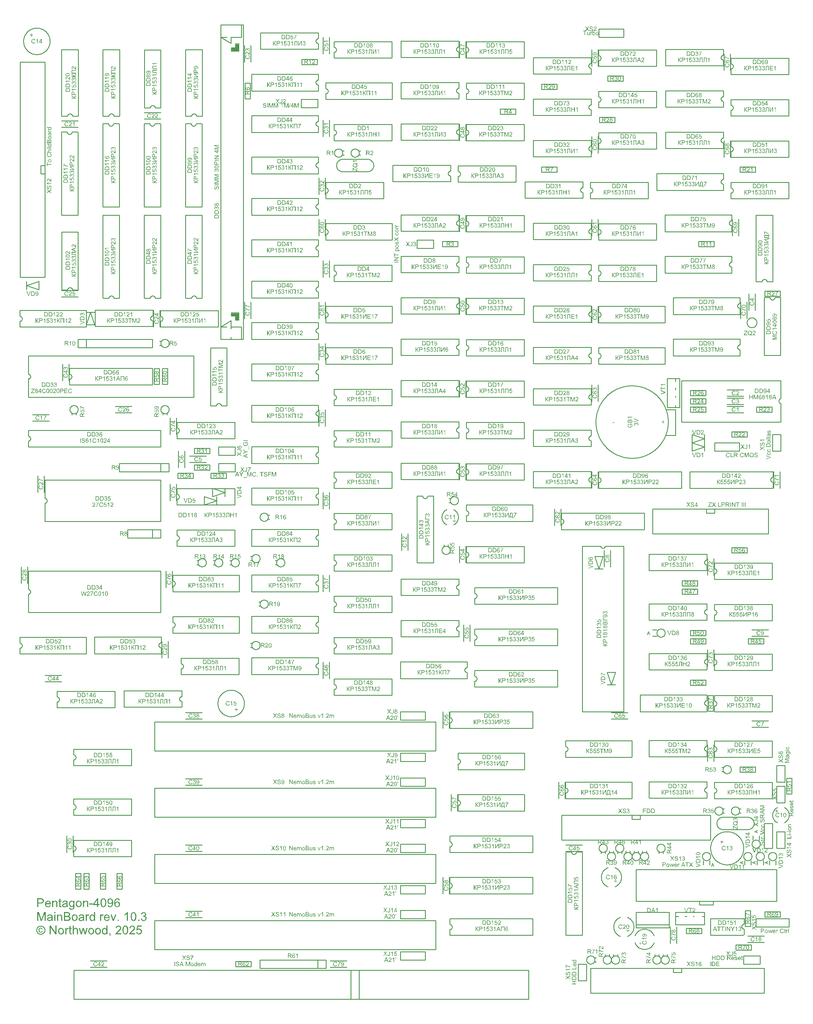
<source format=gto>
G04*
G04  File:            MAINBOARD-V10.4.3.GTO, Wed Sep 10 00:17:25 2025*
G04  Source:          P-CAD 2006 PCB, Version 19.02.958, (D:\PCAD-2006\Projects\Pentagon-4096\Hardware\MainBoard-v10.4.3.PCB)*
G04  Format:          Gerber Format (RS-274-D), ASCII*
G04*
G04  Format Options:  Absolute Positioning*
G04                   Leading-Zero Suppression*
G04                   Scale Factor 1:1*
G04                   NO Circular Interpolation*
G04                   Inch Units*
G04                   Numeric Format: 4.4 (XXXX.XXXX)*
G04                   G54 NOT Used for Aperture Change*
G04                   Apertures Embedded*
G04*
G04  File Options:    Offset = (0.0mil,0.0mil)*
G04                   Drill Symbol Size = 80.0mil*
G04                   No Pad/Via Holes*
G04*
G04  File Contents:   No Pads*
G04                   No Vias*
G04                   Designators*
G04                   Types*
G04                   Values*
G04                   No Drill Symbols*
G04                   Top Silk*
G04*
%INMAINBOARD-V10.4.3.GTO*%
%ICAS*%
%MOIN*%
G04*
G04  Aperture MACROs for general use --- invoked via D-code assignment *
G04*
G04  General MACRO for flashed round with rotation and/or offset hole *
%AMROTOFFROUND*
1,1,$1,0.0000,0.0000*
1,0,$2,$3,$4*%
G04*
G04  General MACRO for flashed oval (obround) with rotation and/or offset hole *
%AMROTOFFOVAL*
21,1,$1,$2,0.0000,0.0000,$3*
1,1,$4,$5,$6*
1,1,$4,0-$5,0-$6*
1,0,$7,$8,$9*%
G04*
G04  General MACRO for flashed oval (obround) with rotation and no hole *
%AMROTOVALNOHOLE*
21,1,$1,$2,0.0000,0.0000,$3*
1,1,$4,$5,$6*
1,1,$4,0-$5,0-$6*%
G04*
G04  General MACRO for flashed rectangle with rotation and/or offset hole *
%AMROTOFFRECT*
21,1,$1,$2,0.0000,0.0000,$3*
1,0,$4,$5,$6*%
G04*
G04  General MACRO for flashed rectangle with rotation and no hole *
%AMROTRECTNOHOLE*
21,1,$1,$2,0.0000,0.0000,$3*%
G04*
G04  General MACRO for flashed rounded-rectangle *
%AMROUNDRECT*
21,1,$1,$2-$4,0.0000,0.0000,$3*
21,1,$1-$4,$2,0.0000,0.0000,$3*
1,1,$4,$5,$6*
1,1,$4,$7,$8*
1,1,$4,0-$5,0-$6*
1,1,$4,0-$7,0-$8*
1,0,$9,$10,$11*%
G04*
G04  General MACRO for flashed rounded-rectangle with rotation and no hole *
%AMROUNDRECTNOHOLE*
21,1,$1,$2-$4,0.0000,0.0000,$3*
21,1,$1-$4,$2,0.0000,0.0000,$3*
1,1,$4,$5,$6*
1,1,$4,$7,$8*
1,1,$4,0-$5,0-$6*
1,1,$4,0-$7,0-$8*%
G04*
G04  General MACRO for flashed regular polygon *
%AMREGPOLY*
5,1,$1,0.0000,0.0000,$2,$3+$4*
1,0,$5,$6,$7*%
G04*
G04  General MACRO for flashed regular polygon with no hole *
%AMREGPOLYNOHOLE*
5,1,$1,0.0000,0.0000,$2,$3+$4*%
G04*
G04  General MACRO for target *
%AMTARGET*
6,0,0,$1,$2,$3,4,$4,$5,$6*%
G04*
G04  General MACRO for mounting hole *
%AMMTHOLE*
1,1,$1,0,0*
1,0,$2,0,0*
$1=$1-$2*
$1=$1/2*
21,1,$2+$1,$3,0,0,$4*
21,1,$3,$2+$1,0,0,$4*%
G04*
G04*
G04  D10 : "Ellipse X8.0mil Y8.0mil H0.0mil 0.0deg (0.0mil,0.0mil) Draw"*
G04  Disc: OuterDia=0.0080*
%ADD10C, 0.0080*%
G04  D11 : "Ellipse X10.0mil Y10.0mil H0.0mil 0.0deg (0.0mil,0.0mil) Draw"*
G04  Disc: OuterDia=0.0100*
%ADD11C, 0.0100*%
G04  D12 : "Ellipse X15.0mil Y15.0mil H0.0mil 0.0deg (0.0mil,0.0mil) Draw"*
G04  Disc: OuterDia=0.0150*
%ADD12C, 0.0150*%
G04  D13 : "Ellipse X25.0mil Y25.0mil H0.0mil 0.0deg (0.0mil,0.0mil) Draw"*
G04  Disc: OuterDia=0.0250*
%ADD13C, 0.0250*%
G04  D14 : "Ellipse X30.0mil Y30.0mil H0.0mil 0.0deg (0.0mil,0.0mil) Draw"*
G04  Disc: OuterDia=0.0300*
%ADD14C, 0.0300*%
G04  D15 : "Ellipse X40.0mil Y40.0mil H0.0mil 0.0deg (0.0mil,0.0mil) Draw"*
G04  Disc: OuterDia=0.0400*
%ADD15C, 0.0400*%
G04  D16 : "Ellipse X5.0mil Y5.0mil H0.0mil 0.0deg (0.0mil,0.0mil) Draw"*
G04  Disc: OuterDia=0.0050*
%ADD16C, 0.0050*%
G04  D17 : "Ellipse X6.0mil Y6.0mil H0.0mil 0.0deg (0.0mil,0.0mil) Draw"*
G04  Disc: OuterDia=0.0060*
%ADD17C, 0.0060*%
G04  D18 : "Ellipse X9.8mil Y9.8mil H0.0mil 0.0deg (0.0mil,0.0mil) Draw"*
G04  Disc: OuterDia=0.0098*
%ADD18C, 0.0098*%
G04  D19 : "Ellipse X110.0mil Y110.0mil H0.0mil 0.0deg (0.0mil,0.0mil) Flash"*
G04  Disc: OuterDia=0.1100*
%ADD19C, 0.1100*%
G04  D20 : "Ellipse X200.0mil Y200.0mil H0.0mil 0.0deg (0.0mil,0.0mil) Flash"*
G04  Disc: OuterDia=0.2000*
%ADD20C, 0.2000*%
G04  D21 : "Ellipse X215.0mil Y215.0mil H0.0mil 0.0deg (0.0mil,0.0mil) Flash"*
G04  Disc: OuterDia=0.2150*
%ADD21C, 0.2150*%
G04  D22 : "Ellipse X50.0mil Y50.0mil H0.0mil 0.0deg (0.0mil,0.0mil) Flash"*
G04  Disc: OuterDia=0.0500*
%ADD22C, 0.0500*%
G04  D23 : "Ellipse X56.0mil Y56.0mil H0.0mil 0.0deg (0.0mil,0.0mil) Flash"*
G04  Disc: OuterDia=0.0560*
%ADD23C, 0.0560*%
G04  D24 : "Ellipse X60.0mil Y60.0mil H0.0mil 0.0deg (0.0mil,0.0mil) Flash"*
G04  Disc: OuterDia=0.0600*
%ADD24C, 0.0600*%
G04  D25 : "Ellipse X64.0mil Y64.0mil H0.0mil 0.0deg (0.0mil,0.0mil) Flash"*
G04  Disc: OuterDia=0.0640*
%ADD25C, 0.0640*%
G04  D26 : "Ellipse X65.0mil Y65.0mil H0.0mil 0.0deg (0.0mil,0.0mil) Flash"*
G04  Disc: OuterDia=0.0650*
%ADD26C, 0.0650*%
G04  D27 : "Ellipse X71.0mil Y71.0mil H0.0mil 0.0deg (0.0mil,0.0mil) Flash"*
G04  Disc: OuterDia=0.0710*
%ADD27C, 0.0710*%
G04  D28 : "Ellipse X75.0mil Y75.0mil H0.0mil 0.0deg (0.0mil,0.0mil) Flash"*
G04  Disc: OuterDia=0.0750*
%ADD28C, 0.0750*%
G04  D29 : "Ellipse X79.0mil Y79.0mil H0.0mil 0.0deg (0.0mil,0.0mil) Flash"*
G04  Disc: OuterDia=0.0790*
%ADD29C, 0.0790*%
G04  D30 : "Ellipse X90.0mil Y90.0mil H0.0mil 0.0deg (0.0mil,0.0mil) Flash"*
G04  Disc: OuterDia=0.0900*
%ADD30C, 0.0900*%
G04  D31 : "Ellipse X95.0mil Y95.0mil H0.0mil 0.0deg (0.0mil,0.0mil) Flash"*
G04  Disc: OuterDia=0.0950*
%ADD31C, 0.0950*%
G04  D32 : "Oval X75.0mil Y87.0mil H0.0mil 0.0deg (0.0mil,0.0mil) Flash"*
G04  Obround: DimX=0.0750, DimY=0.0870, Rotation=0.0, OffsetX=0.0000, OffsetY=0.0000, HoleDia=0.0000 *
%ADD32O, 0.0750 X0.0870*%
G04  D33 : "Oval X90.0mil Y102.0mil H0.0mil 0.0deg (0.0mil,0.0mil) Flash"*
G04  Obround: DimX=0.0900, DimY=0.1020, Rotation=0.0, OffsetX=0.0000, OffsetY=0.0000, HoleDia=0.0000 *
%ADD33O, 0.0900 X0.1020*%
G04  D34 : "Rectangle X110.0mil Y110.0mil H0.0mil 0.0deg (0.0mil,0.0mil) Flash"*
G04  Square: Side=0.1100, Rotation=0.0, OffsetX=0.0000, OffsetY=0.0000, HoleDia=0.0000*
%ADD34R, 0.1100 X0.1100*%
G04  D35 : "Rectangle X50.0mil Y50.0mil H0.0mil 0.0deg (0.0mil,0.0mil) Flash"*
G04  Square: Side=0.0500, Rotation=0.0, OffsetX=0.0000, OffsetY=0.0000, HoleDia=0.0000*
%ADD35R, 0.0500 X0.0500*%
G04  D36 : "Rectangle X56.0mil Y56.0mil H0.0mil 0.0deg (0.0mil,0.0mil) Flash"*
G04  Square: Side=0.0560, Rotation=0.0, OffsetX=0.0000, OffsetY=0.0000, HoleDia=0.0000*
%ADD36R, 0.0560 X0.0560*%
G04  D37 : "Rectangle X60.0mil Y60.0mil H0.0mil 0.0deg (0.0mil,0.0mil) Flash"*
G04  Square: Side=0.0600, Rotation=0.0, OffsetX=0.0000, OffsetY=0.0000, HoleDia=0.0000*
%ADD37R, 0.0600 X0.0600*%
G04  D38 : "Rectangle X64.0mil Y64.0mil H0.0mil 0.0deg (0.0mil,0.0mil) Flash"*
G04  Square: Side=0.0640, Rotation=0.0, OffsetX=0.0000, OffsetY=0.0000, HoleDia=0.0000*
%ADD38R, 0.0640 X0.0640*%
G04  D39 : "Rectangle X65.0mil Y65.0mil H0.0mil 0.0deg (0.0mil,0.0mil) Flash"*
G04  Square: Side=0.0650, Rotation=0.0, OffsetX=0.0000, OffsetY=0.0000, HoleDia=0.0000*
%ADD39R, 0.0650 X0.0650*%
G04  D40 : "Rectangle X71.0mil Y71.0mil H0.0mil 0.0deg (0.0mil,0.0mil) Flash"*
G04  Square: Side=0.0710, Rotation=0.0, OffsetX=0.0000, OffsetY=0.0000, HoleDia=0.0000*
%ADD40R, 0.0710 X0.0710*%
G04  D41 : "Rectangle X75.0mil Y75.0mil H0.0mil 0.0deg (0.0mil,0.0mil) Flash"*
G04  Square: Side=0.0750, Rotation=0.0, OffsetX=0.0000, OffsetY=0.0000, HoleDia=0.0000*
%ADD41R, 0.0750 X0.0750*%
G04  D42 : "Rectangle X75.0mil Y87.0mil H0.0mil 0.0deg (0.0mil,0.0mil) Flash"*
G04  Rectangular: DimX=0.0750, DimY=0.0870, Rotation=0.0, OffsetX=0.0000, OffsetY=0.0000, HoleDia=0.0000 *
%ADD42R, 0.0750 X0.0870*%
G04  D43 : "Rectangle X79.0mil Y79.0mil H0.0mil 0.0deg (0.0mil,0.0mil) Flash"*
G04  Square: Side=0.0790, Rotation=0.0, OffsetX=0.0000, OffsetY=0.0000, HoleDia=0.0000*
%ADD43R, 0.0790 X0.0790*%
G04  D44 : "Rectangle X90.0mil Y102.0mil H0.0mil 0.0deg (0.0mil,0.0mil) Flash"*
G04  Rectangular: DimX=0.0900, DimY=0.1020, Rotation=0.0, OffsetX=0.0000, OffsetY=0.0000, HoleDia=0.0000 *
%ADD44R, 0.0900 X0.1020*%
G04  D45 : "Rectangle X95.0mil Y95.0mil H0.0mil 0.0deg (0.0mil,0.0mil) Flash"*
G04  Square: Side=0.0950, Rotation=0.0, OffsetX=0.0000, OffsetY=0.0000, HoleDia=0.0000*
%ADD45R, 0.0950 X0.0950*%
G04  D46 : "Ellipse X102.0mil Y102.0mil H0.0mil 0.0deg (0.0mil,0.0mil) Flash"*
G04  Disc: OuterDia=0.1020*
%ADD46C, 0.1020*%
G04  D47 : "Ellipse X118.0mil Y118.0mil H0.0mil 0.0deg (0.0mil,0.0mil) Flash"*
G04  Disc: OuterDia=0.1180*
%ADD47C, 0.1180*%
G04  D48 : "Ellipse X133.0mil Y133.0mil H0.0mil 0.0deg (0.0mil,0.0mil) Flash"*
G04  Disc: OuterDia=0.1330*
%ADD48C, 0.1330*%
G04  D49 : "Ellipse X20.0mil Y20.0mil H0.0mil 0.0deg (0.0mil,0.0mil) Flash"*
G04  Disc: OuterDia=0.0200*
%ADD49C, 0.0200*%
G04  D50 : "Ellipse X35.0mil Y35.0mil H0.0mil 0.0deg (0.0mil,0.0mil) Flash"*
G04  Disc: OuterDia=0.0350*
%ADD50C, 0.0350*%
G04  D51 : "Ellipse X55.0mil Y55.0mil H0.0mil 0.0deg (0.0mil,0.0mil) Flash"*
G04  Disc: OuterDia=0.0550*
%ADD51C, 0.0550*%
G04  D52 : "Ellipse X70.0mil Y70.0mil H0.0mil 0.0deg (0.0mil,0.0mil) Flash"*
G04  Disc: OuterDia=0.0700*
%ADD52C, 0.0700*%
G04  D53 : "Ellipse X87.0mil Y87.0mil H0.0mil 0.0deg (0.0mil,0.0mil) Flash"*
G04  Disc: OuterDia=0.0870*
%ADD53C, 0.0870*%
G04*
%FSLAX44Y44*%
%SFA1B1*%
%OFA0.0000B0.0000*%
G04*
G70*
G90*
G01*
D2*
%LNTop Silk*%
%LPD*%
D10*
D11*
X103981Y108600*
X104078Y108609D1*
X104172Y108638*
X104259Y108684*
X104334Y108746*
X104397Y108822*
X104443Y108908*
X104471Y109002*
X104481Y109100*
X104471Y109197*
X104443Y109291*
X104397Y109377*
X104334Y109453*
X104259Y109515*
X104172Y109562*
X104078Y109590*
X103981Y109600*
X103883Y109590*
X103790Y109562*
X103703Y109515*
X103627Y109453*
X103565Y109377*
X103519Y109291*
X103490Y109197*
X103481Y109100*
X103490Y109002*
X103519Y108908*
X103565Y108822*
X103627Y108746*
X103703Y108684*
X103790Y108638*
X103883Y108609*
X103981Y108600*
D2*
D10*
D11*
X154375Y125500*
Y123500D1*
X153625D2*
Y125500D1*
D2*
D10*
D11*
X155375Y155500*
Y153500D1*
X154625D2*
Y155500D1*
D2*
D10*
D11*
X155375Y185500*
Y183500D1*
X154625D2*
Y185500D1*
D2*
D10*
D11*
X155375Y206500*
Y204500D1*
X154625D2*
Y206500D1*
D2*
D10*
D11*
X104375Y164000*
Y162000D1*
X103625D2*
Y164000D1*
D2*
D10*
D11*
X107375Y177500*
Y175500D1*
X106625D2*
Y177500D1*
D2*
D10*
D11*
X109812Y115937*
X109187D1*
X109812Y114062D2*
X109187D1*
Y115937*
X109812D2*
Y114062D1*
D2*
D10*
D11*
X108812Y115937*
X108187D1*
X108812Y114062D2*
X108187D1*
Y115937*
X108812D2*
Y114062D1*
D2*
D10*
D11*
X111812Y115937*
X111187D1*
X111812Y114062D2*
X111187D1*
Y115937*
X111812D2*
Y114062D1*
D2*
D10*
D11*
X118625Y142000*
Y144000D1*
X119375D2*
Y142000D1*
D2*
D10*
D11*
X118312Y176937*
X117687D1*
X118312Y175062D2*
X117687D1*
Y176937*
X118312D2*
Y175062D1*
D2*
D10*
D11*
X118750Y171350*
Y171550D1*
X119250Y171350D2*
Y171550D1*
X119000Y171499D2*
X119097Y171509D1*
X119191Y171538*
X119277Y171584*
X119353Y171646*
X119415Y171722*
X119461Y171808*
X119490Y171902*
X119500Y172000*
X119490Y172097*
X119461Y172191*
X119415Y172277*
X119353Y172353*
X119277Y172415*
X119191Y172461*
X119097Y172490*
X119000Y172500*
X118902Y172490*
X118808Y172461*
X118722Y172415*
X118646Y172353*
X118584Y172277*
X118538Y172191*
X118509Y172097*
X118499Y172000*
X118509Y171902*
X118538Y171808*
X118584Y171722*
X118646Y171646*
X118722Y171584*
X118808Y171538*
X118902Y171509*
X119000Y171499*
D2*
D10*
D11*
X119312Y176937*
X118687D1*
X119312Y175062D2*
X118687D1*
Y176937*
X119312D2*
Y175062D1*
D2*
D10*
D11*
X117625Y182000*
Y184000D1*
X118375D2*
Y182000D1*
D2*
D10*
D11*
X120625Y165000*
Y167000D1*
X121375D2*
Y165000D1*
D2*
D10*
D11*
X126850Y153750*
X127050D1*
X126850Y153250D2*
X127050D1*
X126999Y153500D2*
X127009Y153402D1*
X127038Y153308*
X127084Y153222*
X127146Y153146*
X127222Y153084*
X127308Y153038*
X127402Y153009*
X127500Y152999*
X127597Y153009*
X127691Y153038*
X127777Y153084*
X127853Y153146*
X127915Y153222*
X127961Y153308*
X127990Y153402*
X128000Y153500*
X127990Y153597*
X127961Y153691*
X127915Y153777*
X127853Y153853*
X127777Y153915*
X127691Y153961*
X127597Y153990*
X127500Y154000*
X127402Y153990*
X127308Y153961*
X127222Y153915*
X127146Y153853*
X127084Y153777*
X127038Y153691*
X127009Y153597*
X126999Y153500*
D2*
D10*
D11*
X138125Y139500*
Y141500D1*
X138875D2*
Y139500D1*
D2*
D10*
D11*
X138125Y150000*
Y152000D1*
X138875D2*
Y150000D1*
D2*
D10*
D11*
X138125Y160000*
Y162000D1*
X138875D2*
Y160000D1*
D2*
D10*
D11*
Y190000*
Y188000D1*
X138125D2*
Y190000D1*
D2*
D10*
D11*
X138875Y217000*
Y215000D1*
X138125D2*
Y217000D1*
D2*
D10*
D11*
X148375Y157000*
Y155000D1*
X147625D2*
Y157000D1*
D2*
D10*
D11*
X155375Y165500*
Y163500D1*
X154625D2*
Y165500D1*
D2*
D10*
D11*
X155375Y175500*
Y173500D1*
X154625D2*
Y175500D1*
D2*
D10*
D11*
X155375Y216500*
Y214500D1*
X154625D2*
Y216500D1*
D2*
D10*
D11*
X167375Y127000*
Y125000D1*
X166625D2*
Y127000D1*
D2*
D10*
D11*
X166875Y160000*
Y158000D1*
X166125D2*
Y160000D1*
D2*
D10*
D11*
X172750Y106150*
Y105950D1*
X172250Y106150D2*
Y105950D1*
X172500Y106000D2*
X172402Y105990D1*
X172308Y105961*
X172222Y105915*
X172146Y105853*
X172084Y105777*
X172038Y105691*
X172009Y105597*
X171999Y105500*
X172009Y105402*
X172038Y105308*
X172084Y105222*
X172146Y105146*
X172222Y105084*
X172308Y105038*
X172402Y105009*
X172500Y104999*
X172597Y105009*
X172691Y105038*
X172777Y105084*
X172853Y105146*
X172915Y105222*
X172961Y105308*
X172990Y105402*
X173000Y105500*
X172990Y105597*
X172961Y105691*
X172915Y105777*
X172853Y105853*
X172777Y105915*
X172691Y105961*
X172597Y105990*
X172500Y106000*
D2*
D10*
D11*
X173250Y118650*
Y118450D1*
X172750Y118650D2*
Y118450D1*
X173000Y118500D2*
X172902Y118490D1*
X172808Y118461*
X172722Y118415*
X172646Y118353*
X172584Y118277*
X172538Y118191*
X172509Y118097*
X172499Y118000*
X172509Y117902*
X172538Y117808*
X172584Y117722*
X172646Y117646*
X172722Y117584*
X172808Y117538*
X172902Y117509*
X173000Y117499*
X173097Y117509*
X173191Y117538*
X173277Y117584*
X173353Y117646*
X173415Y117722*
X173461Y117808*
X173490Y117902*
X173500Y118000*
X173490Y118097*
X173461Y118191*
X173415Y118277*
X173353Y118353*
X173277Y118415*
X173191Y118461*
X173097Y118490*
X173000Y118500*
D2*
D10*
D11*
X171750Y118350*
Y118550D1*
X172250Y118350D2*
Y118550D1*
X172000Y118499D2*
X172097Y118509D1*
X172191Y118538*
X172277Y118584*
X172353Y118646*
X172415Y118722*
X172461Y118808*
X172490Y118902*
X172500Y119000*
X172490Y119097*
X172461Y119191*
X172415Y119277*
X172353Y119353*
X172277Y119415*
X172191Y119461*
X172097Y119490*
X172000Y119500*
X171902Y119490*
X171808Y119461*
X171722Y119415*
X171646Y119353*
X171584Y119277*
X171538Y119191*
X171509Y119097*
X171499Y119000*
X171509Y118902*
X171538Y118808*
X171584Y118722*
X171646Y118646*
X171722Y118584*
X171808Y118538*
X171902Y118509*
X172000Y118499*
D2*
D10*
D11*
X173500Y140250*
X172500D1*
X173500Y138750D2*
X172500D1*
X173500Y140250D2*
X173000Y138750D1*
X172500Y140250*
D2*
D10*
D11*
X172125Y153000*
Y155000D1*
X172875D2*
Y153000D1*
D2*
D10*
D11*
X175250Y118650*
Y118450D1*
X174750Y118650D2*
Y118450D1*
X175000Y118500D2*
X174902Y118490D1*
X174808Y118461*
X174722Y118415*
X174646Y118353*
X174584Y118277*
X174538Y118191*
X174509Y118097*
X174499Y118000*
X174509Y117902*
X174538Y117808*
X174584Y117722*
X174646Y117646*
X174722Y117584*
X174808Y117538*
X174902Y117509*
X175000Y117499*
X175097Y117509*
X175191Y117538*
X175277Y117584*
X175353Y117646*
X175415Y117722*
X175461Y117808*
X175490Y117902*
X175500Y118000*
X175490Y118097*
X175461Y118191*
X175415Y118277*
X175353Y118353*
X175277Y118415*
X175191Y118461*
X175097Y118490*
X175000Y118500*
D2*
D10*
D11*
X176250Y118650*
Y118450D1*
X175750Y118650D2*
Y118450D1*
X176000Y118500D2*
X175902Y118490D1*
X175808Y118461*
X175722Y118415*
X175646Y118353*
X175584Y118277*
X175538Y118191*
X175509Y118097*
X175499Y118000*
X175509Y117902*
X175538Y117808*
X175584Y117722*
X175646Y117646*
X175722Y117584*
X175808Y117538*
X175902Y117509*
X176000Y117499*
X176097Y117509*
X176191Y117538*
X176277Y117584*
X176353Y117646*
X176415Y117722*
X176461Y117808*
X176490Y117902*
X176500Y118000*
X176490Y118097*
X176461Y118191*
X176415Y118277*
X176353Y118353*
X176277Y118415*
X176191Y118461*
X176097Y118490*
X176000Y118500*
D2*
D10*
D11*
X178750Y106150*
Y105950D1*
X178250Y106150D2*
Y105950D1*
X178500Y106000D2*
X178402Y105990D1*
X178308Y105961*
X178222Y105915*
X178146Y105853*
X178084Y105777*
X178038Y105691*
X178009Y105597*
X177999Y105500*
X178009Y105402*
X178038Y105308*
X178084Y105222*
X178146Y105146*
X178222Y105084*
X178308Y105038*
X178402Y105009*
X178500Y104999*
X178597Y105009*
X178691Y105038*
X178777Y105084*
X178853Y105146*
X178915Y105222*
X178961Y105308*
X178990Y105402*
X179000Y105500*
X178990Y105597*
X178961Y105691*
X178915Y105777*
X178853Y105853*
X178777Y105915*
X178691Y105961*
X178597Y105990*
X178500Y106000*
D2*
D10*
D11*
X184875Y117500*
Y117000D1*
X184125Y117500D2*
Y117000D1*
X185000Y118000D2*
X184990Y118097D1*
X184961Y118191*
X184915Y118277*
X184853Y118353*
X184777Y118415*
X184691Y118461*
X184597Y118490*
X184500Y118500*
X184402Y118490*
X184308Y118461*
X184222Y118415*
X184146Y118353*
X184084Y118277*
X184038Y118191*
X184009Y118097*
X183999Y118000*
X184009Y117902*
X184038Y117808*
X184084Y117722*
X184146Y117646*
X184222Y117584*
X184308Y117538*
X184402Y117509*
X184500Y117499*
X184597Y117509*
X184691Y117538*
X184777Y117584*
X184853Y117646*
X184915Y117722*
X184961Y117808*
X184990Y117902*
X185000Y118000*
D2*
D17*
X185400Y116793*
X185250Y117187D1*
X185100Y116793*
X185156Y116925D2*
X185343D1*
D2*
D10*
D11*
X184625Y129500*
Y131500D1*
X185375D2*
Y129500D1*
D2*
D10*
D11*
Y143000*
Y141000D1*
X184625D2*
Y143000D1*
D2*
D10*
D11*
X184687Y135562*
X185312D1*
X184687Y137437D2*
X185312D1*
Y135562*
X184687D2*
Y137437D1*
D2*
D10*
D11*
X185375Y154000*
Y152000D1*
X184625D2*
Y154000D1*
D2*
D10*
D11*
X187375Y204500*
Y202500D1*
X186625D2*
Y204500D1*
D2*
D10*
D11*
X187375Y215000*
Y213000D1*
X186625D2*
Y215000D1*
D2*
D10*
D11*
X190125Y120000*
Y120500D1*
X190875Y120000D2*
Y120500D1*
X189999Y119500D2*
X190009Y119402D1*
X190038Y119308*
X190084Y119222*
X190146Y119146*
X190222Y119084*
X190308Y119038*
X190402Y119009*
X190500Y118999*
X190597Y119009*
X190691Y119038*
X190777Y119084*
X190853Y119146*
X190915Y119222*
X190961Y119308*
X190990Y119402*
X191000Y119500*
X190990Y119597*
X190961Y119691*
X190915Y119777*
X190853Y119853*
X190777Y119915*
X190691Y119961*
X190597Y119990*
X190500Y120000*
X190402Y119990*
X190308Y119961*
X190222Y119915*
X190146Y119853*
X190084Y119777*
X190038Y119691*
X190009Y119597*
X189999Y119500*
D2*
D17*
X190706Y121150*
X190312Y121000D1*
X190706Y120850*
X190575Y120906D2*
Y121093D1*
D2*
D11*
D10*
D11*
X189625Y184000*
Y186000D1*
X190375D2*
Y184000D1*
D2*
D10*
D11*
X193077Y123906*
X192990Y123860D1*
X192907Y123805*
X192831Y123743*
X192761Y123674*
X192698Y123598*
X192643Y123516*
X192596Y123429*
X192559Y123338*
X192530Y123244*
X192510Y123147*
X192501Y123049*
Y122950*
X192510Y122852*
X192530Y122755*
X192559Y122661*
X192596Y122570*
X192643Y122483*
X192698Y122401*
X192761Y122325*
X192831Y122256*
X192907Y122194*
X192990Y122139*
X193077Y122093*
X193922D2*
X194009Y122139D1*
X194092Y122194*
X194168Y122256*
X194238Y122325*
X194301Y122401*
X194356Y122483*
X194403Y122570*
X194440Y122661*
X194469Y122755*
X194489Y122852*
X194498Y122950*
Y123049*
X194489Y123147*
X194469Y123244*
X194440Y123338*
X194403Y123429*
X194356Y123516*
X194301Y123598*
X194238Y123674*
X194168Y123743*
X194092Y123805*
X194009Y123860*
X193922Y123906*
D2*
D10*
D11*
X194000Y129000*
X193000D1*
Y127000D2*
X194000D1*
Y129000*
X193000D2*
Y127000D1*
D2*
D10*
D11*
X192625Y162500*
Y164500D1*
X193375D2*
Y162500D1*
D2*
D10*
D11*
X109500Y182250*
X110500D1*
X109500Y183750D2*
X110500D1*
X109500Y182250D2*
X110000Y183750D1*
X110500Y182250*
D2*
D10*
D11*
X138875Y207000*
Y205000D1*
X138125D2*
Y207000D1*
D2*
D10*
D11*
X155375Y195500*
Y193500D1*
X154625D2*
Y195500D1*
D2*
D10*
D11*
X180125Y107500*
Y109500D1*
X180875D2*
Y107500D1*
D2*
D10*
D11*
X187625Y193000*
Y195000D1*
X188375D2*
Y193000D1*
D2*
D10*
D11*
X189187Y109562*
X189812D1*
X189187Y111437D2*
X189812D1*
Y109562*
X189187D2*
Y111437D1*
D2*
D10*
D11*
X193000Y119000*
X194000D1*
Y121000D2*
X193000D1*
Y119000*
X194000D2*
Y121000D1*
D2*
D10*
D11*
X106500Y139125*
X104500D1*
Y139875D2*
X106500D1*
D2*
D10*
D11*
X119875Y152500*
Y150500D1*
X119125D2*
Y152500D1*
D2*
D10*
D11*
X118500Y156500*
Y157500D1*
X117500Y156500D2*
Y157500D1*
X114500D2*
Y156500D1*
X118500*
Y157500D2*
X114500D1*
D2*
D10*
D11*
X113000Y172375*
X115000D1*
Y171625D2*
X113000D1*
D2*
D10*
D11*
X116500Y207875*
X118500D1*
Y207125D2*
X116500D1*
D2*
D10*
D11*
X130350Y148750*
X130550D1*
X130350Y148250D2*
X130550D1*
X130499Y148500D2*
X130509Y148402D1*
X130538Y148308*
X130584Y148222*
X130646Y148146*
X130722Y148084*
X130808Y148038*
X130902Y148009*
X131000Y147999*
X131097Y148009*
X131191Y148038*
X131277Y148084*
X131353Y148146*
X131415Y148222*
X131461Y148308*
X131490Y148402*
X131500Y148500*
X131490Y148597*
X131461Y148691*
X131415Y148777*
X131353Y148853*
X131277Y148915*
X131191Y148961*
X131097Y148990*
X131000Y149000*
X130902Y148990*
X130808Y148961*
X130722Y148915*
X130646Y148853*
X130584Y148777*
X130538Y148691*
X130509Y148597*
X130499Y148500*
D2*
D10*
D11*
X124562Y164312*
Y163687D1*
X126437Y164312D2*
Y163687D1*
X124562*
Y164312D2*
X126437D1*
D2*
D10*
D11*
X124000Y165625*
X122000D1*
Y166375D2*
X124000D1*
D2*
D10*
D11*
X122562Y167312*
Y166687D1*
X124437Y167312D2*
Y166687D1*
X122562*
Y167312D2*
X124437D1*
D2*
D10*
D11*
X142650Y202750*
X142450D1*
X142650Y203250D2*
X142450D1*
X142500Y203000D2*
X142490Y203097D1*
X142461Y203191*
X142415Y203277*
X142353Y203353*
X142277Y203415*
X142191Y203461*
X142097Y203490*
X142000Y203500*
X141902Y203490*
X141808Y203461*
X141722Y203415*
X141646Y203353*
X141584Y203277*
X141538Y203191*
X141509Y203097*
X141499Y203000*
X141509Y202902*
X141538Y202808*
X141584Y202722*
X141646Y202646*
X141722Y202584*
X141808Y202538*
X141902Y202509*
X142000Y202499*
X142097Y202509*
X142191Y202538*
X142277Y202584*
X142353Y202646*
X142415Y202722*
X142461Y202808*
X142490Y202902*
X142500Y203000*
D2*
D10*
D11*
X140650Y202750*
X140450D1*
X140650Y203250D2*
X140450D1*
X140500Y203000D2*
X140490Y203097D1*
X140461Y203191*
X140415Y203277*
X140353Y203353*
X140277Y203415*
X140191Y203461*
X140097Y203490*
X140000Y203500*
X139902Y203490*
X139808Y203461*
X139722Y203415*
X139646Y203353*
X139584Y203277*
X139538Y203191*
X139509Y203097*
X139499Y203000*
X139509Y202902*
X139538Y202808*
X139584Y202722*
X139646Y202646*
X139722Y202584*
X139808Y202538*
X139902Y202509*
X140000Y202499*
X140097Y202509*
X140191Y202538*
X140277Y202584*
X140353Y202646*
X140415Y202722*
X140461Y202808*
X140490Y202902*
X140500Y203000*
D2*
D10*
D11*
X135562Y214312*
Y213687D1*
X137437Y214312D2*
Y213687D1*
X135562*
Y214312D2*
X137437D1*
D2*
D10*
D11*
X150500Y119500*
Y118500D1*
X147500D2*
Y119500D1*
X150500Y118500D2*
X147500D1*
Y119500D2*
X150500D1*
D2*
D10*
D11*
Y122500*
Y121500D1*
X147500D2*
Y122500D1*
X150500Y121500D2*
X147500D1*
Y122500D2*
X150500D1*
D2*
D10*
D11*
Y127500*
Y126500D1*
X147500D2*
Y127500D1*
X150500Y126500D2*
X147500D1*
Y127500D2*
X150500D1*
D2*
D10*
D11*
Y130500*
Y129500D1*
X147500D2*
Y130500D1*
X150500Y129500D2*
X147500D1*
Y130500D2*
X150500D1*
D2*
D10*
D11*
X161437Y207687*
Y208312D1*
X159562Y207687D2*
Y208312D1*
X161437*
Y207687D2*
X159562D1*
D2*
D10*
D11*
X166437Y210687*
Y211312D1*
X164562Y210687D2*
Y211312D1*
X166437*
Y210687D2*
X164562D1*
D2*
D10*
D11*
X174918Y110650*
X175010Y110612D1*
X175099Y110567*
X175184Y110514*
X175264Y110455*
X175339Y110390*
X175409Y110319*
X175473Y110242*
X175530Y110160*
X175580Y110074*
X175623Y109984*
X175659Y109891*
X175687Y109796*
X175707Y109698*
X175719Y109599*
X175723Y109500*
X175719Y109400*
X175707Y109301*
X175687Y109203*
X175659Y109108*
X175623Y109015*
X175580Y108925*
X175530Y108839*
X175473Y108757*
X175409Y108680*
X175339Y108609*
X175264Y108544*
X175184Y108485*
X175099Y108432*
X175010Y108387*
X174918Y108349*
X174081D2*
X173989Y108387D1*
X173900Y108432*
X173815Y108485*
X173735Y108544*
X173660Y108609*
X173590Y108680*
X173526Y108757*
X173469Y108839*
X173419Y108925*
X173376Y109015*
X173340Y109108*
X173312Y109203*
X173292Y109301*
X173280Y109400*
X173276Y109500*
X173280Y109599*
X173292Y109698*
X173312Y109796*
X173340Y109891*
X173376Y109984*
X173419Y110074*
X173469Y110160*
X173526Y110242*
X173590Y110319*
X173660Y110390*
X173735Y110455*
X173815Y110514*
X173900Y110567*
X173989Y110612*
X174081Y110650*
D2*
D10*
D11*
X173418Y114349*
X173510Y114387D1*
X173599Y114432*
X173684Y114485*
X173764Y114544*
X173839Y114609*
X173909Y114680*
X173973Y114757*
X174030Y114839*
X174080Y114925*
X174123Y115015*
X174159Y115108*
X174187Y115203*
X174207Y115301*
X174219Y115400*
X174223Y115500*
X174219Y115599*
X174207Y115698*
X174187Y115796*
X174159Y115891*
X174123Y115984*
X174080Y116074*
X174030Y116160*
X173973Y116242*
X173909Y116319*
X173839Y116390*
X173764Y116455*
X173684Y116514*
X173599Y116567*
X173510Y116612*
X173418Y116650*
X172581D2*
X172489Y116612D1*
X172400Y116567*
X172315Y116514*
X172235Y116455*
X172160Y116390*
X172090Y116319*
X172026Y116242*
X171969Y116160*
X171919Y116074*
X171876Y115984*
X171840Y115891*
X171812Y115796*
X171792Y115698*
X171780Y115599*
X171776Y115500*
X171780Y115400*
X171792Y115301*
X171812Y115203*
X171840Y115108*
X171876Y115015*
X171919Y114925*
X171969Y114839*
X172026Y114757*
X172090Y114680*
X172160Y114609*
X172235Y114544*
X172315Y114485*
X172400Y114432*
X172489Y114387*
X172581Y114349*
D2*
D10*
D11*
X178750Y118350*
Y118550D1*
X179250Y118350D2*
Y118550D1*
X179000Y118499D2*
X179097Y118509D1*
X179191Y118538*
X179277Y118584*
X179353Y118646*
X179415Y118722*
X179461Y118808*
X179490Y118902*
X179500Y119000*
X179490Y119097*
X179461Y119191*
X179415Y119277*
X179353Y119353*
X179277Y119415*
X179191Y119461*
X179097Y119490*
X179000Y119500*
X178902Y119490*
X178808Y119461*
X178722Y119415*
X178646Y119353*
X178584Y119277*
X178538Y119191*
X178509Y119097*
X178499Y119000*
X178509Y118902*
X178538Y118808*
X178584Y118722*
X178646Y118646*
X178722Y118584*
X178808Y118538*
X178902Y118509*
X179000Y118499*
D2*
D10*
D11*
X178000Y144625*
X178500D1*
X178000Y145375D2*
X178500D1*
X179000Y144499D2*
X179097Y144509D1*
X179191Y144538*
X179277Y144584*
X179353Y144646*
X179415Y144722*
X179461Y144808*
X179490Y144902*
X179500Y145000*
X179490Y145097*
X179461Y145191*
X179415Y145277*
X179353Y145353*
X179277Y145415*
X179191Y145461*
X179097Y145490*
X179000Y145500*
X178902Y145490*
X178808Y145461*
X178722Y145415*
X178646Y145353*
X178584Y145277*
X178538Y145191*
X178509Y145097*
X178499Y145000*
X178509Y144902*
X178538Y144808*
X178584Y144722*
X178646Y144646*
X178722Y144584*
X178808Y144538*
X178902Y144509*
X179000Y144499*
D2*
D17*
X177650Y144793*
X177500Y145187D1*
X177350Y144793*
X177406Y144925D2*
X177593D1*
D2*
D11*
D10*
D11*
X171375Y164500*
Y162500D1*
X170625D2*
Y164500D1*
D2*
D10*
D11*
X172562Y212312*
Y211687D1*
X174437Y212312D2*
Y211687D1*
X172562*
Y212312D2*
X174437D1*
D2*
D10*
D11*
X171375Y215500*
Y213500D1*
X170625D2*
Y215500D1*
D2*
D10*
D11*
X188062Y107312*
Y106687D1*
X189937Y107312D2*
Y106687D1*
X188062*
Y107312D2*
X189937D1*
D2*
D10*
D11*
X186500Y121250*
X186402Y121256D1*
X186305Y121275*
X186212Y121307*
X186125Y121350*
X186043Y121404*
X185969Y121469*
X185904Y121543*
X185850Y121625*
X185807Y121712*
X185775Y121805*
X185756Y121902*
X185750Y122000*
X185756Y122097*
X185775Y122194*
X185807Y122287*
X185850Y122375*
X185904Y122456*
X185969Y122530*
X186043Y122595*
X186125Y122649*
X186212Y122692*
X186305Y122724*
X186402Y122743*
X186500Y122750*
X189500D2*
X189597Y122743D1*
X189694Y122724*
X189787Y122692*
X189875Y122649*
X189956Y122595*
X190030Y122530*
X190095Y122456*
X190149Y122375*
X190192Y122287*
X190224Y122194*
X190243Y122097*
X190250Y122000*
X190243Y121902*
X190224Y121805*
X190192Y121712*
X190149Y121625*
X190095Y121543*
X190030Y121469*
X189956Y121404*
X189875Y121350*
X189787Y121307*
X189694Y121275*
X189597Y121256*
X189500Y121250*
X186500D2*
X189500D1*
X186500Y122750D2*
X189500D1*
D2*
D10*
D11*
X192000Y133625*
X190000D1*
Y134375D2*
X192000D1*
D2*
D10*
D11*
X184437Y138687*
Y139312D1*
X182562Y138687D2*
Y139312D1*
X184437*
Y138687D2*
X182562D1*
D2*
D10*
D11*
X190000Y145375*
X192000D1*
Y144625D2*
X190000D1*
D2*
D10*
D11*
X184437Y144687*
Y145312D1*
X182562Y144687D2*
Y145312D1*
X184437*
Y144687D2*
X182562D1*
D2*
D10*
D11*
X189437Y154687*
Y155312D1*
X187562Y154687D2*
Y155312D1*
X189437*
Y154687D2*
X187562D1*
D2*
D10*
D11*
Y169312*
Y168687D1*
X189437Y169312D2*
Y168687D1*
X187562*
Y169312D2*
X189437D1*
D2*
D10*
D11*
X189000Y171625*
X187000D1*
Y172375D2*
X189000D1*
D2*
D10*
D11*
X187000Y173375*
X189000D1*
Y172625D2*
X187000D1*
D2*
D10*
D11*
X182562Y173312*
Y172687D1*
X184437Y173312D2*
Y172687D1*
X182562*
Y173312D2*
X184437D1*
D2*
D10*
D11*
Y171687*
Y172312D1*
X182562Y171687D2*
Y172312D1*
X184437*
Y171687D2*
X182562D1*
D2*
D10*
D11*
X107875Y120500*
Y118500D1*
X107125D2*
Y120500D1*
D2*
D10*
D11*
X102375Y153000*
Y151000D1*
X101625D2*
Y153000D1*
D2*
D10*
D11*
X103000Y171375*
X105000D1*
Y170625D2*
X103000D1*
D2*
D10*
D11*
X107750Y171350*
Y171550D1*
X108250Y171350D2*
Y171550D1*
X108000Y171499D2*
X108097Y171509D1*
X108191Y171538*
X108277Y171584*
X108353Y171646*
X108415Y171722*
X108461Y171808*
X108490Y171902*
X108500Y172000*
X108490Y172097*
X108461Y172191*
X108415Y172277*
X108353Y172353*
X108277Y172415*
X108191Y172461*
X108097Y172490*
X108000Y172500*
X107902Y172490*
X107808Y172461*
X107722Y172415*
X107646Y172353*
X107584Y172277*
X107538Y172191*
X107509Y172097*
X107499Y172000*
X107509Y171902*
X107538Y171808*
X107584Y171722*
X107646Y171646*
X107722Y171584*
X107808Y171538*
X107902Y171509*
X108000Y171499*
D2*
D10*
D11*
X103750Y186500*
Y187500D1*
X102250Y186500D2*
Y187500D1*
X103750Y186500D2*
X102250Y187000D1*
X103750Y187500*
D2*
D10*
D11*
X106500Y186375*
X108500D1*
Y185625D2*
X106500D1*
D2*
D10*
D11*
Y206875*
X108500D1*
Y206125D2*
X106500D1*
D2*
D10*
D11*
X112000Y104625*
X110000D1*
Y105375D2*
X112000D1*
D2*
D10*
D11*
X113812Y115937*
X113187D1*
X113812Y114062D2*
X113187D1*
Y115937*
X113812D2*
Y114062D1*
D2*
D10*
D18*
X121051Y136723*
X120958Y136738D1*
X120874Y136780*
X120808Y136847*
X120765Y136930*
X120751Y137023*
X120765Y137116*
X120808Y137199*
X120874Y137266*
X120958Y137308*
X121051Y137323*
Y136723D2*
Y136039D1*
X114043Y138007D2*
X121051D1*
Y136039D2*
X114043D1*
X121051Y138007D2*
Y137323D1*
X114043Y136039D2*
Y138007D1*
D2*
D10*
D11*
X113500Y164500*
Y165500D1*
X118500D2*
Y164500D1*
X119500Y165500D2*
Y164500D1*
X113500Y165500D2*
X119500D1*
Y164500D2*
X113500D1*
D2*
D10*
D11*
X120375Y163000*
Y161000D1*
X119625D2*
Y163000D1*
D2*
D10*
D11*
X118350Y180250*
X118550D1*
X118350Y179750D2*
X118550D1*
X118499Y180000D2*
X118509Y179902D1*
X118538Y179808*
X118584Y179722*
X118646Y179646*
X118722Y179584*
X118808Y179538*
X118902Y179509*
X119000Y179499*
X119097Y179509*
X119191Y179538*
X119277Y179584*
X119353Y179646*
X119415Y179722*
X119461Y179808*
X119490Y179902*
X119500Y180000*
X119490Y180097*
X119461Y180191*
X119415Y180277*
X119353Y180353*
X119277Y180415*
X119191Y180461*
X119097Y180490*
X119000Y180500*
X118902Y180490*
X118808Y180461*
X118722Y180415*
X118646Y180353*
X118584Y180277*
X118538Y180191*
X118509Y180097*
X118499Y180000*
D2*
D10*
D18*
X112823Y207448*
X112808Y207541D1*
X112766Y207625*
X112699Y207691*
X112616Y207734*
X112523Y207748*
X112430Y207734*
X112347Y207691*
X112280Y207625*
X112238Y207541*
X112223Y207448*
X111500*
X113508Y215500D2*
Y207449D1*
X111500D2*
Y215500D1*
X113507Y207448D2*
X112823D1*
X111500Y215500D2*
X113500D1*
D2*
D10*
D18*
X117223Y208448*
X117238Y208541D1*
X117280Y208625*
X117347Y208691*
X117430Y208734*
X117523Y208748*
X117616Y208734*
X117699Y208691*
X117766Y208625*
X117808Y208541*
X117823Y208448*
X117223D2*
X116539D1*
X118507Y215456D2*
Y208448D1*
X116539D2*
Y215456D1*
X118507Y208448D2*
X117823D1*
X116539Y215456D2*
X118507D1*
D2*
D10*
D11*
X129437Y104687*
Y105312D1*
X127562Y104687D2*
Y105312D1*
X129437*
Y104687D2*
X127562D1*
D2*
D10*
D11*
X127000Y134900*
X127099Y134903D1*
X127198Y134912*
X127296Y134928*
X127393Y134949*
X127489Y134977*
X127583Y135010*
X127674Y135049*
X127763Y135094*
X127849Y135144*
X127932Y135200*
X128011Y135260*
X128086Y135325*
X128157Y135395*
X128223Y135469*
X128285Y135547*
X128341Y135629*
X128393Y135714*
X128439Y135802*
X128480Y135893*
X128514Y135986*
X128543Y136082*
X128566Y136178*
X128583Y136276*
X128594Y136375*
X128599Y136475*
X128597Y136574*
X128590Y136673*
X128576Y136772*
X128556Y136869*
X128530Y136965*
X128498Y137060*
X128460Y137152*
X128417Y137241*
X128368Y137328*
X128314Y137411*
X128254Y137491*
X128190Y137567*
X128122Y137639*
X128049Y137707*
X127972Y137770*
X127891Y137828*
X127806Y137881*
X127719Y137928*
X127629Y137970*
X127536Y138006*
X127441Y138037*
X127345Y138061*
X127247Y138080*
X127149Y138092*
X127049Y138098*
X126950*
X126850Y138092*
X126752Y138080*
X126654Y138061*
X126558Y138037*
X126463Y138006*
X126370Y137970*
X126280Y137928*
X126193Y137881*
X126108Y137828*
X126027Y137770*
X125950Y137707*
X125877Y137639*
X125809Y137567*
X125745Y137491*
X125685Y137411*
X125631Y137328*
X125582Y137241*
X125539Y137152*
X125501Y137060*
X125469Y136965*
X125443Y136869*
X125423Y136772*
X125409Y136673*
X125402Y136574*
X125400Y136475*
X125405Y136375*
X125416Y136276*
X125433Y136178*
X125456Y136082*
X125485Y135986*
X125519Y135893*
X125560Y135802*
X125606Y135714*
X125658Y135629*
X125714Y135547*
X125776Y135469*
X125842Y135395*
X125913Y135325*
X125988Y135260*
X126067Y135200*
X126150Y135144*
X126236Y135094*
X126325Y135049*
X126416Y135010*
X126510Y134977*
X126606Y134949*
X126703Y134928*
X126801Y134912*
X126900Y134903*
X127000Y134900*
D2*
D10*
D11*
X129350Y143750*
X129550D1*
X129350Y143250D2*
X129550D1*
X129499Y143500D2*
X129509Y143402D1*
X129538Y143308*
X129584Y143222*
X129646Y143146*
X129722Y143084*
X129808Y143038*
X129902Y143009*
X130000Y142999*
X130097Y143009*
X130191Y143038*
X130277Y143084*
X130353Y143146*
X130415Y143222*
X130461Y143308*
X130490Y143402*
X130500Y143500*
X130490Y143597*
X130461Y143691*
X130415Y143777*
X130353Y143853*
X130277Y143915*
X130191Y143961*
X130097Y143990*
X130000Y144000*
X129902Y143990*
X129808Y143961*
X129722Y143915*
X129646Y143853*
X129584Y143777*
X129538Y143691*
X129509Y143597*
X129499Y143500*
D2*
D10*
D11*
X122850Y153750*
X123050D1*
X122850Y153250D2*
X123050D1*
X122999Y153500D2*
X123009Y153402D1*
X123038Y153308*
X123084Y153222*
X123146Y153146*
X123222Y153084*
X123308Y153038*
X123402Y153009*
X123500Y152999*
X123597Y153009*
X123691Y153038*
X123777Y153084*
X123853Y153146*
X123915Y153222*
X123961Y153308*
X123990Y153402*
X124000Y153500*
X123990Y153597*
X123961Y153691*
X123915Y153777*
X123853Y153853*
X123777Y153915*
X123691Y153961*
X123597Y153990*
X123500Y154000*
X123402Y153990*
X123308Y153961*
X123222Y153915*
X123146Y153853*
X123084Y153777*
X123038Y153691*
X123009Y153597*
X122999Y153500*
D2*
D10*
D11*
X124850Y153750*
X125050D1*
X124850Y153250D2*
X125050D1*
X124999Y153500D2*
X125009Y153402D1*
X125038Y153308*
X125084Y153222*
X125146Y153146*
X125222Y153084*
X125308Y153038*
X125402Y153009*
X125500Y152999*
X125597Y153009*
X125691Y153038*
X125777Y153084*
X125853Y153146*
X125915Y153222*
X125961Y153308*
X125990Y153402*
X126000Y153500*
X125990Y153597*
X125961Y153691*
X125915Y153777*
X125853Y153853*
X125777Y153915*
X125691Y153961*
X125597Y153990*
X125500Y154000*
X125402Y153990*
X125308Y153961*
X125222Y153915*
X125146Y153853*
X125084Y153777*
X125038Y153691*
X125009Y153597*
X124999Y153500*
D2*
D10*
D11*
X129350Y154250*
X129550D1*
X129350Y153750D2*
X129550D1*
X129499Y154000D2*
X129509Y153902D1*
X129538Y153808*
X129584Y153722*
X129646Y153646*
X129722Y153584*
X129808Y153538*
X129902Y153509*
X130000Y153499*
X130097Y153509*
X130191Y153538*
X130277Y153584*
X130353Y153646*
X130415Y153722*
X130461Y153808*
X130490Y153902*
X130500Y154000*
X130490Y154097*
X130461Y154191*
X130415Y154277*
X130353Y154353*
X130277Y154415*
X130191Y154461*
X130097Y154490*
X130000Y154500*
X129902Y154490*
X129808Y154461*
X129722Y154415*
X129646Y154353*
X129584Y154277*
X129538Y154191*
X129509Y154097*
X129499Y154000*
D2*
D10*
D11*
X124750Y162500*
Y161500D1*
X126250Y162500D2*
Y161500D1*
X124750Y162500D2*
X126250Y162000D1*
X124750Y161500*
D2*
D10*
D11*
X122562Y165312*
Y164687D1*
X124437Y165312D2*
Y164687D1*
X122562*
Y165312D2*
X124437D1*
D2*
D10*
D11*
X125500Y166500*
Y167500D1*
X127500D2*
Y166500D1*
X125500*
Y167500D2*
X127500D1*
D2*
D10*
D11*
X125500Y164500*
Y165500D1*
X127500D2*
Y164500D1*
X125500*
Y165500D2*
X127500D1*
D2*
D10*
D18*
X125823Y172448*
X125808Y172541D1*
X125766Y172625*
X125699Y172691*
X125616Y172734*
X125523Y172748*
X125430Y172734*
X125347Y172691*
X125280Y172625*
X125238Y172541*
X125223Y172448*
X124539*
X126507Y179456D2*
Y172448D1*
X124539D2*
Y179456D1*
X126507Y172448D2*
X125823D1*
X124539Y179456D2*
X126507D1*
D2*
D10*
D11*
X129375Y185000*
Y183000D1*
X128625D2*
Y185000D1*
D2*
D10*
D11*
X128687Y209562*
X129312D1*
X128687Y211437D2*
X129312D1*
Y209562*
X128687D2*
Y211437D1*
D2*
D10*
D11*
X128625Y214000*
Y216000D1*
X129375D2*
Y214000D1*
D2*
D10*
D11*
X139000Y105375*
X141000D1*
Y104625D2*
X139000D1*
D2*
D10*
D11*
X138375Y180000*
Y178000D1*
X137625D2*
Y180000D1*
D2*
D10*
D11*
Y170000*
Y172000D1*
X138375D2*
Y170000D1*
D2*
D10*
D11*
Y185000*
Y183000D1*
X137625D2*
Y185000D1*
D2*
D10*
D11*
X140500Y200750*
X140402Y200756D1*
X140305Y200775*
X140212Y200807*
X140125Y200850*
X140043Y200904*
X139969Y200969*
X139904Y201043*
X139850Y201125*
X139807Y201212*
X139775Y201305*
X139756Y201402*
X139750Y201500*
X139756Y201597*
X139775Y201694*
X139807Y201787*
X139850Y201875*
X139904Y201956*
X139969Y202030*
X140043Y202095*
X140125Y202149*
X140212Y202192*
X140305Y202224*
X140402Y202243*
X140500Y202250*
X143500D2*
X143597Y202243D1*
X143694Y202224*
X143787Y202192*
X143875Y202149*
X143956Y202095*
X144030Y202030*
X144095Y201956*
X144149Y201875*
X144192Y201787*
X144224Y201694*
X144243Y201597*
X144250Y201500*
X144243Y201402*
X144224Y201305*
X144192Y201212*
X144149Y201125*
X144095Y201043*
X144030Y200969*
X143956Y200904*
X143875Y200850*
X143787Y200807*
X143694Y200775*
X143597Y200756*
X143500Y200750*
X140500D2*
X143500D1*
X140500Y202250D2*
X143500D1*
D2*
D10*
D11*
X138375Y200000*
Y198000D1*
X137625D2*
Y200000D1*
D2*
D10*
D11*
X153375Y115500*
Y113500D1*
X152625D2*
Y115500D1*
D2*
D10*
D18*
X155551Y140223*
X155458Y140238D1*
X155374Y140280*
X155308Y140347*
X155265Y140430*
X155251Y140523*
X155265Y140616*
X155308Y140699*
X155374Y140766*
X155458Y140808*
X155551Y140823*
Y140223D2*
Y139500D1*
X147500Y141508D2*
X155551D1*
Y139500D2*
X147500D1*
X155551Y141507D2*
Y140823D1*
X147500Y139500D2*
Y141500D1*
D2*
D10*
D11*
X150500Y135500*
Y134500D1*
X147500D2*
Y135500D1*
X150500Y134500D2*
X147500D1*
Y135500D2*
X150500D1*
D2*
D10*
D18*
X154551Y150223*
X154458Y150238D1*
X154374Y150280*
X154308Y150347*
X154265Y150430*
X154251Y150523*
X154265Y150616*
X154308Y150699*
X154374Y150766*
X154458Y150808*
X154551Y150823*
Y150223D2*
Y149539D1*
X147543Y151507D2*
X154551D1*
Y149539D2*
X147543D1*
X154551Y151507D2*
Y150823D1*
X147543Y149539D2*
Y151507D1*
D2*
D10*
D11*
X153250Y155650*
Y155450D1*
X152750Y155650D2*
Y155450D1*
X153000Y155500D2*
X152902Y155490D1*
X152808Y155461*
X152722Y155415*
X152646Y155353*
X152584Y155277*
X152538Y155191*
X152509Y155097*
X152499Y155000*
X152509Y154902*
X152538Y154808*
X152584Y154722*
X152646Y154646*
X152722Y154584*
X152808Y154538*
X152902Y154509*
X153000Y154499*
X153097Y154509*
X153191Y154538*
X153277Y154584*
X153353Y154646*
X153415Y154722*
X153461Y154808*
X153490Y154902*
X153500Y155000*
X153490Y155097*
X153461Y155191*
X153415Y155277*
X153353Y155353*
X153277Y155415*
X153191Y155461*
X153097Y155490*
X153000Y155500*
D2*
D10*
D11*
X153922Y158093*
X154009Y158139D1*
X154092Y158194*
X154168Y158256*
X154238Y158325*
X154301Y158401*
X154356Y158483*
X154403Y158570*
X154440Y158661*
X154469Y158755*
X154489Y158852*
X154498Y158950*
Y159049*
X154489Y159147*
X154469Y159244*
X154440Y159338*
X154403Y159429*
X154356Y159516*
X154301Y159598*
X154238Y159674*
X154168Y159743*
X154092Y159805*
X154009Y159860*
X153922Y159906*
X153077D2*
X152990Y159860D1*
X152907Y159805*
X152831Y159743*
X152761Y159674*
X152698Y159598*
X152643Y159516*
X152596Y159429*
X152559Y159338*
X152530Y159244*
X152510Y159147*
X152501Y159049*
Y158950*
X152510Y158852*
X152530Y158755*
X152559Y158661*
X152596Y158570*
X152643Y158483*
X152698Y158401*
X152761Y158325*
X152831Y158256*
X152907Y158194*
X152990Y158139*
X153077Y158093*
D2*
D10*
D18*
X154551Y164223*
X154458Y164238D1*
X154374Y164280*
X154308Y164347*
X154265Y164430*
X154251Y164523*
X154265Y164616*
X154308Y164699*
X154374Y164766*
X154458Y164808*
X154551Y164823*
Y164223D2*
Y163539D1*
X147543Y165507D2*
X154551D1*
Y163539D2*
X147543D1*
X154551Y165507D2*
Y164823D1*
X147543Y163539D2*
Y165507D1*
D2*
D10*
D11*
X153350Y161250*
X153550D1*
X153350Y160750D2*
X153550D1*
X153499Y161000D2*
X153509Y160902D1*
X153538Y160808*
X153584Y160722*
X153646Y160646*
X153722Y160584*
X153808Y160538*
X153902Y160509*
X154000Y160499*
X154097Y160509*
X154191Y160538*
X154277Y160584*
X154353Y160646*
X154415Y160722*
X154461Y160808*
X154490Y160902*
X154500Y161000*
X154490Y161097*
X154461Y161191*
X154415Y161277*
X154353Y161353*
X154277Y161415*
X154191Y161461*
X154097Y161490*
X154000Y161500*
X153902Y161490*
X153808Y161461*
X153722Y161415*
X153646Y161353*
X153584Y161277*
X153538Y161191*
X153509Y161097*
X153499Y161000*
D2*
D10*
D18*
X154551Y174223*
X154458Y174238D1*
X154374Y174280*
X154308Y174347*
X154265Y174430*
X154251Y174523*
X154265Y174616*
X154308Y174699*
X154374Y174766*
X154458Y174808*
X154551Y174823*
Y174223D2*
Y173539D1*
X147543Y175507D2*
X154551D1*
Y173539D2*
X147543D1*
X154551Y175507D2*
Y174823D1*
X147543Y173539D2*
Y175507D1*
D2*
D10*
D11*
X152562Y192312*
Y191687D1*
X154437Y192312D2*
Y191687D1*
X152562*
Y192312D2*
X154437D1*
D2*
D10*
D11*
D18*
X154551Y184823*
X154458Y184808D1*
X154374Y184766*
X154308Y184699*
X154265Y184616*
X154251Y184523*
X154265Y184430*
X154308Y184347*
X154374Y184280*
X154458Y184238*
X154551Y184223*
Y183539*
X147543Y185507D2*
X154551D1*
Y183539D2*
X147543D1*
X154551Y185507D2*
Y184823D1*
X147543Y183539D2*
Y185507D1*
D2*
D10*
D18*
X154551Y189223*
X154458Y189238D1*
X154374Y189280*
X154308Y189347*
X154265Y189430*
X154251Y189523*
X154265Y189616*
X154308Y189699*
X154374Y189766*
X154458Y189808*
X154551Y189823*
Y189223D2*
Y188539D1*
X147543Y190507D2*
X154551D1*
Y188539D2*
X147543D1*
X154551Y190507D2*
Y189823D1*
X147543Y188539D2*
Y190507D1*
D2*
D10*
D18*
X153551Y200223*
X153458Y200238D1*
X153374Y200280*
X153308Y200347*
X153265Y200430*
X153251Y200523*
X153265Y200616*
X153308Y200699*
X153374Y200766*
X153458Y200808*
X153551Y200823*
Y200223D2*
Y199539D1*
X146543Y201507D2*
X153551D1*
Y199539D2*
X146543D1*
X153551Y201507D2*
Y200823D1*
X146543Y199539D2*
Y201507D1*
D2*
D10*
D18*
X154551Y210223*
X154458Y210238D1*
X154374Y210280*
X154308Y210347*
X154265Y210430*
X154251Y210523*
X154265Y210616*
X154308Y210699*
X154374Y210766*
X154458Y210808*
X154551Y210823*
Y210223D2*
Y209539D1*
X147543Y211507D2*
X154551D1*
Y209539D2*
X147543D1*
X154551Y211507D2*
Y210823D1*
X147543Y209539D2*
Y211507D1*
D2*
D10*
D11*
X164562Y201312*
Y200687D1*
X166437Y201312D2*
Y200687D1*
X164562*
Y201312D2*
X166437D1*
D2*
D10*
D11*
D10*
D11*
X175849Y107581*
X175887Y107489D1*
X175932Y107400*
X175985Y107315*
X176044Y107235*
X176109Y107160*
X176180Y107090*
X176257Y107026*
X176339Y106969*
X176425Y106919*
X176515Y106876*
X176608Y106840*
X176703Y106812*
X176801Y106792*
X176900Y106780*
X177000Y106776*
X177099Y106780*
X177198Y106792*
X177296Y106812*
X177391Y106840*
X177484Y106876*
X177574Y106919*
X177660Y106969*
X177742Y107026*
X177819Y107090*
X177890Y107160*
X177955Y107235*
X178014Y107315*
X178067Y107400*
X178112Y107489*
X178150Y107581*
Y108418D2*
X178112Y108510D1*
X178067Y108599*
X178014Y108684*
X177955Y108764*
X177890Y108839*
X177819Y108909*
X177742Y108973*
X177660Y109030*
X177574Y109080*
X177484Y109123*
X177391Y109159*
X177296Y109187*
X177198Y109207*
X177099Y109219*
X177000Y109223*
X176900Y109219*
X176801Y109207*
X176703Y109187*
X176608Y109159*
X176515Y109123*
X176425Y109080*
X176339Y109030*
X176257Y108973*
X176180Y108909*
X176109Y108839*
X176044Y108764*
X175985Y108684*
X175932Y108599*
X175887Y108510*
X175849Y108418*
D2*
D10*
D11*
X171150Y105250*
X170950D1*
X171150Y105750D2*
X170950D1*
X171000Y105500D2*
X170990Y105597D1*
X170961Y105691*
X170915Y105777*
X170853Y105853*
X170777Y105915*
X170691Y105961*
X170597Y105990*
X170500Y106000*
X170402Y105990*
X170308Y105961*
X170222Y105915*
X170146Y105853*
X170084Y105777*
X170038Y105691*
X170009Y105597*
X169999Y105500*
X170009Y105402*
X170038Y105308*
X170084Y105222*
X170146Y105146*
X170222Y105084*
X170308Y105038*
X170402Y105009*
X170500Y104999*
X170597Y105009*
X170691Y105038*
X170777Y105084*
X170853Y105146*
X170915Y105222*
X170961Y105308*
X170990Y105402*
X171000Y105500*
D2*
D10*
D11*
X173750Y106150*
Y105950D1*
X173250Y106150D2*
Y105950D1*
X173500Y106000D2*
X173402Y105990D1*
X173308Y105961*
X173222Y105915*
X173146Y105853*
X173084Y105777*
X173038Y105691*
X173009Y105597*
X172999Y105500*
X173009Y105402*
X173038Y105308*
X173084Y105222*
X173146Y105146*
X173222Y105084*
X173308Y105038*
X173402Y105009*
X173500Y104999*
X173597Y105009*
X173691Y105038*
X173777Y105084*
X173853Y105146*
X173915Y105222*
X173961Y105308*
X173990Y105402*
X174000Y105500*
X173990Y105597*
X173961Y105691*
X173915Y105777*
X173853Y105853*
X173777Y105915*
X173691Y105961*
X173597Y105990*
X173500Y106000*
D2*
D10*
D11*
X179750Y106150*
Y105950D1*
X179250Y106150D2*
Y105950D1*
X179500Y106000D2*
X179402Y105990D1*
X179308Y105961*
X179222Y105915*
X179146Y105853*
X179084Y105777*
X179038Y105691*
X179009Y105597*
X178999Y105500*
X179009Y105402*
X179038Y105308*
X179084Y105222*
X179146Y105146*
X179222Y105084*
X179308Y105038*
X179402Y105009*
X179500Y104999*
X179597Y105009*
X179691Y105038*
X179777Y105084*
X179853Y105146*
X179915Y105222*
X179961Y105308*
X179990Y105402*
X180000Y105500*
X179990Y105597*
X179961Y105691*
X179915Y105777*
X179853Y105853*
X179777Y105915*
X179691Y105961*
X179597Y105990*
X179500Y106000*
D2*
D10*
D11*
X177250Y118650*
Y118450D1*
X176750Y118650D2*
Y118450D1*
X177000Y118500D2*
X176902Y118490D1*
X176808Y118461*
X176722Y118415*
X176646Y118353*
X176584Y118277*
X176538Y118191*
X176509Y118097*
X176499Y118000*
X176509Y117902*
X176538Y117808*
X176584Y117722*
X176646Y117646*
X176722Y117584*
X176808Y117538*
X176902Y117509*
X177000Y117499*
X177097Y117509*
X177191Y117538*
X177277Y117584*
X177353Y117646*
X177415Y117722*
X177461Y117808*
X177490Y117902*
X177500Y118000*
X177490Y118097*
X177461Y118191*
X177415Y118277*
X177353Y118353*
X177277Y118415*
X177191Y118461*
X177097Y118490*
X177000Y118500*
D2*
D10*
D11*
X173750Y118350*
Y118550D1*
X174250Y118350D2*
Y118550D1*
X174000Y118499D2*
X174097Y118509D1*
X174191Y118538*
X174277Y118584*
X174353Y118646*
X174415Y118722*
X174461Y118808*
X174490Y118902*
X174500Y119000*
X174490Y119097*
X174461Y119191*
X174415Y119277*
X174353Y119353*
X174277Y119415*
X174191Y119461*
X174097Y119490*
X174000Y119500*
X173902Y119490*
X173808Y119461*
X173722Y119415*
X173646Y119353*
X173584Y119277*
X173538Y119191*
X173509Y119097*
X173499Y119000*
X173509Y118902*
X173538Y118808*
X173584Y118722*
X173646Y118646*
X173722Y118584*
X173808Y118538*
X173902Y118509*
X174000Y118499*
D2*
D10*
D11*
X175000Y134625*
X173000D1*
Y135375D2*
X175000D1*
D2*
D10*
D11*
X172000Y154250*
X171000D1*
X172000Y152750D2*
X171000D1*
X172000Y154250D2*
X171500Y152750D1*
X171000Y154250*
D2*
D10*
D11*
X171375Y175000*
Y173000D1*
X170625D2*
Y175000D1*
D2*
D10*
D18*
X171448Y178176*
X171541Y178191D1*
X171625Y178233*
X171691Y178300*
X171734Y178383*
X171748Y178476*
X171734Y178569*
X171691Y178652*
X171625Y178719*
X171541Y178761*
X171448Y178776*
Y179500*
X179500Y177492D2*
X171449D1*
Y179500D2*
X179500D1*
X171448Y177492D2*
Y178176D1*
X179500Y179500D2*
Y177500D1*
D2*
D10*
D11*
X180750Y173500*
Y173625D1*
Y174375D2*
Y174625D1*
Y175375D2*
Y175750D1*
Y172250D2*
Y172500D1*
X181250Y172250D2*
Y175750D1*
X179750D2*
Y172250D1*
X181250Y175750D2*
X179750D1*
Y172250D2*
X181250D1*
D2*
D10*
D11*
D10*
D18*
X171448Y183176*
X171541Y183191D1*
X171625Y183233*
X171691Y183300*
X171734Y183383*
X171748Y183476*
X171734Y183569*
X171691Y183652*
X171625Y183719*
X171541Y183761*
X171448Y183776*
Y184500*
X179500Y182492D2*
X171449D1*
Y184500D2*
X179500D1*
X171448Y182492D2*
Y183176D1*
X179500Y184500D2*
Y182500D1*
D2*
D10*
D18*
X171448Y188176*
X171541Y188191D1*
X171625Y188233*
X171691Y188300*
X171734Y188383*
X171748Y188476*
X171734Y188569*
X171691Y188652*
X171625Y188719*
X171541Y188761*
X171448Y188776*
Y189460*
X178456Y187492D2*
X171448D1*
Y189460D2*
X178456D1*
X171448Y187492D2*
Y188176D1*
X178456Y189460D2*
Y187492D1*
D2*
D10*
D11*
X171375Y184500*
Y182500D1*
X170625D2*
Y184500D1*
D2*
D10*
D11*
X171375Y205000*
Y203000D1*
X170625D2*
Y205000D1*
D2*
D10*
D18*
X170448Y198776*
X170541Y198761D1*
X170625Y198719*
X170691Y198652*
X170734Y198569*
X170748Y198476*
X170734Y198383*
X170691Y198300*
X170625Y198233*
X170541Y198191*
X170448Y198176*
Y198776D2*
Y199460D1*
X177456Y197492D2*
X170448D1*
Y199460D2*
X177456D1*
X170448Y197492D2*
Y198176D1*
X177456Y199460D2*
Y197492D1*
D2*
D10*
D18*
X171448Y209176*
X171541Y209191D1*
X171625Y209233*
X171691Y209300*
X171734Y209383*
X171748Y209476*
X171734Y209569*
X171691Y209652*
X171625Y209719*
X171541Y209761*
X171448Y209776*
Y210460*
X178456Y208492D2*
X171448D1*
Y210460D2*
X178456D1*
X171448Y208492D2*
Y209176D1*
X178456Y210460D2*
Y208492D1*
D2*
D10*
D18*
X171448Y214176*
X171541Y214191D1*
X171625Y214233*
X171691Y214300*
X171734Y214383*
X171748Y214476*
X171734Y214569*
X171691Y214652*
X171625Y214719*
X171541Y214761*
X171448Y214776*
Y215460*
X178456Y213492D2*
X171448D1*
Y215460D2*
X178456D1*
X171448Y213492D2*
Y214176D1*
X178456Y215460D2*
Y213492D1*
D2*
D10*
D11*
X171562Y207312*
Y206687D1*
X173437Y207312D2*
Y206687D1*
X171562*
Y207312D2*
X173437D1*
D2*
D10*
D11*
X189500Y108375*
X191500D1*
Y107625D2*
X189500D1*
D2*
D10*
D11*
X189000Y105000*
Y106000D1*
X191000D2*
Y105000D1*
X189000*
Y106000D2*
X191000D1*
D2*
D10*
D11*
X187000Y121000*
X186900Y120997D1*
X186800Y120990*
X186701Y120977*
X186603Y120960*
X186506Y120938*
X186410Y120911*
X186315Y120879*
X186223Y120842*
X186132Y120801*
X186043Y120756*
X185957Y120706*
X185873Y120652*
X185792Y120594*
X185714Y120532*
X185639Y120466*
X185568Y120396*
X185500Y120323*
X185436Y120246*
X185376Y120167*
X185319Y120085*
X185267Y120000*
X185220Y119912*
X185176Y119822*
X185138Y119730*
X185104Y119636*
X185074Y119541*
X185050Y119445*
X185030Y119347*
X185015Y119248*
X185005Y119149*
X185000Y119049*
Y118950*
X185005Y118850*
X185015Y118751*
X185030Y118652*
X185050Y118554*
X185074Y118458*
X185104Y118363*
X185138Y118269*
X185176Y118177*
X185220Y118087*
X185267Y118000*
X185319Y117914*
X185376Y117832*
X185436Y117753*
X185500Y117676*
X185568Y117603*
X185639Y117533*
X185714Y117467*
X185792Y117405*
X185873Y117347*
X185957Y117293*
X186043Y117243*
X186132Y117198*
X186223Y117157*
X186315Y117120*
X186410Y117088*
X186506Y117061*
X186603Y117039*
X186701Y117022*
X186800Y117009*
X186900Y117002*
X187000Y117000*
X187099Y117002*
X187199Y117009*
X187298Y117022*
X187396Y117039*
X187493Y117061*
X187589Y117088*
X187684Y117120*
X187776Y117157*
X187867Y117198*
X187956Y117243*
X188042Y117293*
X188126Y117347*
X188207Y117405*
X188285Y117467*
X188360Y117533*
X188431Y117603*
X188499Y117676*
X188563Y117753*
X188623Y117832*
X188680Y117914*
X188732Y118000*
X188779Y118087*
X188823Y118177*
X188861Y118269*
X188895Y118363*
X188925Y118458*
X188949Y118554*
X188969Y118652*
X188984Y118751*
X188994Y118850*
X188999Y118950*
Y119049*
X188994Y119149*
X188984Y119248*
X188969Y119347*
X188949Y119445*
X188925Y119541*
X188895Y119636*
X188861Y119730*
X188823Y119822*
X188779Y119912*
X188732Y120000*
X188680Y120085*
X188623Y120167*
X188563Y120246*
X188499Y120323*
X188431Y120396*
X188360Y120466*
X188285Y120532*
X188207Y120594*
X188126Y120652*
X188042Y120706*
X187956Y120756*
X187867Y120801*
X187776Y120842*
X187684Y120879*
X187589Y120911*
X187493Y120938*
X187396Y120960*
X187298Y120977*
X187199Y120990*
X187099Y120997*
X187000Y121000*
D2*
D10*
D11*
X189875Y117500*
Y117000D1*
X189125Y117500D2*
Y117000D1*
X190000Y118000D2*
X189990Y118097D1*
X189961Y118191*
X189915Y118277*
X189853Y118353*
X189777Y118415*
X189691Y118461*
X189597Y118490*
X189500Y118500*
X189402Y118490*
X189308Y118461*
X189222Y118415*
X189146Y118353*
X189084Y118277*
X189038Y118191*
X189009Y118097*
X188999Y118000*
X189009Y117902*
X189038Y117808*
X189084Y117722*
X189146Y117646*
X189222Y117584*
X189308Y117538*
X189402Y117509*
X189500Y117499*
X189597Y117509*
X189691Y117538*
X189777Y117584*
X189853Y117646*
X189915Y117722*
X189961Y117808*
X189990Y117902*
X190000Y118000*
D2*
D17*
X188956Y117400*
X188562Y117250D1*
X188956Y117100*
X188825Y117156D2*
Y117343D1*
D2*
D11*
D10*
D11*
X191375Y117500*
Y117000D1*
X190625Y117500D2*
Y117000D1*
X191500Y118000D2*
X191490Y118097D1*
X191461Y118191*
X191415Y118277*
X191353Y118353*
X191277Y118415*
X191191Y118461*
X191097Y118490*
X191000Y118500*
X190902Y118490*
X190808Y118461*
X190722Y118415*
X190646Y118353*
X190584Y118277*
X190538Y118191*
X190509Y118097*
X190499Y118000*
X190509Y117902*
X190538Y117808*
X190584Y117722*
X190646Y117646*
X190722Y117584*
X190808Y117538*
X190902Y117509*
X191000Y117499*
X191097Y117509*
X191191Y117538*
X191277Y117584*
X191353Y117646*
X191415Y117722*
X191461Y117808*
X191490Y117902*
X191500Y118000*
D2*
D17*
X190456Y117400*
X190062Y117250D1*
X190456Y117100*
X190325Y117156D2*
Y117343D1*
D2*
D11*
D10*
D18*
X185448Y130676*
X185541Y130691D1*
X185625Y130733*
X185691Y130800*
X185734Y130883*
X185748Y130976*
X185734Y131069*
X185691Y131152*
X185625Y131219*
X185541Y131261*
X185448Y131276*
Y131960*
X192456Y129992D2*
X185448D1*
Y131960D2*
X192456D1*
X185448Y129992D2*
Y130676D1*
X192456Y131960D2*
Y129992D1*
D2*
D10*
D18*
X185448Y126276*
X185541Y126261D1*
X185625Y126219*
X185691Y126152*
X185734Y126069*
X185748Y125976*
X185734Y125883*
X185691Y125800*
X185625Y125733*
X185541Y125691*
X185448Y125676*
Y126276D2*
Y126960D1*
X192456Y124992D2*
X185448D1*
Y126960D2*
X192456D1*
X185448Y124992D2*
Y125676D1*
X192456Y126960D2*
Y124992D1*
D2*
D10*
D11*
X186650Y123250*
X186450D1*
X186650Y123750D2*
X186450D1*
X186500Y123500D2*
X186490Y123597D1*
X186461Y123691*
X186415Y123777*
X186353Y123853*
X186277Y123915*
X186191Y123961*
X186097Y123990*
X186000Y124000*
X185902Y123990*
X185808Y123961*
X185722Y123915*
X185646Y123853*
X185584Y123777*
X185538Y123691*
X185509Y123597*
X185499Y123500*
X185509Y123402*
X185538Y123308*
X185584Y123222*
X185646Y123146*
X185722Y123084*
X185808Y123038*
X185902Y123009*
X186000Y122999*
X186097Y123009*
X186191Y123038*
X186277Y123084*
X186353Y123146*
X186415Y123222*
X186461Y123308*
X186490Y123402*
X186500Y123500*
D2*
D10*
D11*
X188650Y123250*
X188450D1*
X188650Y123750D2*
X188450D1*
X188500Y123500D2*
X188490Y123597D1*
X188461Y123691*
X188415Y123777*
X188353Y123853*
X188277Y123915*
X188191Y123961*
X188097Y123990*
X188000Y124000*
X187902Y123990*
X187808Y123961*
X187722Y123915*
X187646Y123853*
X187584Y123777*
X187538Y123691*
X187509Y123597*
X187499Y123500*
X187509Y123402*
X187538Y123308*
X187584Y123222*
X187646Y123146*
X187722Y123084*
X187808Y123038*
X187902Y123009*
X188000Y122999*
X188097Y123009*
X188191Y123038*
X188277Y123084*
X188353Y123146*
X188415Y123222*
X188461Y123308*
X188490Y123402*
X188500Y123500*
D2*
D10*
D11*
X190437Y128187*
Y128812D1*
X188562Y128187D2*
Y128812D1*
X190437*
Y128187D2*
X188562D1*
D2*
D10*
D11*
X186350Y128750*
X186550D1*
X186350Y128250D2*
X186550D1*
X186499Y128500D2*
X186509Y128402D1*
X186538Y128308*
X186584Y128222*
X186646Y128146*
X186722Y128084*
X186808Y128038*
X186902Y128009*
X187000Y127999*
X187097Y128009*
X187191Y128038*
X187277Y128084*
X187353Y128146*
X187415Y128222*
X187461Y128308*
X187490Y128402*
X187500Y128500*
X187490Y128597*
X187461Y128691*
X187415Y128777*
X187353Y128853*
X187277Y128915*
X187191Y128961*
X187097Y128990*
X187000Y129000*
X186902Y128990*
X186808Y128961*
X186722Y128915*
X186646Y128853*
X186584Y128777*
X186538Y128691*
X186509Y128597*
X186499Y128500*
D2*
D10*
D18*
X185448Y141176*
X185541Y141191D1*
X185625Y141233*
X185691Y141300*
X185734Y141383*
X185748Y141476*
X185734Y141569*
X185691Y141652*
X185625Y141719*
X185541Y141761*
X185448Y141776*
Y142460*
X192456Y140492D2*
X185448D1*
Y142460D2*
X192456D1*
X185448Y140492D2*
Y141176D1*
X192456Y142460D2*
Y140492D1*
D2*
D10*
D18*
X185448Y136776*
X185541Y136761D1*
X185625Y136719*
X185691Y136652*
X185734Y136569*
X185748Y136476*
X185734Y136383*
X185691Y136300*
X185625Y136233*
X185541Y136191*
X185448Y136176*
Y136776D2*
Y137460D1*
X192456Y135492D2*
X185448D1*
Y137460D2*
X192456D1*
X185448Y135492D2*
Y136176D1*
X192456Y137460D2*
Y135492D1*
D2*
D10*
D11*
X191437Y143687*
Y144312D1*
X189562Y143687D2*
Y144312D1*
X191437*
Y143687D2*
X189562D1*
D2*
D10*
D11*
X184437*
Y144312D1*
X182562Y143687D2*
Y144312D1*
X184437*
Y143687D2*
X182562D1*
D2*
D10*
D18*
X185448Y152176*
X185541Y152191D1*
X185625Y152233*
X185691Y152300*
X185734Y152383*
X185748Y152476*
X185734Y152569*
X185691Y152652*
X185625Y152719*
X185541Y152761*
X185448Y152776*
Y153460*
X192456Y151492D2*
X185448D1*
Y153460D2*
X192456D1*
X185448Y151492D2*
Y152176D1*
X192456Y153460D2*
Y151492D1*
D2*
D10*
D18*
X185448Y147776*
X185541Y147761D1*
X185625Y147719*
X185691Y147652*
X185734Y147569*
X185748Y147476*
X185734Y147383*
X185691Y147300*
X185625Y147233*
X185541Y147191*
X185448Y147176*
Y147776D2*
Y148460D1*
X192456Y146492D2*
X185448D1*
Y148460D2*
X192456D1*
X185448Y146492D2*
Y147176D1*
X192456Y148460D2*
Y146492D1*
D2*
D11*
D10*
D18*
X192551Y163223*
X192458Y163238D1*
X192374Y163280*
X192308Y163347*
X192265Y163430*
X192251Y163523*
X192265Y163616*
X192308Y163699*
X192374Y163766*
X192458Y163808*
X192551Y163823*
Y163223D2*
Y162539D1*
X182500Y164500D2*
X192500D1*
Y162500D2*
X182500D1*
X192551Y164507D2*
Y163823D1*
X182500Y162500D2*
Y164500D1*
D2*
D10*
D11*
X182750Y168000*
Y167000D1*
X184250Y168000D2*
Y167000D1*
X182750Y168000D2*
X184250Y167500D1*
X182750Y167000*
D2*
D10*
D11*
X188500Y168000*
Y167000D1*
X185500D2*
Y168000D1*
X188500Y167000D2*
X185500D1*
Y168000D2*
X188500D1*
D2*
D10*
D11*
X187000Y174375*
X189000D1*
Y173625D2*
X187000D1*
D2*
D10*
D11*
X184437Y173687*
Y174312D1*
X182562Y173687D2*
Y174312D1*
X184437*
Y173687D2*
X182562D1*
D2*
D10*
D11*
X183562Y192312*
Y191687D1*
X185437Y192312D2*
Y191687D1*
X183562*
Y192312D2*
X185437D1*
D2*
D10*
D11*
X188625Y183000*
Y185000D1*
X189375D2*
Y183000D1*
D2*
D10*
D11*
X188562Y201312*
Y200687D1*
X190437Y201312D2*
Y200687D1*
X188562*
Y201312D2*
X190437D1*
D2*
D10*
D11*
X194187Y125562*
X194812D1*
X194187Y127437D2*
X194812D1*
Y125562*
X194187D2*
Y127437D1*
D2*
D10*
D11*
D10*
D11*
X103500Y218099*
X103400Y218096D1*
X103301Y218087*
X103203Y218071*
X103106Y218050*
X103010Y218022*
X102916Y217989*
X102825Y217950*
X102736Y217905*
X102650Y217855*
X102567Y217799*
X102488Y217739*
X102413Y217674*
X102342Y217604*
X102276Y217530*
X102214Y217452*
X102158Y217370*
X102106Y217285*
X102060Y217197*
X102019Y217106*
X101985Y217013*
X101956Y216917*
X101933Y216821*
X101916Y216723*
X101905Y216624*
X101900Y216524*
X101902Y216425*
X101909Y216326*
X101923Y216227*
X101943Y216130*
X101969Y216034*
X102001Y215939*
X102039Y215847*
X102082Y215758*
X102131Y215671*
X102185Y215588*
X102245Y215508*
X102309Y215432*
X102377Y215360*
X102450Y215292*
X102527Y215229*
X102608Y215171*
X102693Y215118*
X102780Y215071*
X102870Y215029*
X102963Y214993*
X103058Y214962*
X103154Y214938*
X103252Y214919*
X103350Y214907*
X103450Y214901*
X103549*
X103649Y214907*
X103747Y214919*
X103845Y214938*
X103941Y214962*
X104036Y214993*
X104129Y215029*
X104219Y215071*
X104306Y215118*
X104391Y215171*
X104472Y215229*
X104549Y215292*
X104622Y215360*
X104690Y215432*
X104754Y215508*
X104814Y215588*
X104868Y215671*
X104917Y215758*
X104960Y215847*
X104998Y215939*
X105030Y216034*
X105056Y216130*
X105076Y216227*
X105090Y216326*
X105097Y216425*
X105099Y216524*
X105094Y216624*
X105083Y216723*
X105066Y216821*
X105043Y216917*
X105014Y217013*
X104980Y217106*
X104939Y217197*
X104893Y217285*
X104841Y217370*
X104785Y217452*
X104723Y217530*
X104657Y217604*
X104586Y217674*
X104511Y217739*
X104432Y217799*
X104349Y217855*
X104263Y217905*
X104174Y217950*
X104083Y217989*
X103989Y218022*
X103893Y218050*
X103796Y218071*
X103698Y218087*
X103599Y218096*
X103500Y218099*
D2*
D10*
D18*
X118551Y143823*
X118458Y143808D1*
X118374Y143766*
X118308Y143699*
X118265Y143616*
X118251Y143523*
X118265Y143430*
X118308Y143347*
X118374Y143280*
X118458Y143238*
X118551Y143223*
Y142500*
X110500Y144508D2*
X118551D1*
Y142500D2*
X110500D1*
X118551Y144507D2*
Y143823D1*
X110500Y142500D2*
Y144500D1*
D2*
D10*
D18*
X112223Y185448*
X112238Y185541D1*
X112280Y185625*
X112347Y185691*
X112430Y185734*
X112523Y185748*
X112616Y185734*
X112699Y185691*
X112766Y185625*
X112808Y185541*
X112823Y185448*
X112223D2*
X111539D1*
X113500Y195500D2*
Y185500D1*
X111500D2*
Y195500D1*
X113507Y185448D2*
X112823D1*
X111500Y195500D2*
X113500D1*
D2*
D10*
D18*
X117223Y185448*
X117238Y185541D1*
X117280Y185625*
X117347Y185691*
X117430Y185734*
X117523Y185748*
X117616Y185734*
X117699Y185691*
X117766Y185625*
X117808Y185541*
X117823Y185448*
X117223D2*
X116539D1*
X118500Y195500D2*
Y185500D1*
X116500D2*
Y195500D1*
X118507Y185448D2*
X117823D1*
X116500Y195500D2*
X118500D1*
D2*
D10*
D11*
X120375Y171000*
Y169000D1*
X119625D2*
Y171000D1*
D2*
D10*
D18*
X117551Y182723*
X117458Y182738D1*
X117374Y182780*
X117308Y182847*
X117265Y182930*
X117251Y183023*
X117265Y183116*
X117308Y183199*
X117374Y183266*
X117458Y183308*
X117551Y183323*
Y182723D2*
Y182039D1*
X110543Y184007D2*
X117551D1*
Y182039D2*
X110543D1*
X117551Y184007D2*
Y183323D1*
X110543Y182039D2*
Y184007D1*
D2*
D10*
D11*
X138375Y195000*
Y193000D1*
X137625D2*
Y195000D1*
D2*
D10*
D11*
X153375Y135500*
Y133500D1*
X152625D2*
Y135500D1*
D2*
D10*
D18*
X154551Y145223*
X154458Y145238D1*
X154374Y145280*
X154308Y145347*
X154265Y145430*
X154251Y145523*
X154265Y145616*
X154308Y145699*
X154374Y145766*
X154458Y145808*
X154551Y145823*
Y145223D2*
Y144539D1*
X147543Y146507D2*
X154551D1*
Y144539D2*
X147543D1*
X154551Y146507D2*
Y145823D1*
X147543Y144539D2*
Y146507D1*
D2*
D10*
D11*
X155125Y144000*
Y146000D1*
X155875D2*
Y144000D1*
D2*
D10*
D18*
X150776Y161551*
X150761Y161458D1*
X150719Y161374*
X150652Y161308*
X150569Y161265*
X150476Y161251*
X150383Y161265*
X150300Y161308*
X150233Y161374*
X150191Y161458*
X150176Y161551*
X150776D2*
X151500D1*
X149492Y153500D2*
Y161551D1*
X151500D2*
Y153500D1*
X149492Y161551D2*
X150176D1*
X151500Y153500D2*
X149500D1*
D2*
D10*
D18*
X154551Y194223*
X154458Y194238D1*
X154374Y194280*
X154308Y194347*
X154265Y194430*
X154251Y194523*
X154265Y194616*
X154308Y194699*
X154374Y194766*
X154458Y194808*
X154551Y194823*
Y194223D2*
Y193539D1*
X147543Y195507D2*
X154551D1*
Y193539D2*
X147543D1*
X154551Y195507D2*
Y194823D1*
X147543Y193539D2*
Y195507D1*
D2*
D10*
D18*
X154551Y169823*
X154458Y169808D1*
X154374Y169766*
X154308Y169699*
X154265Y169616*
X154251Y169523*
X154265Y169430*
X154308Y169347*
X154374Y169280*
X154458Y169238*
X154551Y169223*
Y168539*
X147543Y170507D2*
X154551D1*
Y168539D2*
X147543D1*
X154551Y170507D2*
Y169823D1*
X147543Y168539D2*
Y170507D1*
D2*
D10*
D18*
X154551Y179223*
X154458Y179238D1*
X154374Y179280*
X154308Y179347*
X154265Y179430*
X154251Y179523*
X154265Y179616*
X154308Y179699*
X154374Y179766*
X154458Y179808*
X154551Y179823*
Y179223D2*
Y178539D1*
X147543Y180507D2*
X154551D1*
Y178539D2*
X147543D1*
X154551Y180507D2*
Y179823D1*
X147543Y178539D2*
Y180507D1*
D2*
D10*
D11*
X149500Y191500*
Y192500D1*
X151500D2*
Y191500D1*
X149500*
Y192500D2*
X151500D1*
D2*
D10*
D18*
X154551Y215223*
X154458Y215238D1*
X154374Y215280*
X154308Y215347*
X154265Y215430*
X154251Y215523*
X154265Y215616*
X154308Y215699*
X154374Y215766*
X154458Y215808*
X154551Y215823*
Y215223D2*
Y214539D1*
X147543Y216507D2*
X154551D1*
Y214539D2*
X147543D1*
X154551Y216507D2*
Y215823D1*
X147543Y214539D2*
Y216507D1*
D2*
D10*
D18*
X154551Y205823*
X154458Y205808D1*
X154374Y205766*
X154308Y205699*
X154265Y205616*
X154251Y205523*
X154265Y205430*
X154308Y205347*
X154374Y205280*
X154458Y205238*
X154551Y205223*
Y204539*
X147543Y206507D2*
X154551D1*
Y204539D2*
X147543D1*
X154551Y206507D2*
Y205823D1*
X147543Y204539D2*
Y206507D1*
D2*
D10*
D11*
X180000Y111250*
Y109375D1*
X176000D2*
Y111250D1*
X180000*
Y109750D2*
X176000D1*
X180000Y109375D2*
X176000D1*
D2*
D10*
D11*
X171375Y195000*
Y193000D1*
X170625D2*
Y195000D1*
D2*
D10*
D18*
X171448Y193776*
X171541Y193761D1*
X171625Y193719*
X171691Y193652*
X171734Y193569*
X171748Y193476*
X171734Y193383*
X171691Y193300*
X171625Y193233*
X171541Y193191*
X171448Y193176*
Y193776D2*
Y194460D1*
X178456Y192492D2*
X171448D1*
Y194460D2*
X178456D1*
X171448Y192492D2*
Y193176D1*
X178456Y194460D2*
Y192492D1*
D2*
D10*
D11*
X180750Y168875*
X179625D1*
Y172000D2*
X180750D1*
D2*
D10*
D11*
Y168875D1*
X171125Y170500D2*
X171126Y170400D1*
X171129Y170300*
X171135Y170200*
X171143Y170100*
X171153Y170001*
X171166Y169902*
X171180Y169803*
X171197Y169704*
X171217Y169606*
X171238Y169509*
X171262Y169411*
X171288Y169315*
X171316Y169219*
X171346Y169124*
X171379Y169029*
X171414Y168936*
X171450Y168843*
X171489Y168751*
X171530Y168659*
X171573Y168569*
X171619Y168480*
X171666Y168392*
X171715Y168305*
X171766Y168219*
X171819Y168134*
X171874Y168051*
X171931Y167969*
X171990Y167888*
X172050Y167808*
X172113Y167730*
X172177Y167653*
X172243Y167578*
X172310Y167505*
X172380Y167433*
X172450Y167362*
X172523Y167293*
X172597Y167226*
X172672Y167161*
X172749Y167097*
X172828Y167035*
X172908Y166975*
X172989Y166917*
X173071Y166860*
X173155Y166806*
X173240Y166753*
X173326Y166702*
X173414Y166654*
X173502Y166607*
X173592Y166562*
X173682Y166520*
X173773Y166479*
X173866Y166441*
X173959Y166405*
X174053Y166371*
X174148Y166339*
X174243Y166309*
X174339Y166281*
X174436Y166256*
X174533Y166233*
X174631Y166212*
X174729Y166193*
X174827Y166176*
X174926Y166162*
X175026Y166150*
X175125Y166141*
X175225Y166133*
X175325Y166128*
X175425Y166125*
X175524Y166125*
X175624Y166126*
X175724Y166130*
X175824Y166137*
X175924Y166145*
X176023Y166156*
X176122Y166169*
X176221Y166184*
X176319Y166202*
X176417Y166222*
X176515Y166244*
X176612Y166268*
X176708Y166295*
X176804Y166323*
X176899Y166354*
X176993Y166387*
X177087Y166423*
X177180Y166460*
X177271Y166499*
X177362Y166541*
X177452Y166584*
X177541Y166630*
X177629Y166678*
X177716Y166727*
X177801Y166779*
X177886Y166833*
X177969Y166888*
X178051Y166945*
X178131Y167005*
X178210Y167066*
X178288Y167129*
X178365Y167193*
X178439Y167259*
X178513Y167327*
X178584Y167397*
X178654Y167468*
X178723Y167541*
X178789Y167616*
X178855Y167692*
X178918Y167769*
X178979Y167848*
X179039Y167928*
X179097Y168009*
X179153Y168092*
X179207Y168176*
X179259Y168262*
X179309Y168348*
X179357Y168436*
X179403Y168524*
X179447Y168614*
X179489Y168705*
X179529Y168796*
X179567Y168889*
X179603Y168982*
X179637Y169076*
X179668Y169171*
X179697Y169267*
X179724Y169363*
X179749Y169460*
X179772Y169557*
X179792Y169655*
X179810Y169753*
X179826Y169852*
X179840Y169951*
X179851Y170050*
X179861Y170150*
X179867Y170250*
X179872Y170350*
X179874Y170450*
Y170549*
X179872Y170649*
X179867Y170749*
X179861Y170849*
X179851Y170949*
X179840Y171048*
X179826Y171147*
X179810Y171246*
X179792Y171344*
X179772Y171442*
X179749Y171539*
X179724Y171636*
X179697Y171732*
X179668Y171828*
X179637Y171923*
X179603Y172017*
X179567Y172110*
X179529Y172203*
X179489Y172294*
X179447Y172385*
X179403Y172475*
X179357Y172563*
X179309Y172651*
X179259Y172737*
X179207Y172823*
X179153Y172907*
X179097Y172990*
X179039Y173071*
X178979Y173151*
X178918Y173230*
X178855Y173307*
X178789Y173383*
X178723Y173458*
X178654Y173531*
X178584Y173602*
X178513Y173672*
X178439Y173740*
X178365Y173806*
X178288Y173870*
X178210Y173933*
X178131Y173994*
X178051Y174054*
X177969Y174111*
X177886Y174166*
X177801Y174220*
X177716Y174272*
X177629Y174321*
X177541Y174369*
X177452Y174415*
X177362Y174458*
X177271Y174500*
X177180Y174539*
X177087Y174576*
X176993Y174612*
X176899Y174645*
X176804Y174676*
X176708Y174704*
X176612Y174731*
X176515Y174755*
X176417Y174777*
X176319Y174797*
X176221Y174815*
X176122Y174830*
X176023Y174843*
X175924Y174854*
X175824Y174862*
X175724Y174869*
X175624Y174873*
X175524Y174874*
X175425Y174874*
X175325Y174871*
X175225Y174866*
X175125Y174858*
X175026Y174849*
X174926Y174837*
X174827Y174823*
X174729Y174806*
X174631Y174787*
X174533Y174766*
X174436Y174743*
X174339Y174718*
X174243Y174690*
X174148Y174660*
X174053Y174628*
X173959Y174594*
X173866Y174558*
X173773Y174520*
X173682Y174479*
X173592Y174437*
X173502Y174392*
X173414Y174345*
X173326Y174297*
X173240Y174246*
X173155Y174193*
X173071Y174139*
X172989Y174082*
X172908Y174024*
X172828Y173964*
X172749Y173902*
X172672Y173838*
X172597Y173773*
X172523Y173706*
X172450Y173637*
X172380Y173566*
X172310Y173494*
X172243Y173421*
X172177Y173346*
X172113Y173269*
X172050Y173191*
X171990Y173111*
X171931Y173030*
X171874Y172948*
X171819Y172865*
X171766Y172780*
X171715Y172694*
X171666Y172607*
X171619Y172519*
X171573Y172430*
X171530Y172340*
X171489Y172248*
X171450Y172156*
X171414Y172063*
X171379Y171970*
X171346Y171875*
X171316Y171780*
X171288Y171684*
X171262Y171588*
X171238Y171490*
X171217Y171393*
X171197Y171295*
X171180Y171196*
X171166Y171097*
X171153Y170998*
X171143Y170899*
X171135Y170799*
X171129Y170699*
X171126Y170599*
X171125Y170500*
D2*
D10*
D18*
X171448Y204176*
X171541Y204191D1*
X171625Y204233*
X171691Y204300*
X171734Y204383*
X171748Y204476*
X171734Y204569*
X171691Y204652*
X171625Y204719*
X171541Y204761*
X171448Y204776*
Y205460*
X178456Y203492D2*
X171448D1*
Y205460D2*
X178456D1*
X171448Y203492D2*
Y204176D1*
X178456Y205460D2*
Y203492D1*
D2*
D10*
D18*
X189051Y109823*
X188958Y109808D1*
X188874Y109766*
X188808Y109699*
X188765Y109616*
X188751Y109523*
X188765Y109430*
X188808Y109347*
X188874Y109280*
X188958Y109238*
X189051Y109223*
Y108539*
X185000Y110500D2*
X189000D1*
Y108500D2*
X185000D1*
X189051Y110507D2*
Y109823D1*
X185000Y108500D2*
Y110500D1*
D2*
D10*
D11*
X192500Y119000*
X191500D1*
Y122000D2*
X192500D1*
X191500Y119000D2*
Y122000D1*
X192500D2*
Y119000D1*
D2*
D10*
D11*
X182750Y169000*
Y168000D1*
X184250Y169000D2*
Y168000D1*
X182750Y169000D2*
X184250Y168500D1*
X182750Y168000*
D2*
D10*
D11*
X189406Y182499*
X189414Y182402D1*
X189438Y182307*
X189477Y182217*
X189531Y182135*
X189597Y182063*
X189675Y182002*
X189761Y181956*
X189854Y181924*
X189950Y181908*
X190049*
X190145Y181924*
X190238Y181956*
X190324Y182002*
X190402Y182063*
X190468Y182135*
X190522Y182217*
X190561Y182307*
X190585Y182402*
X190593Y182499*
X190585Y182597*
X190561Y182692*
X190522Y182782*
X190468Y182864*
X190402Y182936*
X190324Y182997*
X190238Y183043*
X190145Y183075*
X190049Y183091*
X189950*
X189854Y183075*
X189761Y183043*
X189675Y182997*
X189597Y182936*
X189531Y182864*
X189477Y182782*
X189438Y182692*
X189414Y182597*
X189406Y182499*
D2*
D10*
D18*
X107776Y205551*
X107761Y205458D1*
X107719Y205374*
X107652Y205308*
X107569Y205265*
X107476Y205251*
X107383Y205265*
X107300Y205308*
X107233Y205374*
X107191Y205458*
X107176Y205551*
X107776D2*
X108460D1*
X106500Y195500D2*
Y205500D1*
X108500D2*
Y195500D1*
X106492Y205551D2*
X107176D1*
X108500Y195500D2*
X106500D1*
D2*
D10*
D11*
X104000Y200500*
X104500D1*
X104000D2*
Y201500D1*
X104500D2*
X104000D1*
X104500Y188000D2*
Y214000D1*
X101500D2*
Y188000D1*
X104500*
Y214000D2*
X101500D1*
D2*
D10*
D18*
X112176Y206551*
X112191Y206458D1*
X112233Y206374*
X112300Y206308*
X112383Y206265*
X112476Y206251*
X112569Y206265*
X112652Y206308*
X112719Y206374*
X112761Y206458*
X112776Y206551*
X113460*
X111500Y196500D2*
Y206500D1*
X113500D2*
Y196500D1*
X111492Y206551D2*
X112176D1*
X113500Y196500D2*
X111500D1*
D2*
D10*
D18*
X117176Y206551*
X117191Y206458D1*
X117233Y206374*
X117300Y206308*
X117383Y206265*
X117476Y206251*
X117569Y206265*
X117652Y206308*
X117719Y206374*
X117761Y206458*
X117776Y206551*
X118460*
X116500Y196500D2*
Y206500D1*
X118500D2*
Y196500D1*
X116492Y206551D2*
X117176D1*
X118500Y196500D2*
X116500D1*
D2*
D10*
X127080Y215330*
X127920D1*
X127080Y215370D2*
X127920D1*
X127080Y215410D2*
X127920D1*
X127080Y215450D2*
X127920D1*
X127080Y215490D2*
X127920D1*
X127080Y215530D2*
X127920D1*
X127080Y215570D2*
X127920D1*
X127080Y215610D2*
X127920D1*
X127080Y215650D2*
X127920D1*
X127553Y215690D2*
X127920D1*
X127578Y215730D2*
X127920D1*
X127580Y215770D2*
X127920D1*
X127580Y215810D2*
X127920D1*
X127580Y215850D2*
X127920D1*
X127580Y215890D2*
X127920D1*
X127580Y215930D2*
X127920D1*
X127580Y215970D2*
X127920D1*
X127580Y216010D2*
X127920D1*
X127580Y216050D2*
X127920D1*
X127580Y216090D2*
X127920D1*
X127580Y216130D2*
X127920D1*
X127960Y216210D2*
X127540D1*
Y215742*
X127533Y215727*
X127522Y215716*
X127507Y215710*
X127040*
Y215290*
X127960*
Y216210*
D2*
D11*
X127000Y216250*
X125750Y217000D1*
X126500*
X127000D2*
Y216250D1*
D2*
D10*
X127580Y182830*
X127920D1*
X127580Y182870D2*
X127920D1*
X127580Y182910D2*
X127920D1*
X127580Y182950D2*
X127920D1*
X127580Y182990D2*
X127920D1*
X127580Y183030D2*
X127920D1*
X127580Y183070D2*
X127920D1*
X127580Y183110D2*
X127920D1*
X127580Y183150D2*
X127920D1*
X127580Y183190D2*
X127920D1*
X127580Y183230D2*
X127920D1*
X127578Y183270D2*
X127920D1*
X127553Y183310D2*
X127920D1*
X127080Y183350D2*
X127920D1*
X127080Y183390D2*
X127920D1*
X127080Y183430D2*
X127920D1*
X127080Y183470D2*
X127920D1*
X127080Y183510D2*
X127920D1*
X127080Y183550D2*
X127920D1*
X127080Y183590D2*
X127920D1*
X127080Y183630D2*
X127920D1*
X127960Y183710D2*
X127040D1*
Y183290*
X127507*
X127522Y183283*
X127533Y183272*
X127540Y183257*
Y182790*
X127960*
Y183710*
D2*
D11*
X127000Y180500*
Y180750D1*
X128250Y218500D2*
Y217000D1*
Y180500D2*
Y182000D1*
X127000Y182750D2*
X125750Y182000D1*
X126500*
X127000Y181750D2*
Y182750D1*
X128500Y180500D2*
Y218500D1*
X125750Y180500D2*
Y218500D1*
X128250Y217000D2*
X127000D1*
X128250Y182000D2*
X127000D1*
X125750Y218500D2*
X128500D1*
Y180500D2*
X125750D1*
D2*
D10*
D11*
X150500Y106500*
Y105500D1*
X147500D2*
Y106500D1*
X150500Y105500D2*
X147500D1*
Y106500D2*
X150500D1*
D2*
D10*
D11*
X121500Y119375*
X123500D1*
Y118625D2*
X121500D1*
D2*
D10*
D11*
Y127375*
X123500D1*
Y126625D2*
X121500D1*
D2*
D10*
D11*
X123750Y161500*
Y160500D1*
X125250Y161500D2*
Y160500D1*
X123750Y161500D2*
X125250Y161000D1*
X123750Y160500*
D2*
D10*
D11*
X122437Y163687*
Y164312D1*
X120562Y163687D2*
Y164312D1*
X122437*
Y163687D2*
X120562D1*
D2*
D10*
D11*
X135500Y208500*
Y209500D1*
X137500D2*
Y208500D1*
X135500*
Y209500D2*
X137500D1*
D2*
D10*
D11*
X194500Y109500*
Y110500D1*
X190500D2*
Y109500D1*
X194500Y110500D2*
X190500D1*
Y109500D2*
X194500D1*
D2*
D10*
D11*
X182062Y109312*
Y108687D1*
X183937Y109312D2*
Y108687D1*
X182062*
Y109312D2*
X183937D1*
D2*
D10*
D11*
X169500Y118625*
X167500D1*
Y119375D2*
X169500D1*
D2*
D10*
D11*
X183437Y150687*
Y151312D1*
X181562Y150687D2*
Y151312D1*
X183437*
Y150687D2*
X181562D1*
D2*
D10*
D11*
X192437Y171687*
Y172312D1*
X190562Y171687D2*
Y172312D1*
X192437*
Y171687D2*
X190562D1*
D2*
D10*
D11*
X174500Y217000*
Y218000D1*
X171500D2*
Y217000D1*
X174500Y218000D2*
X171500D1*
Y217000D2*
X174500D1*
D2*
D10*
D11*
X130500Y105500*
X138500D1*
Y104500D2*
X130500D1*
Y105500*
X137500D2*
Y104500D1*
X138500Y105500D2*
Y104500D1*
D2*
D10*
D11*
D18*
X107948Y118676*
X108041Y118691D1*
X108125Y118733*
X108191Y118800*
X108234Y118883*
X108248Y118976*
X108234Y119069*
X108191Y119152*
X108125Y119219*
X108041Y119261*
X107948Y119276*
Y119960*
X114956Y117992D2*
X107948D1*
Y119960D2*
X114956D1*
X107948Y117992D2*
Y118676D1*
X114956Y119960D2*
Y117992D1*
D2*
D10*
D11*
X121500Y111375*
X123500D1*
Y110625D2*
X121500D1*
D2*
D10*
D11*
X150500Y114500*
Y113500D1*
X147500D2*
Y114500D1*
X150500Y113500D2*
X147500D1*
Y114500D2*
X150500D1*
D2*
D10*
D11*
Y111500*
Y110500D1*
X147500D2*
Y111500D1*
X150500Y110500D2*
X147500D1*
Y111500D2*
X150500D1*
D2*
D10*
D18*
X107948Y123676*
X108041Y123691D1*
X108125Y123733*
X108191Y123800*
X108234Y123883*
X108248Y123976*
X108234Y124069*
X108191Y124152*
X108125Y124219*
X108041Y124261*
X107948Y124276*
Y124960*
X114956Y122992D2*
X107948D1*
Y124960D2*
X114956D1*
X107948Y122992D2*
Y123676D1*
X114956Y124960D2*
Y122992D1*
D2*
D10*
D18*
X107948Y129676*
X108041Y129691D1*
X108125Y129733*
X108191Y129800*
X108234Y129883*
X108248Y129976*
X108234Y130069*
X108191Y130152*
X108125Y130219*
X108041Y130261*
X107948Y130276*
Y130960*
X114956Y128992D2*
X107948D1*
Y130960D2*
X114956D1*
X107948Y128992D2*
Y129676D1*
X114956Y130960D2*
Y128992D1*
D2*
D11*
D10*
D18*
X137551Y140723*
X137458Y140738D1*
X137374Y140780*
X137308Y140847*
X137265Y140930*
X137251Y141023*
X137265Y141116*
X137308Y141199*
X137374Y141266*
X137458Y141308*
X137551Y141323*
Y140723D2*
Y140000D1*
X129500Y142008D2*
X137551D1*
Y140000D2*
X129500D1*
X137551Y142007D2*
Y141323D1*
X129500Y140000D2*
Y142000D1*
D2*
D10*
D18*
X139448Y143176*
X139541Y143191D1*
X139625Y143233*
X139691Y143300*
X139734Y143383*
X139748Y143476*
X139734Y143569*
X139691Y143652*
X139625Y143719*
X139541Y143761*
X139448Y143776*
Y144460*
X146456Y142492D2*
X139448D1*
Y144460D2*
X146456D1*
X139448Y142492D2*
Y143176D1*
X146456Y144460D2*
Y142492D1*
D2*
D10*
D18*
X139448Y138776*
X139541Y138761D1*
X139625Y138719*
X139691Y138652*
X139734Y138569*
X139748Y138476*
X139734Y138383*
X139691Y138300*
X139625Y138233*
X139541Y138191*
X139448Y138176*
Y138776D2*
Y139460D1*
X146456Y137492D2*
X139448D1*
Y139460D2*
X146456D1*
X139448Y137492D2*
Y138176D1*
X146456Y139460D2*
Y137492D1*
D2*
D10*
D18*
X120948Y140676*
X121041Y140691D1*
X121125Y140733*
X121191Y140800*
X121234Y140883*
X121248Y140976*
X121234Y141069*
X121191Y141152*
X121125Y141219*
X121041Y141261*
X120948Y141276*
Y141960*
X127956Y139992D2*
X120948D1*
Y141960D2*
X127956D1*
X120948Y139992D2*
Y140676D1*
X127956Y141960D2*
Y139992D1*
D2*
D10*
D18*
X105948Y137276*
X106041Y137261D1*
X106125Y137219*
X106191Y137152*
X106234Y137069*
X106248Y136976*
X106234Y136883*
X106191Y136800*
X106125Y136733*
X106041Y136691*
X105948Y136676*
Y137276D2*
Y137960D1*
X112956Y135992D2*
X105948D1*
Y137960D2*
X112956D1*
X105948Y135992D2*
Y136676D1*
X112956Y137960D2*
Y135992D1*
D2*
D10*
D11*
X121500Y135375*
X123500D1*
Y134625D2*
X121500D1*
D2*
D10*
D18*
X137551Y150723*
X137458Y150738D1*
X137374Y150780*
X137308Y150847*
X137265Y150930*
X137251Y151023*
X137265Y151116*
X137308Y151199*
X137374Y151266*
X137458Y151308*
X137551Y151323*
Y150723D2*
Y150000D1*
X129500Y152008D2*
X137551D1*
Y150000D2*
X129500D1*
X137551Y152007D2*
Y151323D1*
X129500Y150000D2*
Y152000D1*
D2*
D10*
D18*
X139448Y148776*
X139541Y148761D1*
X139625Y148719*
X139691Y148652*
X139734Y148569*
X139748Y148476*
X139734Y148383*
X139691Y148300*
X139625Y148233*
X139541Y148191*
X139448Y148176*
Y148776D2*
Y149460D1*
X146456Y147492D2*
X139448D1*
Y149460D2*
X146456D1*
X139448Y147492D2*
Y148176D1*
X146456Y149460D2*
Y147492D1*
D2*
D10*
D18*
X139448Y153176*
X139541Y153191D1*
X139625Y153233*
X139691Y153300*
X139734Y153383*
X139748Y153476*
X139734Y153569*
X139691Y153652*
X139625Y153719*
X139541Y153761*
X139448Y153776*
Y154460*
X146456Y152492D2*
X139448D1*
Y154460D2*
X146456D1*
X139448Y152492D2*
Y153176D1*
X146456Y154460D2*
Y152492D1*
D2*
D10*
D18*
X119948Y151276*
X120041Y151261D1*
X120125Y151219*
X120191Y151152*
X120234Y151069*
X120248Y150976*
X120234Y150883*
X120191Y150800*
X120125Y150733*
X120041Y150691*
X119948Y150676*
Y151276D2*
Y152000D1*
X128000Y149992D2*
X119949D1*
Y152000D2*
X128000D1*
X119948Y149992D2*
Y150676D1*
X128000Y152000D2*
Y150000D1*
D2*
D10*
D11*
X132350Y153750*
X132550D1*
X132350Y153250D2*
X132550D1*
X132499Y153500D2*
X132509Y153402D1*
X132538Y153308*
X132584Y153222*
X132646Y153146*
X132722Y153084*
X132808Y153038*
X132902Y153009*
X133000Y152999*
X133097Y153009*
X133191Y153038*
X133277Y153084*
X133353Y153146*
X133415Y153222*
X133461Y153308*
X133490Y153402*
X133500Y153500*
X133490Y153597*
X133461Y153691*
X133415Y153777*
X133353Y153853*
X133277Y153915*
X133191Y153961*
X133097Y153990*
X133000Y154000*
X132902Y153990*
X132808Y153961*
X132722Y153915*
X132646Y153853*
X132584Y153777*
X132538Y153691*
X132509Y153597*
X132499Y153500*
D2*
D10*
D18*
X104500Y158500*
Y160676D1*
Y161250D2*
Y163500D1*
X118500Y158500D2*
X104500D1*
Y163500D2*
X118500D1*
X104504Y161271D2*
X104589Y161241D1*
X104662Y161186*
X104715Y161113*
X104744Y161027*
X104746Y160936*
X104720Y160849*
X104670Y160773*
X104599Y160716*
X104514Y160683*
X118500Y163500D2*
Y158500D1*
D2*
D10*
D18*
X139448Y163176*
X139541Y163191D1*
X139625Y163233*
X139691Y163300*
X139734Y163383*
X139748Y163476*
X139734Y163569*
X139691Y163652*
X139625Y163719*
X139541Y163761*
X139448Y163776*
Y164460*
X146456Y162492D2*
X139448D1*
Y164460D2*
X146456D1*
X139448Y162492D2*
Y163176D1*
X146456Y164460D2*
Y162492D1*
D2*
D10*
D18*
X137551Y166223*
X137458Y166238D1*
X137374Y166280*
X137308Y166347*
X137265Y166430*
X137251Y166523*
X137265Y166616*
X137308Y166699*
X137374Y166766*
X137458Y166808*
X137551Y166823*
Y166223D2*
Y165500D1*
X129500Y167508D2*
X137551D1*
Y165500D2*
X129500D1*
X137551Y167507D2*
Y166823D1*
X129500Y165500D2*
Y167500D1*
D2*
D10*
D18*
X137551Y161823*
X137458Y161808D1*
X137374Y161766*
X137308Y161699*
X137265Y161616*
X137251Y161523*
X137265Y161430*
X137308Y161347*
X137374Y161280*
X137458Y161238*
X137551Y161223*
Y160500*
X129500Y162508D2*
X137551D1*
Y160500D2*
X129500D1*
X137551Y162507D2*
Y161823D1*
X129500Y160500D2*
Y162500D1*
D2*
D10*
D18*
X120448Y161776*
X120541Y161761D1*
X120625Y161719*
X120691Y161652*
X120734Y161569*
X120748Y161476*
X120734Y161383*
X120691Y161300*
X120625Y161233*
X120541Y161191*
X120448Y161176*
Y161776D2*
Y162460D1*
X127456Y160492D2*
X120448D1*
Y162460D2*
X127456D1*
X120448Y160492D2*
Y161176D1*
X127456Y162460D2*
Y160492D1*
D2*
D10*
D11*
X131650Y158750*
X131450D1*
X131650Y159250D2*
X131450D1*
X131500Y159000D2*
X131490Y159097D1*
X131461Y159191*
X131415Y159277*
X131353Y159353*
X131277Y159415*
X131191Y159461*
X131097Y159490*
X131000Y159500*
X130902Y159490*
X130808Y159461*
X130722Y159415*
X130646Y159353*
X130584Y159277*
X130538Y159191*
X130509Y159097*
X130499Y159000*
X130509Y158902*
X130538Y158808*
X130584Y158722*
X130646Y158646*
X130722Y158584*
X130808Y158538*
X130902Y158509*
X131000Y158499*
X131097Y158509*
X131191Y158538*
X131277Y158584*
X131353Y158646*
X131415Y158722*
X131461Y158808*
X131490Y158902*
X131500Y159000*
D2*
D10*
D11*
X108500Y180500*
Y179500D1*
X109500D2*
Y180500D1*
X117500D2*
Y179500D1*
X108500Y180500D2*
X117500D1*
Y179500D2*
X108500D1*
D2*
D10*
D18*
X137551Y176823*
X137458Y176808D1*
X137374Y176766*
X137308Y176699*
X137265Y176616*
X137251Y176523*
X137265Y176430*
X137308Y176347*
X137374Y176280*
X137458Y176238*
X137551Y176223*
Y175500*
X129500Y177508D2*
X137551D1*
Y175500D2*
X129500D1*
X137551Y177507D2*
Y176823D1*
X129500Y175500D2*
Y177500D1*
D2*
D10*
D18*
X137551Y171823*
X137458Y171808D1*
X137374Y171766*
X137308Y171699*
X137265Y171616*
X137251Y171523*
X137265Y171430*
X137308Y171347*
X137374Y171280*
X137458Y171238*
X137551Y171223*
Y170500*
X129500Y172508D2*
X137551D1*
Y170500D2*
X129500D1*
X137551Y172507D2*
Y171823D1*
X129500Y170500D2*
Y172500D1*
D2*
D10*
D18*
X107448Y175676*
X107541Y175691D1*
X107625Y175733*
X107691Y175800*
X107734Y175883*
X107748Y175976*
X107734Y176069*
X107691Y176152*
X107625Y176219*
X107541Y176261*
X107448Y176276*
Y176960*
X117500Y175000D2*
X107500D1*
Y177000D2*
X117500D1*
X107448Y174992D2*
Y175676D1*
X117500Y177000D2*
Y175000D1*
D2*
D10*
D18*
X138448Y178176*
X138541Y178191D1*
X138625Y178233*
X138691Y178300*
X138734Y178383*
X138748Y178476*
X138734Y178569*
X138691Y178652*
X138625Y178719*
X138541Y178761*
X138448Y178776*
Y179500*
X146500Y177492D2*
X138449D1*
Y179500D2*
X146500D1*
X138448Y177492D2*
Y178176D1*
X146500Y179500D2*
Y177500D1*
D2*
D10*
D18*
X139448Y173776*
X139541Y173761D1*
X139625Y173719*
X139691Y173652*
X139734Y173569*
X139748Y173476*
X139734Y173383*
X139691Y173300*
X139625Y173233*
X139541Y173191*
X139448Y173176*
Y173776D2*
Y174460D1*
X146456Y172492D2*
X139448D1*
Y174460D2*
X146456D1*
X139448Y172492D2*
Y173176D1*
X146456Y174460D2*
Y172492D1*
D2*
D10*
D18*
X137551Y186223*
X137458Y186238D1*
X137374Y186280*
X137308Y186347*
X137265Y186430*
X137251Y186523*
X137265Y186616*
X137308Y186699*
X137374Y186766*
X137458Y186808*
X137551Y186823*
Y186223D2*
Y185500D1*
X129500Y187508D2*
X137551D1*
Y185500D2*
X129500D1*
X137551Y187507D2*
Y186823D1*
X129500Y185500D2*
Y187500D1*
D2*
D10*
D18*
X138448Y183776*
X138541Y183761D1*
X138625Y183719*
X138691Y183652*
X138734Y183569*
X138748Y183476*
X138734Y183383*
X138691Y183300*
X138625Y183233*
X138541Y183191*
X138448Y183176*
Y183776D2*
Y184500D1*
X146500Y182492D2*
X138449D1*
Y184500D2*
X146500D1*
X138448Y182492D2*
Y183176D1*
X146500Y184500D2*
Y182500D1*
D2*
D10*
D18*
X139448Y188176*
X139541Y188191D1*
X139625Y188233*
X139691Y188300*
X139734Y188383*
X139748Y188476*
X139734Y188569*
X139691Y188652*
X139625Y188719*
X139541Y188761*
X139448Y188776*
Y189460*
X146456Y187492D2*
X139448D1*
Y189460D2*
X146456D1*
X139448Y187492D2*
Y188176D1*
X146456Y189460D2*
Y187492D1*
D2*
D10*
D18*
X137551Y196223*
X137458Y196238D1*
X137374Y196280*
X137308Y196347*
X137265Y196430*
X137251Y196523*
X137265Y196616*
X137308Y196699*
X137374Y196766*
X137458Y196808*
X137551Y196823*
Y196223D2*
Y195500D1*
X129500Y197508D2*
X137551D1*
Y195500D2*
X129500D1*
X137551Y197507D2*
Y196823D1*
X129500Y195500D2*
Y197500D1*
D2*
D10*
D18*
X137551Y201223*
X137458Y201238D1*
X137374Y201280*
X137308Y201347*
X137265Y201430*
X137251Y201523*
X137265Y201616*
X137308Y201699*
X137374Y201766*
X137458Y201808*
X137551Y201823*
Y201223D2*
Y200500D1*
X129500Y202508D2*
X137551D1*
Y200500D2*
X129500D1*
X137551Y202507D2*
Y201823D1*
X129500Y200500D2*
Y202500D1*
D2*
D10*
D18*
X138448Y198776*
X138541Y198761D1*
X138625Y198719*
X138691Y198652*
X138734Y198569*
X138748Y198476*
X138734Y198383*
X138691Y198300*
X138625Y198233*
X138541Y198191*
X138448Y198176*
Y198776D2*
Y199460D1*
X145456Y197492D2*
X138448D1*
Y199460D2*
X145456D1*
X138448Y197492D2*
Y198176D1*
X145456Y199460D2*
Y197492D1*
D2*
D10*
D18*
X137551Y211223*
X137458Y211238D1*
X137374Y211280*
X137308Y211347*
X137265Y211430*
X137251Y211523*
X137265Y211616*
X137308Y211699*
X137374Y211766*
X137458Y211808*
X137551Y211823*
Y211223D2*
Y210500D1*
X129500Y212508D2*
X137551D1*
Y210500D2*
X129500D1*
X137551Y212507D2*
Y211823D1*
X129500Y210500D2*
Y212500D1*
D2*
D10*
D18*
X107823Y207448*
X107808Y207541D1*
X107766Y207625*
X107699Y207691*
X107616Y207734*
X107523Y207748*
X107430Y207734*
X107347Y207691*
X107280Y207625*
X107238Y207541*
X107223Y207448*
X106500*
X108508Y215500D2*
Y207449D1*
X106500D2*
Y215500D1*
X108507Y207448D2*
X107823D1*
X106500Y215500D2*
X108500D1*
D2*
D10*
D18*
X122223Y207448*
X122238Y207541D1*
X122280Y207625*
X122347Y207691*
X122430Y207734*
X122523Y207748*
X122616Y207734*
X122699Y207691*
X122766Y207625*
X122808Y207541*
X122823Y207448*
X122223D2*
X121500D1*
X123508Y215500D2*
Y207449D1*
X121500D2*
Y215500D1*
X123507Y207448D2*
X122823D1*
X121500Y215500D2*
X123500D1*
D2*
D10*
D18*
X139448Y215776*
X139541Y215761D1*
X139625Y215719*
X139691Y215652*
X139734Y215569*
X139748Y215476*
X139734Y215383*
X139691Y215300*
X139625Y215233*
X139541Y215191*
X139448Y215176*
Y215776D2*
Y216460D1*
X146456Y214492D2*
X139448D1*
Y216460D2*
X146456D1*
X139448Y214492D2*
Y215176D1*
X146456Y216460D2*
Y214492D1*
D2*
D10*
D18*
X138448Y210776*
X138541Y210761D1*
X138625Y210719*
X138691Y210652*
X138734Y210569*
X138748Y210476*
X138734Y210383*
X138691Y210300*
X138625Y210233*
X138541Y210191*
X138448Y210176*
Y210776D2*
Y211500D1*
X146500Y209492D2*
X138449D1*
Y211500D2*
X146500D1*
X138448Y209492D2*
Y210176D1*
X146500Y211500D2*
Y209500D1*
D2*
D10*
D11*
X169000Y103000*
X170000D1*
Y105000D2*
X169000D1*
Y103000*
X170000D2*
Y105000D1*
D2*
D10*
D11*
X180500Y104000*
Y104500D1*
X181500D2*
Y104000D1*
X180500*
X191500Y104500D2*
X170500D1*
Y101500D2*
X191500D1*
X170500Y104500D2*
Y101500D1*
X191500D2*
Y104500D1*
D2*
D10*
D11*
X183673Y112590*
Y112157D1*
X185326D2*
Y112590D1*
X175996Y116409D2*
Y112590D1*
X193003Y116409D2*
Y112590D1*
X183673Y112157D2*
X185326D1*
X175996Y112590D2*
X193003D1*
X175996Y116409D2*
X193003D1*
D2*
D10*
D11*
X183000Y110750*
X182875D1*
X182125D2*
X181875D1*
X181125D2*
X180750D1*
X184250D2*
X184000D1*
X184250Y111250D2*
X180750D1*
Y109750D2*
X184250D1*
X180750Y111250D2*
Y109750D1*
X184250D2*
Y111250D1*
D2*
D10*
D11*
D10*
D11*
X192875Y117500*
Y117000D1*
X192125Y117500D2*
Y117000D1*
X193000Y118000D2*
X192990Y118097D1*
X192961Y118191*
X192915Y118277*
X192853Y118353*
X192777Y118415*
X192691Y118461*
X192597Y118490*
X192500Y118500*
X192402Y118490*
X192308Y118461*
X192222Y118415*
X192146Y118353*
X192084Y118277*
X192038Y118191*
X192009Y118097*
X191999Y118000*
X192009Y117902*
X192038Y117808*
X192084Y117722*
X192146Y117646*
X192222Y117584*
X192308Y117538*
X192402Y117509*
X192500Y117499*
X192597Y117509*
X192691Y117538*
X192777Y117584*
X192853Y117646*
X192915Y117722*
X192961Y117808*
X192990Y117902*
X193000Y118000*
D2*
D17*
X191956Y117400*
X191562Y117250D1*
X191956Y117100*
X191825Y117156D2*
Y117343D1*
D2*
D11*
D10*
D18*
X153448Y114776*
X153541Y114761D1*
X153625Y114719*
X153691Y114652*
X153734Y114569*
X153748Y114476*
X153734Y114383*
X153691Y114300*
X153625Y114233*
X153541Y114191*
X153448Y114176*
Y114776D2*
Y115460D1*
X163500Y113500D2*
X153500D1*
Y115500D2*
X163500D1*
X153448Y113492D2*
Y114176D1*
X163500Y115500D2*
Y113500D1*
D2*
D11*
D10*
D18*
X153448Y119176*
X153541Y119191D1*
X153625Y119233*
X153691Y119300*
X153734Y119383*
X153748Y119476*
X153734Y119569*
X153691Y119652*
X153625Y119719*
X153541Y119761*
X153448Y119776*
Y120460*
X163500Y118500D2*
X153500D1*
Y120500D2*
X163500D1*
X153448Y118492D2*
Y119176D1*
X163500Y120500D2*
Y118500D1*
D2*
D11*
D10*
D11*
X191562Y111312*
Y110687D1*
X193437Y111312D2*
Y110687D1*
X191562*
Y111312D2*
X193437D1*
D2*
D10*
D11*
D18*
X184551Y130723*
X184458Y130738D1*
X184374Y130780*
X184308Y130847*
X184265Y130930*
X184251Y131023*
X184265Y131116*
X184308Y131199*
X184374Y131266*
X184458Y131308*
X184551Y131323*
Y130723D2*
Y130039D1*
X177543Y132007D2*
X184551D1*
Y130039D2*
X177543D1*
X184551Y132007D2*
Y131323D1*
X177543Y130039D2*
Y132007D1*
D2*
D10*
D18*
X184551Y126323*
X184458Y126308D1*
X184374Y126266*
X184308Y126199*
X184265Y126116*
X184251Y126023*
X184265Y125930*
X184308Y125847*
X184374Y125780*
X184458Y125738*
X184551Y125723*
Y125039*
X177543Y127007D2*
X184551D1*
Y125039D2*
X177543D1*
X184551Y127007D2*
Y126323D1*
X177543Y125039D2*
Y127007D1*
D2*
D10*
D18*
X167448Y130676*
X167541Y130691D1*
X167625Y130733*
X167691Y130800*
X167734Y130883*
X167748Y130976*
X167734Y131069*
X167691Y131152*
X167625Y131219*
X167541Y131261*
X167448Y131276*
Y132000*
X175500Y129992D2*
X167449D1*
Y132000D2*
X175500D1*
X167448Y129992D2*
Y130676D1*
X175500Y132000D2*
Y130000D1*
D2*
D10*
D18*
X167448Y126276*
X167541Y126261D1*
X167625Y126219*
X167691Y126152*
X167734Y126069*
X167748Y125976*
X167734Y125883*
X167691Y125800*
X167625Y125733*
X167541Y125691*
X167448Y125676*
Y126276D2*
Y127000D1*
X175500Y124992D2*
X167449D1*
Y127000D2*
X175500D1*
X167448Y124992D2*
Y125676D1*
X175500Y127000D2*
Y125000D1*
D2*
D10*
D11*
X193000Y124500*
X194000D1*
Y126500D2*
X193000D1*
Y124500*
X194000D2*
Y126500D1*
D2*
D10*
D18*
X154448Y129176*
X154541Y129191D1*
X154625Y129233*
X154691Y129300*
X154734Y129383*
X154748Y129476*
X154734Y129569*
X154691Y129652*
X154625Y129719*
X154541Y129761*
X154448Y129776*
Y130500*
X162500Y128492D2*
X154449D1*
Y130500D2*
X162500D1*
X154448Y128492D2*
Y129176D1*
X162500Y130500D2*
Y128500D1*
D2*
D11*
D10*
D18*
X154448Y124776*
X154541Y124761D1*
X154625Y124719*
X154691Y124652*
X154734Y124569*
X154748Y124476*
X154734Y124383*
X154691Y124300*
X154625Y124233*
X154541Y124191*
X154448Y124176*
Y124776D2*
Y125500D1*
X162500Y123492D2*
X154449D1*
Y125500D2*
X162500D1*
X154448Y123492D2*
Y124176D1*
X162500Y125500D2*
Y123500D1*
D2*
D11*
D10*
D18*
X184551Y141223*
X184458Y141238D1*
X184374Y141280*
X184308Y141347*
X184265Y141430*
X184251Y141523*
X184265Y141616*
X184308Y141699*
X184374Y141766*
X184458Y141808*
X184551Y141823*
Y141223D2*
Y140539D1*
X177543Y142507D2*
X184551D1*
Y140539D2*
X177543D1*
X184551Y142507D2*
Y141823D1*
X177543Y140539D2*
Y142507D1*
D2*
D10*
D18*
X184551Y136823*
X184458Y136808D1*
X184374Y136766*
X184308Y136699*
X184265Y136616*
X184251Y136523*
X184265Y136430*
X184308Y136347*
X184374Y136280*
X184458Y136238*
X184551Y136223*
Y135500*
X176500Y137508D2*
X184551D1*
Y135500D2*
X176500D1*
X184551Y137507D2*
Y136823D1*
X176500Y135500D2*
Y137500D1*
D2*
D10*
D18*
X156448Y139176*
X156541Y139191D1*
X156625Y139233*
X156691Y139300*
X156734Y139383*
X156748Y139476*
X156734Y139569*
X156691Y139652*
X156625Y139719*
X156541Y139761*
X156448Y139776*
Y140460*
X166500Y138500D2*
X156500D1*
Y140500D2*
X166500D1*
X156448Y138492D2*
Y139176D1*
X166500Y140500D2*
Y138500D1*
D2*
D10*
D18*
X184551Y147223*
X184458Y147238D1*
X184374Y147280*
X184308Y147347*
X184265Y147430*
X184251Y147523*
X184265Y147616*
X184308Y147699*
X184374Y147766*
X184458Y147808*
X184551Y147823*
Y147223D2*
Y146539D1*
X177543Y148507D2*
X184551D1*
Y146539D2*
X177543D1*
X184551Y148507D2*
Y147823D1*
X177543Y146539D2*
Y148507D1*
D2*
D10*
D18*
X184551Y153223*
X184458Y153238D1*
X184374Y153280*
X184308Y153347*
X184265Y153430*
X184251Y153523*
X184265Y153616*
X184308Y153699*
X184374Y153766*
X184458Y153808*
X184551Y153823*
Y153223D2*
Y152539D1*
X177543Y154507D2*
X184551D1*
Y152539D2*
X177543D1*
X184551Y154507D2*
Y153823D1*
X177543Y152539D2*
Y154507D1*
D2*
D10*
D18*
X156448Y149776*
X156541Y149761D1*
X156625Y149719*
X156691Y149652*
X156734Y149569*
X156748Y149476*
X156734Y149383*
X156691Y149300*
X156625Y149233*
X156541Y149191*
X156448Y149176*
Y149776D2*
Y150460D1*
X166500Y148500D2*
X156500D1*
Y150500D2*
X166500D1*
X156448Y148492D2*
Y149176D1*
X166500Y150500D2*
Y148500D1*
D2*
D10*
D18*
X155448Y154176*
X155541Y154191D1*
X155625Y154233*
X155691Y154300*
X155734Y154383*
X155748Y154476*
X155734Y154569*
X155691Y154652*
X155625Y154719*
X155541Y154761*
X155448Y154776*
Y155460*
X162456Y153492D2*
X155448D1*
Y155460D2*
X162456D1*
X155448Y153492D2*
Y154176D1*
X162456Y155460D2*
Y153492D1*
D2*
D10*
D11*
X183437Y149687*
Y150312D1*
X181562Y149687D2*
Y150312D1*
X183437*
Y149687D2*
X181562D1*
D2*
D10*
D18*
X170551Y163223*
X170458Y163238D1*
X170374Y163280*
X170308Y163347*
X170265Y163430*
X170251Y163523*
X170265Y163616*
X170308Y163699*
X170374Y163766*
X170458Y163808*
X170551Y163823*
Y163223D2*
Y162539D1*
X163543Y164507D2*
X170551D1*
Y162539D2*
X163543D1*
X170551Y164507D2*
Y163823D1*
X163543Y162539D2*
Y164507D1*
D2*
D10*
D18*
X171448Y163776*
X171541Y163761D1*
X171625Y163719*
X171691Y163652*
X171734Y163569*
X171748Y163476*
X171734Y163383*
X171691Y163300*
X171625Y163233*
X171541Y163191*
X171448Y163176*
Y163776D2*
Y164460D1*
X181500Y162500D2*
X171500D1*
Y164500D2*
X181500D1*
X171448Y162492D2*
Y163176D1*
X181500Y164500D2*
Y162500D1*
D2*
D10*
D18*
X155448Y159776*
X155541Y159761D1*
X155625Y159719*
X155691Y159652*
X155734Y159569*
X155748Y159476*
X155734Y159383*
X155691Y159300*
X155625Y159233*
X155541Y159191*
X155448Y159176*
Y159776D2*
Y160500D1*
X163500Y158492D2*
X155449D1*
Y160500D2*
X163500D1*
X155448Y158492D2*
Y159176D1*
X163500Y160500D2*
Y158500D1*
D2*
D10*
D18*
X155448Y164176*
X155541Y164191D1*
X155625Y164233*
X155691Y164300*
X155734Y164383*
X155748Y164476*
X155734Y164569*
X155691Y164652*
X155625Y164719*
X155541Y164761*
X155448Y164776*
Y165460*
X162456Y163492D2*
X155448D1*
Y165460D2*
X162456D1*
X155448Y163492D2*
Y164176D1*
X162456Y165460D2*
Y163492D1*
D2*
D10*
D18*
X170551Y178223*
X170458Y178238D1*
X170374Y178280*
X170308Y178347*
X170265Y178430*
X170251Y178523*
X170265Y178616*
X170308Y178699*
X170374Y178766*
X170458Y178808*
X170551Y178823*
Y178223D2*
Y177539D1*
X163543Y179507D2*
X170551D1*
Y177539D2*
X163543D1*
X170551Y179507D2*
Y178823D1*
X163543Y177539D2*
Y179507D1*
D2*
D10*
D18*
X170551Y173823*
X170458Y173808D1*
X170374Y173766*
X170308Y173699*
X170265Y173616*
X170251Y173523*
X170265Y173430*
X170308Y173347*
X170374Y173280*
X170458Y173238*
X170551Y173223*
Y172539*
X163543Y174507D2*
X170551D1*
Y172539D2*
X163543D1*
X170551Y174507D2*
Y173823D1*
X163543Y172539D2*
Y174507D1*
D2*
D10*
D18*
X193500Y175500*
Y173324D1*
Y172750D2*
Y170500D1*
X181500Y175500D2*
X193500D1*
Y170500D2*
X181500D1*
X193495Y172728D2*
X193410Y172758D1*
X193337Y172813*
X193284Y172886*
X193255Y172972*
X193253Y173063*
X193279Y173150*
X193329Y173226*
X193400Y173283*
X193485Y173316*
X181500Y170500D2*
Y175500D1*
D2*
D10*
D18*
X155448Y174776*
X155541Y174761D1*
X155625Y174719*
X155691Y174652*
X155734Y174569*
X155748Y174476*
X155734Y174383*
X155691Y174300*
X155625Y174233*
X155541Y174191*
X155448Y174176*
Y174776D2*
Y175460D1*
X162456Y173492D2*
X155448D1*
Y175460D2*
X162456D1*
X155448Y173492D2*
Y174176D1*
X162456Y175460D2*
Y173492D1*
D2*
D10*
D18*
X155448Y179176*
X155541Y179191D1*
X155625Y179233*
X155691Y179300*
X155734Y179383*
X155748Y179476*
X155734Y179569*
X155691Y179652*
X155625Y179719*
X155541Y179761*
X155448Y179776*
Y180460*
X162456Y178492D2*
X155448D1*
Y180460D2*
X162456D1*
X155448Y178492D2*
Y179176D1*
X162456Y180460D2*
Y178492D1*
D2*
D10*
D18*
X170551Y188223*
X170458Y188238D1*
X170374Y188280*
X170308Y188347*
X170265Y188430*
X170251Y188523*
X170265Y188616*
X170308Y188699*
X170374Y188766*
X170458Y188808*
X170551Y188823*
Y188223D2*
Y187539D1*
X163543Y189507D2*
X170551D1*
Y187539D2*
X163543D1*
X170551Y189507D2*
Y188823D1*
X163543Y187539D2*
Y189507D1*
D2*
D10*
D18*
X187551Y189223*
X187458Y189238D1*
X187374Y189280*
X187308Y189347*
X187265Y189430*
X187251Y189523*
X187265Y189616*
X187308Y189699*
X187374Y189766*
X187458Y189808*
X187551Y189823*
Y189223D2*
Y188500D1*
X179500Y190508D2*
X187551D1*
Y188500D2*
X179500D1*
X187551Y190507D2*
Y189823D1*
X179500Y188500D2*
Y190500D1*
D2*
D10*
D18*
X188551Y184823*
X188458Y184808D1*
X188374Y184766*
X188308Y184699*
X188265Y184616*
X188251Y184523*
X188265Y184430*
X188308Y184347*
X188374Y184280*
X188458Y184238*
X188551Y184223*
Y183500*
X180500Y185508D2*
X188551D1*
Y183500D2*
X180500D1*
X188551Y185507D2*
Y184823D1*
X180500Y183500D2*
Y185500D1*
D2*
D10*
D18*
X155448Y184776*
X155541Y184761D1*
X155625Y184719*
X155691Y184652*
X155734Y184569*
X155748Y184476*
X155734Y184383*
X155691Y184300*
X155625Y184233*
X155541Y184191*
X155448Y184176*
Y184776D2*
Y185460D1*
X162456Y183492D2*
X155448D1*
Y185460D2*
X162456D1*
X155448Y183492D2*
Y184176D1*
X162456Y185460D2*
Y183492D1*
D2*
D10*
D18*
X155448Y189176*
X155541Y189191D1*
X155625Y189233*
X155691Y189300*
X155734Y189383*
X155748Y189476*
X155734Y189569*
X155691Y189652*
X155625Y189719*
X155541Y189761*
X155448Y189776*
Y190460*
X162456Y188492D2*
X155448D1*
Y190460D2*
X162456D1*
X155448Y188492D2*
Y189176D1*
X162456Y190460D2*
Y188492D1*
D2*
D10*
D18*
X170551Y183823*
X170458Y183808D1*
X170374Y183766*
X170308Y183699*
X170265Y183616*
X170251Y183523*
X170265Y183430*
X170308Y183347*
X170374Y183280*
X170458Y183238*
X170551Y183223*
Y182539*
X163543Y184507D2*
X170551D1*
Y182539D2*
X163543D1*
X170551Y184507D2*
Y183823D1*
X163543Y182539D2*
Y184507D1*
D2*
D10*
D11*
X191562Y186312*
Y185687D1*
X193437Y186312D2*
Y185687D1*
X191562*
Y186312D2*
X193437D1*
D2*
D10*
D11*
D18*
X169551Y198223*
X169458Y198238D1*
X169374Y198280*
X169308Y198347*
X169265Y198430*
X169251Y198523*
X169265Y198616*
X169308Y198699*
X169374Y198766*
X169458Y198808*
X169551Y198823*
Y198223D2*
Y197539D1*
X162543Y199507D2*
X169551D1*
Y197539D2*
X162543D1*
X169551Y199507D2*
Y198823D1*
X162543Y197539D2*
Y199507D1*
D2*
D10*
D18*
X186551Y199223*
X186458Y199238D1*
X186374Y199280*
X186308Y199347*
X186265Y199430*
X186251Y199523*
X186265Y199616*
X186308Y199699*
X186374Y199766*
X186458Y199808*
X186551Y199823*
Y199223D2*
Y198500D1*
X178500Y200508D2*
X186551D1*
Y198500D2*
X178500D1*
X186551Y200507D2*
Y199823D1*
X178500Y198500D2*
Y200500D1*
D2*
D10*
D18*
X154448Y200776*
X154541Y200761D1*
X154625Y200719*
X154691Y200652*
X154734Y200569*
X154748Y200476*
X154734Y200383*
X154691Y200300*
X154625Y200233*
X154541Y200191*
X154448Y200176*
Y200776D2*
Y201460D1*
X161456Y199492D2*
X154448D1*
Y201460D2*
X161456D1*
X154448Y199492D2*
Y200176D1*
X161456Y201460D2*
Y199492D1*
D2*
D10*
D18*
X187448Y203176*
X187541Y203191D1*
X187625Y203233*
X187691Y203300*
X187734Y203383*
X187748Y203476*
X187734Y203569*
X187691Y203652*
X187625Y203719*
X187541Y203761*
X187448Y203776*
Y204460*
X194456Y202492D2*
X187448D1*
Y204460D2*
X194456D1*
X187448Y202492D2*
Y203176D1*
X194456Y204460D2*
Y202492D1*
D2*
D10*
D18*
X187448Y198776*
X187541Y198761D1*
X187625Y198719*
X187691Y198652*
X187734Y198569*
X187748Y198476*
X187734Y198383*
X187691Y198300*
X187625Y198233*
X187541Y198191*
X187448Y198176*
Y198776D2*
Y199460D1*
X194456Y197492D2*
X187448D1*
Y199460D2*
X194456D1*
X187448Y197492D2*
Y198176D1*
X194456Y199460D2*
Y197492D1*
D2*
D10*
D18*
X170551Y208223*
X170458Y208238D1*
X170374Y208280*
X170308Y208347*
X170265Y208430*
X170251Y208523*
X170265Y208616*
X170308Y208699*
X170374Y208766*
X170458Y208808*
X170551Y208823*
Y208223D2*
Y207539D1*
X163543Y209507D2*
X170551D1*
Y207539D2*
X163543D1*
X170551Y209507D2*
Y208823D1*
X163543Y207539D2*
Y209507D1*
D2*
D10*
D18*
X186551Y214223*
X186458Y214238D1*
X186374Y214280*
X186308Y214347*
X186265Y214430*
X186251Y214523*
X186265Y214616*
X186308Y214699*
X186374Y214766*
X186458Y214808*
X186551Y214823*
Y214223D2*
Y213539D1*
X179543Y215507D2*
X186551D1*
Y213539D2*
X179543D1*
X186551Y215507D2*
Y214823D1*
X179543Y213539D2*
Y215507D1*
D2*
D10*
D18*
X186551Y209823*
X186458Y209808D1*
X186374Y209766*
X186308Y209699*
X186265Y209616*
X186251Y209523*
X186265Y209430*
X186308Y209347*
X186374Y209280*
X186458Y209238*
X186551Y209223*
Y208539*
X179543Y210507D2*
X186551D1*
Y208539D2*
X179543D1*
X186551Y210507D2*
Y209823D1*
X179543Y208539D2*
Y210507D1*
D2*
D10*
D18*
X155448Y215176*
X155541Y215191D1*
X155625Y215233*
X155691Y215300*
X155734Y215383*
X155748Y215476*
X155734Y215569*
X155691Y215652*
X155625Y215719*
X155541Y215761*
X155448Y215776*
Y216460*
X162456Y214492D2*
X155448D1*
Y216460D2*
X162456D1*
X155448Y214492D2*
Y215176D1*
X162456Y216460D2*
Y214492D1*
D2*
D10*
D18*
X155448Y210776*
X155541Y210761D1*
X155625Y210719*
X155691Y210652*
X155734Y210569*
X155748Y210476*
X155734Y210383*
X155691Y210300*
X155625Y210233*
X155541Y210191*
X155448Y210176*
Y210776D2*
Y211460D1*
X162456Y209492D2*
X155448D1*
Y211460D2*
X162456D1*
X155448Y209492D2*
Y210176D1*
X162456Y211460D2*
Y209492D1*
D2*
D10*
D18*
X187448Y213176*
X187541Y213191D1*
X187625Y213233*
X187691Y213300*
X187734Y213383*
X187748Y213476*
X187734Y213569*
X187691Y213652*
X187625Y213719*
X187541Y213761*
X187448Y213776*
Y214460*
X194456Y212492D2*
X187448D1*
Y214460D2*
X194456D1*
X187448Y212492D2*
Y213176D1*
X194456Y214460D2*
Y212492D1*
D2*
D10*
D18*
X187448Y208776*
X187541Y208761D1*
X187625Y208719*
X187691Y208652*
X187734Y208569*
X187748Y208476*
X187734Y208383*
X187691Y208300*
X187625Y208233*
X187541Y208191*
X187448Y208176*
Y208776D2*
Y209460D1*
X194456Y207492D2*
X187448D1*
Y209460D2*
X194456D1*
X187448Y207492D2*
Y208176D1*
X194456Y209460D2*
Y207492D1*
D2*
D10*
D18*
X170551Y213223*
X170458Y213238D1*
X170374Y213280*
X170308Y213347*
X170265Y213430*
X170251Y213523*
X170265Y213616*
X170308Y213699*
X170374Y213766*
X170458Y213808*
X170551Y213823*
Y213223D2*
Y212539D1*
X163543Y214507D2*
X170551D1*
Y212539D2*
X163543D1*
X170551Y214507D2*
Y213823D1*
X163543Y212539D2*
Y214507D1*
D2*
D10*
D18*
X137551Y146323*
X137458Y146308D1*
X137374Y146266*
X137308Y146199*
X137265Y146116*
X137251Y146023*
X137265Y145930*
X137308Y145847*
X137374Y145780*
X137458Y145738*
X137551Y145723*
Y145000*
X129500Y147008D2*
X137551D1*
Y145000D2*
X129500D1*
X137551Y147007D2*
Y146323D1*
X129500Y145000D2*
Y147000D1*
D2*
D10*
D18*
X119948Y146276*
X120041Y146261D1*
X120125Y146219*
X120191Y146152*
X120234Y146069*
X120248Y145976*
X120234Y145883*
X120191Y145800*
X120125Y145733*
X120041Y145691*
X119948Y145676*
Y146276D2*
Y147000D1*
X128000Y144992D2*
X119949D1*
Y147000D2*
X128000D1*
X119948Y144992D2*
Y145676D1*
X128000Y147000D2*
Y145000D1*
D2*
D10*
D18*
X137551Y181223*
X137458Y181238D1*
X137374Y181280*
X137308Y181347*
X137265Y181430*
X137251Y181523*
X137265Y181616*
X137308Y181699*
X137374Y181766*
X137458Y181808*
X137551Y181823*
Y181223D2*
Y180500D1*
X129500Y182508D2*
X137551D1*
Y180500D2*
X129500D1*
X137551Y182507D2*
Y181823D1*
X129500Y180500D2*
Y182500D1*
D2*
D10*
D18*
X137551Y191223*
X137458Y191238D1*
X137374Y191280*
X137308Y191347*
X137265Y191430*
X137251Y191523*
X137265Y191616*
X137308Y191699*
X137374Y191766*
X137458Y191808*
X137551Y191823*
Y191223D2*
Y190500D1*
X129500Y192508D2*
X137551D1*
Y190500D2*
X129500D1*
X137551Y192507D2*
Y191823D1*
X129500Y190500D2*
Y192500D1*
D2*
D10*
D18*
X107823Y186448*
X107808Y186541D1*
X107766Y186625*
X107699Y186691*
X107616Y186734*
X107523Y186748*
X107430Y186734*
X107347Y186691*
X107280Y186625*
X107238Y186541*
X107223Y186448*
X106539*
X108507Y193456D2*
Y186448D1*
X106539D2*
Y193456D1*
X108507Y186448D2*
X107823D1*
X106539Y193456D2*
X108507D1*
D2*
D10*
D18*
X122223Y185448*
X122238Y185541D1*
X122280Y185625*
X122347Y185691*
X122430Y185734*
X122523Y185748*
X122616Y185734*
X122699Y185691*
X122766Y185625*
X122808Y185541*
X122823Y185448*
X122223D2*
X121539D1*
X123500Y195500D2*
Y185500D1*
X121500D2*
Y195500D1*
X123507Y185448D2*
X122823D1*
X121500Y195500D2*
X123500D1*
D2*
D10*
D18*
X118448Y183276*
X118541Y183261D1*
X118625Y183219*
X118691Y183152*
X118734Y183069*
X118748Y182976*
X118734Y182883*
X118691Y182800*
X118625Y182733*
X118541Y182691*
X118448Y182676*
Y183276D2*
Y183960D1*
X125456Y181992D2*
X118448D1*
Y183960D2*
X125456D1*
X118448Y181992D2*
Y182676D1*
X125456Y183960D2*
Y181992D1*
D2*
D10*
D18*
X139448Y168776*
X139541Y168761D1*
X139625Y168719*
X139691Y168652*
X139734Y168569*
X139748Y168476*
X139734Y168383*
X139691Y168300*
X139625Y168233*
X139541Y168191*
X139448Y168176*
Y168776D2*
Y169460D1*
X146456Y167492D2*
X139448D1*
Y169460D2*
X146456D1*
X139448Y167492D2*
Y168176D1*
X146456Y169460D2*
Y167492D1*
D2*
D10*
D18*
X120448Y169176*
X120541Y169191D1*
X120625Y169233*
X120691Y169300*
X120734Y169383*
X120748Y169476*
X120734Y169569*
X120691Y169652*
X120625Y169719*
X120541Y169761*
X120448Y169776*
Y170460*
X127456Y168492D2*
X120448D1*
Y170460D2*
X127456D1*
X120448Y168492D2*
Y169176D1*
X127456Y170460D2*
Y168492D1*
D2*
D10*
D18*
X120448Y156776*
X120541Y156761D1*
X120625Y156719*
X120691Y156652*
X120734Y156569*
X120748Y156476*
X120734Y156383*
X120691Y156300*
X120625Y156233*
X120541Y156191*
X120448Y156176*
Y156776D2*
Y157460D1*
X127456Y155492D2*
X120448D1*
Y157460D2*
X127456D1*
X120448Y155492D2*
Y156176D1*
X127456Y157460D2*
Y155492D1*
D2*
D10*
D18*
X137551Y156223*
X137458Y156238D1*
X137374Y156280*
X137308Y156347*
X137265Y156430*
X137251Y156523*
X137265Y156616*
X137308Y156699*
X137374Y156766*
X137458Y156808*
X137551Y156823*
Y156223D2*
Y155500D1*
X129500Y157508D2*
X137551D1*
Y155500D2*
X129500D1*
X137551Y157507D2*
Y156823D1*
X129500Y155500D2*
Y157500D1*
D2*
D10*
D18*
X139448Y158176*
X139541Y158191D1*
X139625Y158233*
X139691Y158300*
X139734Y158383*
X139748Y158476*
X139734Y158569*
X139691Y158652*
X139625Y158719*
X139541Y158761*
X139448Y158776*
Y159460*
X146456Y157492D2*
X139448D1*
Y159460D2*
X146456D1*
X139448Y157492D2*
Y158176D1*
X146456Y159460D2*
Y157492D1*
D2*
D10*
D18*
X138448Y193176*
X138541Y193191D1*
X138625Y193233*
X138691Y193300*
X138734Y193383*
X138748Y193476*
X138734Y193569*
X138691Y193652*
X138625Y193719*
X138541Y193761*
X138448Y193776*
Y194500*
X146500Y192492D2*
X138449D1*
Y194500D2*
X146500D1*
X138448Y192492D2*
Y193176D1*
X146500Y194500D2*
Y192500D1*
D2*
D10*
D18*
X137551Y206223*
X137458Y206238D1*
X137374Y206280*
X137308Y206347*
X137265Y206430*
X137251Y206523*
X137265Y206616*
X137308Y206699*
X137374Y206766*
X137458Y206808*
X137551Y206823*
Y206223D2*
Y205500D1*
X129500Y207508D2*
X137551D1*
Y205500D2*
X129500D1*
X137551Y207507D2*
Y206823D1*
X129500Y205500D2*
Y207500D1*
D2*
D10*
D18*
X139448Y205776*
X139541Y205761D1*
X139625Y205719*
X139691Y205652*
X139734Y205569*
X139748Y205476*
X139734Y205383*
X139691Y205300*
X139625Y205233*
X139541Y205191*
X139448Y205176*
Y205776D2*
Y206460D1*
X146456Y204492D2*
X139448D1*
Y206460D2*
X146456D1*
X139448Y204492D2*
Y205176D1*
X146456Y206460D2*
Y204492D1*
D2*
D10*
D18*
X137551Y216223*
X137458Y216238D1*
X137374Y216280*
X137308Y216347*
X137265Y216430*
X137251Y216523*
X137265Y216616*
X137308Y216699*
X137374Y216766*
X137458Y216808*
X137551Y216823*
X130543Y217507D2*
X137551D1*
Y215539D2*
X130543D1*
X137551Y217507D2*
Y216823D1*
X130543Y215539D2*
Y217507D1*
X137551Y216223D2*
Y215539D1*
D2*
D10*
D11*
X175500Y122500*
Y123000D1*
X176500D2*
Y122500D1*
X175500*
X185000Y123000D2*
X167000D1*
Y120000D2*
X185000D1*
X167000Y123000D2*
Y120000D1*
X185000D2*
Y123000D1*
D2*
D10*
D18*
X168776Y118551*
X168761Y118458D1*
X168719Y118374*
X168652Y118308*
X168569Y118265*
X168476Y118251*
X168383Y118265*
X168300Y118308*
X168233Y118374*
X168191Y118458*
X168176Y118551*
X168776D2*
X169460D1*
X167500Y108500D2*
Y118500D1*
X169500D2*
Y108500D1*
X167492Y118551D2*
X168176D1*
X169500Y108500D2*
X167500D1*
D2*
D10*
D11*
D18*
X153448Y109176*
X153541Y109191D1*
X153625Y109233*
X153691Y109300*
X153734Y109383*
X153748Y109476*
X153734Y109569*
X153691Y109652*
X153625Y109719*
X153541Y109761*
X153448Y109776*
Y110460*
X163500Y108500D2*
X153500D1*
Y110500D2*
X163500D1*
X153448Y108492D2*
Y109176D1*
X163500Y110500D2*
Y108500D1*
D2*
D11*
D10*
D18*
X153448Y134176*
X153541Y134191D1*
X153625Y134233*
X153691Y134300*
X153734Y134383*
X153748Y134476*
X153734Y134569*
X153691Y134652*
X153625Y134719*
X153541Y134761*
X153448Y134776*
Y135460*
X163500Y133500D2*
X153500D1*
Y135500D2*
X163500D1*
X153448Y133492D2*
Y134176D1*
X163500Y135500D2*
Y133500D1*
D2*
D10*
D18*
X156448Y144176*
X156541Y144191D1*
X156625Y144233*
X156691Y144300*
X156734Y144383*
X156748Y144476*
X156734Y144569*
X156691Y144652*
X156625Y144719*
X156541Y144761*
X156448Y144776*
Y145460*
X166500Y143500D2*
X156500D1*
Y145500D2*
X166500D1*
X156448Y143492D2*
Y144176D1*
X166500Y145500D2*
Y143500D1*
D2*
D10*
D18*
X170551Y193223*
X170458Y193238D1*
X170374Y193280*
X170308Y193347*
X170265Y193430*
X170251Y193523*
X170265Y193616*
X170308Y193699*
X170374Y193766*
X170458Y193808*
X170551Y193823*
Y193223D2*
Y192539D1*
X163543Y194507D2*
X170551D1*
Y192539D2*
X163543D1*
X170551Y194507D2*
Y193823D1*
X163543Y192539D2*
Y194507D1*
D2*
D10*
D18*
X170551Y168823*
X170458Y168808D1*
X170374Y168766*
X170308Y168699*
X170265Y168616*
X170251Y168523*
X170265Y168430*
X170308Y168347*
X170374Y168280*
X170458Y168238*
X170551Y168223*
Y167539*
X163543Y169507D2*
X170551D1*
Y167539D2*
X163543D1*
X170551Y169507D2*
Y168823D1*
X163543Y167539D2*
Y169507D1*
D2*
D10*
D18*
X187551Y194223*
X187458Y194238D1*
X187374Y194280*
X187308Y194347*
X187265Y194430*
X187251Y194523*
X187265Y194616*
X187308Y194699*
X187374Y194766*
X187458Y194808*
X187551Y194823*
Y194223D2*
Y193500D1*
X179500Y195508D2*
X187551D1*
Y193500D2*
X179500D1*
X187551Y195507D2*
Y194823D1*
X179500Y193500D2*
Y195500D1*
D2*
D10*
D18*
X188551Y179823*
X188458Y179808D1*
X188374Y179766*
X188308Y179699*
X188265Y179616*
X188251Y179523*
X188265Y179430*
X188308Y179347*
X188374Y179280*
X188458Y179238*
X188551Y179223*
Y178500*
X180500Y180508D2*
X188551D1*
Y178500D2*
X180500D1*
X188551Y180507D2*
Y179823D1*
X180500Y178500D2*
Y180500D1*
D2*
D10*
D18*
X166948Y158776*
X167041Y158761D1*
X167125Y158719*
X167191Y158652*
X167234Y158569*
X167248Y158476*
X167234Y158383*
X167191Y158300*
X167125Y158233*
X167041Y158191*
X166948Y158176*
Y158776D2*
Y159460D1*
X177000Y157500D2*
X167000D1*
Y159500D2*
X177000D1*
X166948Y157492D2*
Y158176D1*
X177000Y159500D2*
Y157500D1*
D2*
D10*
D18*
X191223Y187448*
X191238Y187541D1*
X191280Y187625*
X191347Y187691*
X191430Y187734*
X191523Y187748*
X191616Y187734*
X191699Y187691*
X191766Y187625*
X191808Y187541*
X191823Y187448*
X191223D2*
X190500D1*
X192508Y195500D2*
Y187449D1*
X190500D2*
Y195500D1*
X192507Y187448D2*
X191823D1*
X190500Y195500D2*
X192500D1*
D2*
D10*
D18*
X192776Y185551*
X192761Y185458D1*
X192719Y185374*
X192652Y185308*
X192569Y185265*
X192476Y185251*
X192383Y185265*
X192300Y185308*
X192233Y185374*
X192191Y185458*
X192176Y185551*
X192776D2*
X193460D1*
X191492Y178543D2*
Y185551D1*
X193460D2*
Y178543D1*
X191492Y185551D2*
X192176D1*
X193460Y178543D2*
X191492D1*
D2*
D10*
D11*
X192500Y167000*
X193500D1*
Y169000D2*
X192500D1*
Y167000*
X193500D2*
Y169000D1*
D2*
D10*
D11*
X184500Y159500*
Y160000D1*
X185500D2*
Y159500D1*
X184500*
X192000Y160000D2*
X178000D1*
Y157000D2*
X192000D1*
X178000Y160000D2*
Y157000D1*
X192000D2*
Y160000D1*
D2*
D10*
D18*
X155448Y194176*
X155541Y194191D1*
X155625Y194233*
X155691Y194300*
X155734Y194383*
X155748Y194476*
X155734Y194569*
X155691Y194652*
X155625Y194719*
X155541Y194761*
X155448Y194776*
Y195460*
X162456Y193492D2*
X155448D1*
Y195460D2*
X162456D1*
X155448Y193492D2*
Y194176D1*
X162456Y195460D2*
Y193492D1*
D2*
D10*
D18*
X155448Y169776*
X155541Y169761D1*
X155625Y169719*
X155691Y169652*
X155734Y169569*
X155748Y169476*
X155734Y169383*
X155691Y169300*
X155625Y169233*
X155541Y169191*
X155448Y169176*
Y169776D2*
Y170460D1*
X162456Y168492D2*
X155448D1*
Y170460D2*
X162456D1*
X155448Y168492D2*
Y169176D1*
X162456Y170460D2*
Y168492D1*
D2*
D10*
D18*
X170551Y203223*
X170458Y203238D1*
X170374Y203280*
X170308Y203347*
X170265Y203430*
X170251Y203523*
X170265Y203616*
X170308Y203699*
X170374Y203766*
X170458Y203808*
X170551Y203823*
Y203223D2*
Y202539D1*
X163543Y204507D2*
X170551D1*
Y202539D2*
X163543D1*
X170551Y204507D2*
Y203823D1*
X163543Y202539D2*
Y204507D1*
D2*
D10*
D18*
X155448Y205176*
X155541Y205191D1*
X155625Y205233*
X155691Y205300*
X155734Y205383*
X155748Y205476*
X155734Y205569*
X155691Y205652*
X155625Y205719*
X155541Y205761*
X155448Y205776*
Y206460*
X162456Y204492D2*
X155448D1*
Y206460D2*
X162456D1*
X155448Y204492D2*
Y205176D1*
X162456Y206460D2*
Y204492D1*
D2*
D10*
D18*
X186551Y204223*
X186458Y204238D1*
X186374Y204280*
X186308Y204347*
X186265Y204430*
X186251Y204523*
X186265Y204616*
X186308Y204699*
X186374Y204766*
X186458Y204808*
X186551Y204823*
Y204223D2*
Y203539D1*
X179543Y205507D2*
X186551D1*
Y203539D2*
X179543D1*
X186551Y205507D2*
Y204823D1*
X179543Y203539D2*
Y205507D1*
D2*
D10*
D18*
X122776Y206551*
X122761Y206458D1*
X122719Y206374*
X122652Y206308*
X122569Y206265*
X122476Y206251*
X122383Y206265*
X122300Y206308*
X122233Y206374*
X122191Y206458*
X122176Y206551*
X122776D2*
X123460D1*
X121500Y196500D2*
Y206500D1*
X123500D2*
Y196500D1*
X121492Y206551D2*
X122176D1*
X123500Y196500D2*
X121500D1*
D2*
D10*
D18*
X169500Y155500*
X171750D1*
X172250D2*
X174500D1*
X169500Y135500D2*
Y155500D1*
X174500D2*
Y135500D1*
X172271Y155495D2*
X172241Y155410D1*
X172186Y155337*
X172113Y155284*
X172027Y155255*
X171936Y155253*
X171849Y155279*
X171773Y155329*
X171716Y155400*
X171683Y155485*
X174500Y135500D2*
X169500D1*
D2*
D10*
D11*
X108000Y104250*
Y100750D1*
X141500D2*
Y104250D1*
X142500Y100750D2*
Y104250D1*
X163000Y100750D2*
Y104250D1*
X108000Y100750D2*
X163000D1*
Y104250D2*
X108000D1*
D2*
D10*
D11*
X117750Y118250*
Y114750D1*
X151750D2*
Y118250D1*
X117750Y114750D2*
X151750D1*
Y118250D2*
X117750D1*
D2*
D10*
D11*
Y126250*
Y122750D1*
X151750D2*
Y126250D1*
X117750Y122750D2*
X151750D1*
Y126250D2*
X117750D1*
D2*
D10*
D11*
D18*
X101448Y143176*
X101541Y143191D1*
X101625Y143233*
X101691Y143300*
X101734Y143383*
X101748Y143476*
X101734Y143569*
X101691Y143652*
X101625Y143719*
X101541Y143761*
X101448Y143776*
Y144500*
X109500Y142492D2*
X101449D1*
Y144500D2*
X109500D1*
X101448Y142492D2*
Y143176D1*
X109500Y144500D2*
Y142500D1*
D2*
D10*
D18*
X102500Y147500*
Y149676D1*
Y150276D2*
Y152500D1*
X118500Y147500D2*
X102500D1*
Y152500D2*
X118500D1*
X102504Y150271D2*
X102589Y150241D1*
X102662Y150186*
X102715Y150113*
X102744Y150027*
X102746Y149936*
X102720Y149849*
X102670Y149773*
X102599Y149716*
X102514Y149683*
X118500Y152500D2*
Y147500D1*
D2*
D10*
D18*
X102500Y173500*
Y175750D1*
Y176250D2*
Y178500D1*
X122500Y173500D2*
X102500D1*
Y178500D2*
X122500D1*
X102504Y176271D2*
X102589Y176241D1*
X102662Y176186*
X102715Y176113*
X102744Y176027*
X102746Y175936*
X102720Y175849*
X102670Y175773*
X102599Y175716*
X102514Y175683*
X122500Y178500D2*
Y173500D1*
D2*
D10*
D11*
X117750Y134250*
Y130750D1*
X151750D2*
Y134250D1*
X117750Y130750D2*
X151750D1*
Y134250D2*
X117750D1*
D2*
D10*
D11*
Y110250*
Y106750D1*
X151750D2*
Y110250D1*
X117750Y106750D2*
X151750D1*
Y110250D2*
X117750D1*
D2*
D10*
D11*
D18*
X102514Y168183*
X102599Y168216D1*
X102670Y168273*
X102720Y168349*
X102746Y168436*
X102744Y168527*
X102715Y168613*
X102662Y168686*
X102589Y168741*
X102504Y168771*
X102500Y168776D2*
Y169500D1*
X118500Y167500D2*
X102500D1*
Y169500D2*
X118500D1*
X102500Y167500D2*
Y168176D1*
X118500Y169500D2*
Y167500D1*
D2*
D10*
D18*
X101448Y182676*
X101541Y182691D1*
X101625Y182733*
X101691Y182800*
X101734Y182883*
X101748Y182976*
X101734Y183069*
X101691Y183152*
X101625Y183219*
X101541Y183261*
X101448Y183276*
Y184000*
X109500Y181992D2*
X101449D1*
Y184000D2*
X109500D1*
X101448Y181992D2*
Y182676D1*
X109500Y184000D2*
Y182000D1*
D2*
D10*
%LNTop Silk_POS_GLYPHS*%
%LPD*%
G36*
X104127Y109014*
X104224Y109001D1*
X104179Y108897*
X104143Y108844*
X104046Y108802*
X103982Y108788*
X103857Y108827*
X103791Y108866*
X103737Y108996*
X103719Y109088*
X103735Y109194*
X103750Y109252*
X103805Y109323*
X103844Y109359*
X103929Y109386*
X103982Y109394*
X104084Y109370*
X104138Y109346*
X104191Y109265*
X104215Y109209*
X104120Y109196*
X104092Y109254*
X104071Y109284*
X104020Y109306*
X103987Y109314*
X103908Y109287*
X103866Y109260*
X103831Y109162*
X103820Y109091*
X103842Y108977*
X103864Y108921*
X103934Y108882*
X103981Y108869*
X104043Y108886*
X104077Y108904*
X104112Y108968*
X104127Y109014*
G37*
G36*
X105063Y108585D2*
Y109651D1*
X105206*
X105768Y108813*
Y109651*
X105904*
Y108585*
X105759*
X105199Y109421*
Y108585*
X105063*
G37*
G36*
X106075Y108970D2*
X106134Y109183D1*
X106194Y109289*
X106340Y109353*
X106435Y109375*
X106606Y109323*
X106696Y109270*
X106772Y109100*
X106798Y108982*
X106775Y108827*
X106753Y108747*
X106676Y108659*
X106622Y108615*
X106508Y108579*
X106435Y108568*
X106265Y108619*
X106175Y108671*
X106100Y108847*
X106075Y108970*
G37*
G36*
X106949Y108585D2*
Y109358D1*
X107066*
Y109239*
X107118Y109314*
X107149Y109348*
X107201Y109368*
X107235Y109375*
X107319Y109353*
X107371Y109331*
X107323Y109210*
X107263Y109232*
X107227Y109239*
X107177Y109226*
X107150Y109213*
X107117Y109170*
X107101Y109141*
X107085Y109047*
X107080Y108988*
Y108585*
X106949*
G37*
G36*
X107733Y108702D2*
X107751Y108587D1*
X107687Y108578*
X107651Y108575*
X107578Y108586*
X107541Y108597*
X107504Y108632*
X107486Y108656*
X107475Y108743*
X107471Y108811*
Y109256*
X107375*
Y109358*
X107471*
Y109547*
X107601Y109626*
Y109358*
X107733*
Y109256*
X107601*
Y108804*
X107605Y108754*
X107608Y108732*
X107621Y108715*
X107630Y108707*
X107656Y108700*
X107674Y108698*
X107709Y108700*
X107733Y108702*
G37*
G36*
X107862Y108585D2*
Y109651D1*
X107992*
Y109268*
X108130Y109348*
X108222Y109375*
X108317Y109358*
X108370Y109340*
X108431Y109285*
X108461Y109246*
X108482Y109145*
X108489Y109074*
Y108585*
X108359*
Y109074*
X108337Y109170*
X108315Y109217*
X108245Y109251*
X108196Y109262*
X108127Y109246*
X108086Y109231*
X108037Y109182*
X108013Y109149*
X107998Y109065*
X107992Y109007*
Y108585*
X107862*
G37*
G36*
X108828D2*
X108594Y109358D1*
X108730*
X108853Y108911*
X108899Y108744*
X108919Y108828*
X108938Y108905*
X109062Y109358*
X109194*
X109311Y108909*
X109350Y108761*
X109394Y108911*
X109530Y109358*
X109657*
X109411Y108585*
X109277*
X109156Y109047*
X109124Y109179*
X108966Y108585*
X108828*
G37*
G36*
X109718Y108970D2*
X109777Y109183D1*
X109837Y109289*
X109982Y109353*
X110078Y109375*
X110249Y109323*
X110339Y109270*
X110415Y109100*
X110441Y108982*
X110418Y108827*
X110396Y108747*
X110319Y108659*
X110265Y108615*
X110150Y108579*
X110078Y108568*
X109908Y108619*
X109818Y108671*
X109743Y108847*
X109718Y108970*
G37*
G36*
X110546D2*
X110606Y109183D1*
X110665Y109289*
X110811Y109353*
X110907Y109375*
X111077Y109323*
X111167Y109270*
X111244Y109100*
X111269Y108982*
X111246Y108827*
X111224Y108747*
X111147Y108659*
X111094Y108615*
X110979Y108579*
X110907Y108568*
X110736Y108619*
X110646Y108671*
X110571Y108847*
X110546Y108970*
G37*
G36*
X111923Y108585D2*
Y108681D1*
X111796Y108596*
X111706Y108568*
X111598Y108593*
X111536Y108619*
X111457Y108702*
X111417Y108760*
X111385Y108888*
X111374Y108970*
X111394Y109104*
X111413Y109179*
X111480Y109275*
X111528Y109324*
X111633Y109362*
X111700Y109375*
X111779Y109360*
X111824Y109345*
X111882Y109299*
X111913Y109268*
Y109651*
X112044*
Y108585*
X111923*
G37*
G36*
X112285D2*
Y108735D1*
X112435*
Y108585*
X112419Y108499*
X112404Y108454*
X112349Y108401*
X112310Y108374*
X112276Y108430*
X112316Y108462*
X112336Y108484*
X112352Y108543*
X112358Y108585*
X112285*
G37*
G36*
X113731Y108712D2*
Y108585D1*
X113025*
X113032Y108642*
X113041Y108675*
X113090Y108764*
X113127Y108817*
X113227Y108915*
X113298Y108978*
X113458Y109127*
X113532Y109204*
X113579Y109303*
X113595Y109361*
X113566Y109446*
X113538Y109492*
X113452Y109532*
X113393Y109546*
X113293Y109517*
X113241Y109489*
X113199Y109397*
X113184Y109333*
X113050Y109346*
X113105Y109498*
X113154Y109575*
X113297Y109635*
X113395Y109655*
X113555Y109612*
X113639Y109570*
X113706Y109442*
X113729Y109358*
X113716Y109279*
X113702Y109232*
X113652Y109151*
X113615Y109102*
X113500Y108991*
X113414Y108915*
X113309Y108824*
X113262Y108781*
X113226Y108738*
X113207Y108712*
X113731*
G37*
G36*
X113871Y109110D2*
X113890Y109309D1*
X113909Y109414*
X113976Y109532*
X114024Y109593*
X114140Y109639*
X114218Y109655*
X114315Y109638*
X114369Y109620*
X114439Y109562*
X114476Y109521*
X114519Y109425*
X114542Y109361*
X114561Y109212*
X114567Y109110*
X114547Y108912*
X114527Y108807*
X114460Y108690*
X114411Y108630*
X114295Y108583*
X114218Y108568*
X114059Y108622*
X113976Y108677*
X113897Y108927*
X113871Y109110*
G37*
G36*
X115387Y108712D2*
Y108585D1*
X114682*
X114689Y108642*
X114697Y108675*
X114747Y108764*
X114783Y108817*
X114884Y108915*
X114954Y108978*
X115115Y109127*
X115189Y109204*
X115236Y109303*
X115251Y109361*
X115223Y109446*
X115195Y109492*
X115108Y109532*
X115050Y109546*
X114950Y109517*
X114898Y109489*
X114855Y109397*
X114841Y109333*
X114707Y109346*
X114762Y109498*
X114810Y109575*
X114954Y109635*
X115052Y109655*
X115212Y109612*
X115295Y109570*
X115363Y109442*
X115385Y109358*
X115372Y109279*
X115359Y109232*
X115308Y109151*
X115271Y109102*
X115156Y108991*
X115071Y108915*
X114965Y108824*
X114919Y108781*
X114883Y108738*
X114864Y108712*
X115387*
G37*
G36*
X115527Y108865D2*
X115665Y108874D1*
X115703Y108775*
X115734Y108725*
X115816Y108688*
X115871Y108675*
X115975Y108711*
X116032Y108746*
X116081Y108858*
X116097Y108934*
X116065Y109051*
X116034Y109112*
X115934Y109161*
X115867Y109177*
X115794Y109163*
X115753Y109148*
X115700Y109102*
X115673Y109072*
X115550Y109089*
X115654Y109638*
X116185*
Y109513*
X115756*
X115700Y109225*
X115825Y109276*
X115901Y109292*
X116055Y109244*
X116138Y109196*
X116211Y109046*
X116235Y108945*
X116192Y108785*
X116149Y108696*
X115983Y108600*
X115869Y108568*
X115713Y108608*
X115631Y108648*
X115556Y108777*
X115527Y108865*
G37*
G36*
X103565Y111877D2*
Y112943D1*
X103965*
X104073Y112937*
X104128Y112931*
X104213Y112903*
X104259Y112881*
X104315Y112821*
X104345Y112779*
X104369Y112690*
X104377Y112634*
X104334Y112485*
X104290Y112404*
X104113Y112333*
X103979Y112310*
X103706*
Y111877*
X103565*
G37*
G36*
X105070Y112126D2*
X105204Y112109D1*
X105137Y111987*
X105086Y111925*
X104953Y111876*
X104864Y111859*
X104687Y111911*
X104595Y111963*
X104521Y112135*
X104496Y112256*
X104546Y112456*
X104596Y112558*
X104751Y112639*
X104857Y112667*
X105023Y112613*
X105111Y112560*
X105185Y112385*
X105210Y112264*
X105209Y112244*
X105208Y112229*
X104631*
X104667Y112100*
X104702Y112034*
X104799Y111984*
X104864Y111967*
X104945Y111985*
X104988Y112004*
X105042Y112074*
X105070Y112126*
G37*
G36*
X105369Y111877D2*
Y112649D1*
X105486*
Y112538*
X105629Y112634*
X105731Y112667*
X105812Y112654*
X105859Y112641*
X105917Y112601*
X105947Y112575*
X105975Y112517*
X105988Y112479*
X105994Y112405*
X105996Y112350*
Y111877*
X105865*
Y112346*
X105858Y112425*
X105850Y112465*
X105819Y112507*
X105795Y112529*
X105740Y112547*
X105704Y112553*
X105611Y112527*
X105560Y112500*
X105514Y112386*
X105499Y112298*
Y111877*
X105369*
G37*
G36*
X106483Y111994D2*
X106500Y111879D1*
X106436Y111870*
X106400Y111867*
X106327Y111878*
X106290Y111889*
X106253Y111924*
X106235Y111948*
X106224Y112034*
X106220Y112103*
Y112548*
X106124*
Y112649*
X106220*
Y112839*
X106350Y112918*
Y112649*
X106483*
Y112548*
X106350*
Y112095*
X106354Y112045*
X106357Y112023*
X106370Y112007*
X106379Y111998*
X106405Y111992*
X106423Y111990*
X106459Y111992*
X106483Y111994*
G37*
G36*
X107117Y111972D2*
X107030Y111913D1*
X106978Y111884*
X106888Y111866*
X106832Y111859*
X106701Y111890*
X106635Y111921*
X106584Y112016*
X106567Y112080*
X106580Y112146*
X106593Y112184*
X106633Y112233*
X106661Y112259*
X106719Y112288*
X106755Y112302*
X106823Y112314*
X106872Y112321*
X107030Y112349*
X107108Y112367*
X107109Y112390*
X107110Y112400*
X107090Y112477*
X107071Y112513*
X106984Y112546*
X106922Y112557*
X106829Y112541*
X106784Y112525*
X106740Y112460*
X106719Y112412*
X106590Y112429*
X106623Y112515*
X106647Y112560*
X106714Y112612*
X106762Y112639*
X106868Y112660*
X106937Y112667*
X107043Y112655*
X107099Y112643*
X107160Y112607*
X107190Y112583*
X107218Y112530*
X107230Y112494*
X107236Y112425*
X107238Y112373*
Y112201*
X107242Y112040*
X107246Y111970*
X107264Y111911*
X107278Y111877*
X107144*
X107125Y111935*
X107117Y111972*
G37*
G36*
X107415Y111813D2*
X107541Y111796D1*
X107566Y111740*
X107587Y111712*
X107665Y111683*
X107719Y111673*
X107813Y111692*
X107861Y111710*
X107907Y111770*
X107928Y111811*
X107936Y111905*
X107938Y111978*
X107809Y111902*
X107723Y111877*
X107560Y111934*
X107476Y111991*
X107410Y112157*
X107388Y112266*
X107408Y112396*
X107428Y112470*
X107496Y112566*
X107545Y112615*
X107653Y112654*
X107723Y112667*
X107871Y112611*
X107949Y112555*
Y112649*
X108068*
Y111980*
X108050Y111809*
X108032Y111727*
X107965Y111649*
X107916Y111608*
X107798Y111575*
X107719Y111564*
X107574Y111595*
X107497Y111626*
X107435Y111735*
X107415Y111813*
G37*
G36*
X108220Y112262D2*
X108279Y112475D1*
X108339Y112580*
X108484Y112645*
X108580Y112667*
X108750Y112614*
X108841Y112562*
X108917Y112392*
X108943Y112274*
X108920Y112119*
X108898Y112039*
X108821Y111951*
X108767Y111906*
X108652Y111871*
X108580Y111859*
X108410Y111911*
X108320Y111963*
X108245Y112138*
X108220Y112262*
G37*
G36*
X109096Y111877D2*
Y112649D1*
X109213*
Y112538*
X109357Y112634*
X109458Y112667*
X109539Y112654*
X109586Y112641*
X109645Y112601*
X109674Y112575*
X109702Y112517*
X109715Y112479*
X109721Y112405*
X109723Y112350*
Y111877*
X109593*
Y112346*
X109585Y112425*
X109577Y112465*
X109546Y112507*
X109523Y112529*
X109467Y112547*
X109432Y112553*
X109338Y112527*
X109287Y112500*
X109241Y112386*
X109226Y112298*
Y111877*
X109096*
G37*
G36*
X109873Y112197D2*
Y112329D1*
X110277*
Y112197*
X109873*
G37*
G36*
X110804Y111877D2*
Y112132D1*
X110340*
Y112252*
X110827Y112943*
X110935*
Y112252*
X111079*
Y112132*
X110935*
Y111877*
X110804*
G37*
G36*
X111213Y112402D2*
X111232Y112601D1*
X111251Y112706*
X111318Y112824*
X111366Y112884*
X111482Y112931*
X111560Y112946*
X111657Y112929*
X111711Y112912*
X111781Y112854*
X111818Y112812*
X111861Y112716*
X111884Y112653*
X111902Y112504*
X111909Y112402*
X111889Y112204*
X111869Y112099*
X111802Y111982*
X111753Y111922*
X111637Y111875*
X111560Y111859*
X111401Y111914*
X111318Y111969*
X111239Y112218*
X111213Y112402*
G37*
G36*
X112058Y112124D2*
X112185Y112134D1*
X112219Y112048*
X112245Y112006*
X112314Y111977*
X112361Y111967*
X112429Y111980*
X112467Y111994*
X112516Y112037*
X112541Y112067*
X112573Y112142*
X112590Y112193*
X112605Y112292*
X112610Y112352*
Y112368*
Y112379*
X112546Y112312*
X112502Y112277*
X112412Y112249*
X112355Y112239*
X112211Y112286*
X112132Y112334*
X112064Y112484*
X112041Y112586*
X112088Y112758*
X112136Y112848*
X112279Y112922*
X112375Y112946*
X112495Y112918*
X112564Y112890*
X112652Y112796*
X112696Y112730*
X112730Y112554*
X112741Y112431*
X112718Y112217*
X112696Y112106*
X112618Y111983*
X112563Y111922*
X112439Y111875*
X112357Y111859*
X112224Y111894*
X112153Y111928*
X112086Y112043*
X112058Y112124*
G37*
G36*
X113552Y112682D2*
X113421Y112672D1*
X113392Y112747*
X113372Y112784*
X113292Y112825*
X113239Y112839*
X113168Y112821*
X113128Y112803*
X113064Y112726*
X113030Y112672*
X113003Y112528*
X112994Y112427*
X113063Y112498*
X113109Y112533*
X113198Y112560*
X113253Y112569*
X113397Y112520*
X113476Y112472*
X113546Y112323*
X113569Y112222*
X113547Y112104*
X113525Y112036*
X113454Y111949*
X113405Y111904*
X113300Y111871*
X113234Y111859*
X113059Y111919*
X112966Y111979*
X112889Y112207*
X112864Y112375*
X112920Y112677*
X112977Y112824*
X113137Y112916*
X113247Y112946*
X113382Y112911*
X113454Y112876*
X113523Y112761*
X113552Y112682*
G37*
G36*
X103559Y110210D2*
Y111276D1*
X103770*
X104023Y110521*
X104058Y110415*
X104075Y110361*
X104108Y110463*
X104132Y110534*
X104389Y111276*
X104579*
Y110210*
X104443*
Y111102*
X104130Y110210*
X104004*
X103695Y111117*
Y110210*
X103559*
G37*
G36*
X105294Y110306D2*
X105207Y110246D1*
X105155Y110218*
X105065Y110199*
X105008Y110193*
X104878Y110223*
X104812Y110254*
X104761Y110349*
X104744Y110413*
X104757Y110480*
X104770Y110518*
X104810Y110567*
X104838Y110592*
X104895Y110621*
X104932Y110636*
X105000Y110648*
X105049Y110655*
X105207Y110683*
X105284Y110701*
X105286Y110723*
X105286Y110733*
X105267Y110810*
X105248Y110847*
X105161Y110880*
X105098Y110891*
X105006Y110874*
X104960Y110858*
X104917Y110793*
X104895Y110745*
X104767Y110762*
X104799Y110848*
X104823Y110893*
X104891Y110945*
X104938Y110972*
X105045Y110993*
X105114Y111000*
X105220Y110988*
X105276Y110976*
X105337Y110940*
X105367Y110916*
X105394Y110863*
X105407Y110827*
X105413Y110759*
X105415Y110707*
Y110534*
X105419Y110373*
X105422Y110303*
X105441Y110244*
X105455Y110210*
X105321*
X105302Y110268*
X105294Y110306*
G37*
G36*
X105618Y111126D2*
Y111276D1*
X105748*
Y111126*
X105618*
G37*
G36*
Y110210D2*
Y110983D1*
X105748*
Y110210*
X105618*
G37*
G36*
X105948D2*
Y110983D1*
X106065*
Y110871*
X106209Y110968*
X106310Y111000*
X106391Y110987*
X106438Y110974*
X106496Y110934*
X106526Y110908*
X106554Y110850*
X106567Y110812*
X106573Y110739*
X106575Y110684*
Y110210*
X106444*
Y110680*
X106437Y110759*
X106429Y110799*
X106398Y110841*
X106374Y110863*
X106319Y110881*
X106283Y110887*
X106190Y110860*
X106139Y110833*
X106093Y110719*
X106078Y110632*
Y110210*
X105948*
G37*
G36*
X106788D2*
Y111276D1*
X107186*
X107315Y111260*
X107383Y111243*
X107459Y111185*
X107499Y111144*
X107531Y111056*
X107541Y111002*
X107522Y110921*
X107504Y110874*
X107438Y110811*
X107392Y110777*
X107490Y110721*
X107540Y110680*
X107580Y110582*
X107593Y110519*
X107577Y110430*
X107560Y110380*
X107513Y110314*
X107482Y110280*
X107412Y110245*
X107366Y110227*
X107262Y110214*
X107194Y110210*
X106788*
G37*
G36*
X107721Y110595D2*
X107781Y110808D1*
X107840Y110914*
X107986Y110978*
X108082Y111000*
X108252Y110948*
X108343Y110895*
X108419Y110725*
X108444Y110607*
X108422Y110452*
X108399Y110372*
X108323Y110284*
X108269Y110240*
X108154Y110204*
X108082Y110193*
X107911Y110244*
X107821Y110296*
X107746Y110472*
X107721Y110595*
G37*
G36*
X109104Y110306D2*
X109016Y110246D1*
X108965Y110218*
X108874Y110199*
X108818Y110193*
X108688Y110223*
X108621Y110254*
X108570Y110349*
X108553Y110413*
X108566Y110480*
X108579Y110518*
X108620Y110567*
X108647Y110592*
X108705Y110621*
X108741Y110636*
X108809Y110648*
X108858Y110655*
X109016Y110683*
X109094Y110701*
X109096Y110723*
X109096Y110733*
X109077Y110810*
X109058Y110847*
X108970Y110880*
X108908Y110891*
X108816Y110874*
X108770Y110858*
X108726Y110793*
X108705Y110745*
X108576Y110762*
X108609Y110848*
X108633Y110893*
X108700Y110945*
X108748Y110972*
X108855Y110993*
X108923Y111000*
X109029Y110988*
X109085Y110976*
X109147Y110940*
X109177Y110916*
X109204Y110863*
X109217Y110827*
X109223Y110759*
X109224Y110707*
Y110534*
X109228Y110373*
X109232Y110303*
X109250Y110244*
X109265Y110210*
X109131*
X109112Y110268*
X109104Y110306*
G37*
G36*
X109424Y110210D2*
Y110983D1*
X109541*
Y110864*
X109593Y110939*
X109623Y110973*
X109676Y110993*
X109710Y111000*
X109794Y110978*
X109846Y110956*
X109798Y110835*
X109738Y110857*
X109702Y110864*
X109652Y110851*
X109624Y110838*
X109591Y110795*
X109575Y110766*
X109560Y110672*
X109554Y110613*
Y110210*
X109424*
G37*
G36*
X110423D2*
Y110306D1*
X110296Y110221*
X110206Y110193*
X110098Y110218*
X110036Y110244*
X109957Y110327*
X109917Y110385*
X109885Y110513*
X109874Y110595*
X109894Y110729*
X109913Y110804*
X109980Y110900*
X110028Y110949*
X110133Y110987*
X110200Y111000*
X110279Y110985*
X110324Y110970*
X110382Y110924*
X110413Y110893*
Y111276*
X110544*
Y110210*
X110423*
G37*
G36*
X111163D2*
Y110983D1*
X111280*
Y110864*
X111332Y110939*
X111362Y110973*
X111415Y110993*
X111449Y111000*
X111533Y110978*
X111585Y110956*
X111537Y110835*
X111477Y110857*
X111441Y110864*
X111391Y110851*
X111363Y110838*
X111330Y110795*
X111314Y110766*
X111299Y110672*
X111293Y110613*
Y110210*
X111163*
G37*
G36*
X112191Y110459D2*
X112325Y110442D1*
X112258Y110320*
X112207Y110258*
X112074Y110209*
X111985Y110193*
X111808Y110244*
X111716Y110296*
X111642Y110469*
X111617Y110590*
X111667Y110789*
X111717Y110892*
X111872Y110973*
X111978Y111000*
X112144Y110947*
X112232Y110893*
X112306Y110719*
X112331Y110597*
X112330Y110577*
X112329Y110563*
X111752*
X111788Y110433*
X111822Y110367*
X111920Y110317*
X111985Y110300*
X112065Y110319*
X112109Y110337*
X112163Y110408*
X112191Y110459*
G37*
G36*
X112703Y110210D2*
X112409Y110983D1*
X112547*
X112714Y110519*
X112746Y110422*
X112764Y110363*
X112792Y110453*
X112812Y110511*
X112984Y110983*
X113120*
X112827Y110210*
X112703*
G37*
G36*
X113274D2*
Y110360D1*
X113423*
Y110210*
X113274*
G37*
G36*
X114520D2*
X114390D1*
Y111042*
X114315Y110986*
X114264Y110953*
X114176Y110908*
X114127Y110885*
Y111011*
X114250Y111087*
X114319Y111136*
X114398Y111226*
X114436Y111280*
X114520*
Y110210*
G37*
G36*
X114856Y110735D2*
X114875Y110934D1*
X114894Y111039*
X114961Y111157*
X115009Y111218*
X115125Y111264*
X115203Y111280*
X115300Y111263*
X115354Y111245*
X115424Y111187*
X115461Y111146*
X115504Y111050*
X115527Y110986*
X115545Y110837*
X115552Y110735*
X115532Y110537*
X115512Y110432*
X115445Y110315*
X115396Y110255*
X115280Y110208*
X115203Y110193*
X115044Y110247*
X114961Y110302*
X114882Y110552*
X114856Y110735*
G37*
G36*
X115759Y110210D2*
Y110360D1*
X115908*
Y110210*
X115759*
G37*
G36*
X116100Y110494D2*
X116230Y110511D1*
X116273Y110403*
X116305Y110351*
X116386Y110314*
X116439Y110302*
X116541Y110334*
X116596Y110365*
X116644Y110460*
X116660Y110522*
X116630Y110619*
X116600Y110671*
X116510Y110715*
X116449Y110730*
X116394Y110723*
X116357Y110716*
X116372Y110831*
X116386Y110830*
X116393Y110829*
X116489Y110851*
X116544Y110872*
X116595Y110950*
X116612Y111006*
X116587Y111083*
X116563Y111125*
X116487Y111160*
X116436Y111172*
X116353Y111148*
X116308Y111125*
X116263Y111041*
X116244Y110981*
X116113Y111004*
X116173Y111138*
X116222Y111207*
X116349Y111262*
X116434Y111280*
X116535Y111261*
X116594Y111242*
X116669Y111182*
X116707Y111140*
X116736Y111055*
X116746Y111004*
X116727Y110924*
X116709Y110878*
X116644Y110818*
X116599Y110787*
X116695Y110737*
X116745Y110697*
X116785Y110594*
X116798Y110526*
X116747Y110373*
X116695Y110290*
X116541Y110217*
X116437Y110193*
X116286Y110234*
X116204Y110276*
X116129Y110406*
X116100Y110494*
G37*
G36*
X154081Y124260D2*
X154100Y124331D1*
X154187Y124285*
X154232Y124250*
X154266Y124166*
X154277Y124110*
X154260Y124018*
X154242Y123969*
X154183Y123915*
X154140Y123888*
X154052Y123867*
X153998Y123860*
X153904Y123876*
X153852Y123892*
X153789Y123945*
X153758Y123982*
X153733Y124061*
X153725Y124111*
X153745Y124198*
X153766Y124246*
X153833Y124297*
X153881Y124322*
X153898Y124253*
X153841Y124221*
X153812Y124199*
X153792Y124145*
X153786Y124110*
X153800Y124043*
X153815Y124007*
X153862Y123968*
X153895Y123949*
X153958Y123937*
X153997Y123933*
X154073Y123943*
X154116Y123953*
X154167Y123988*
X154192Y124014*
X154211Y124069*
X154217Y124104*
X154200Y124168*
X154183Y124203*
X154124Y124242*
X154081Y124260*
G37*
G36*
X154128Y124391D2*
X154124Y124460D1*
X154174Y124479*
X154199Y124495*
X154217Y124536*
X154224Y124563*
X154206Y124615*
X154188Y124644*
X154132Y124668*
X154094Y124676*
X154035Y124661*
X154005Y124645*
X153980Y124595*
X153972Y124561*
X153979Y124525*
X153987Y124504*
X154009Y124478*
X154025Y124464*
X154016Y124403*
X153741Y124455*
Y124721*
X153804*
Y124505*
X153948Y124478*
X153923Y124540*
X153914Y124578*
X153939Y124655*
X153963Y124697*
X154038Y124733*
X154088Y124746*
X154169Y124724*
X154213Y124702*
X154261Y124620*
X154277Y124562*
X154257Y124484*
X154237Y124443*
X154173Y124406*
X154128Y124391*
G37*
G36*
X153805Y124810D2*
X153741D1*
Y125156*
X153793*
X153879Y125092*
X153937Y125054*
X154053Y125003*
X154123Y124977*
X154212Y124960*
X154269Y124952*
Y124885*
X154177Y124897*
X154117Y124909*
X154009Y124949*
X153945Y124977*
X153854Y125035*
X153805Y125071*
Y124810*
G37*
G36*
X155081Y154260D2*
X155100Y154331D1*
X155187Y154285*
X155232Y154250*
X155266Y154166*
X155277Y154110*
X155260Y154018*
X155242Y153969*
X155183Y153915*
X155140Y153888*
X155052Y153867*
X154998Y153860*
X154904Y153876*
X154852Y153892*
X154789Y153945*
X154758Y153982*
X154733Y154061*
X154725Y154111*
X154745Y154198*
X154766Y154246*
X154833Y154297*
X154881Y154322*
X154898Y154253*
X154841Y154221*
X154812Y154199*
X154792Y154145*
X154786Y154110*
X154800Y154043*
X154815Y154007*
X154862Y153968*
X154895Y153949*
X154958Y153937*
X154997Y153933*
X155073Y153943*
X155116Y153953*
X155167Y153988*
X155192Y154014*
X155211Y154069*
X155217Y154104*
X155200Y154168*
X155183Y154203*
X155124Y154242*
X155081Y154260*
G37*
G36*
X155128Y154391D2*
X155124Y154460D1*
X155174Y154479*
X155199Y154495*
X155217Y154536*
X155224Y154563*
X155206Y154615*
X155188Y154644*
X155132Y154668*
X155094Y154676*
X155035Y154661*
X155005Y154645*
X154980Y154595*
X154972Y154561*
X154979Y154525*
X154987Y154504*
X155009Y154478*
X155025Y154464*
X155016Y154403*
X154741Y154455*
Y154721*
X154804*
Y154505*
X154948Y154478*
X154923Y154540*
X154914Y154578*
X154939Y154655*
X154963Y154697*
X155038Y154733*
X155088Y154746*
X155169Y154724*
X155213Y154702*
X155261Y154620*
X155277Y154562*
X155257Y154484*
X155237Y154443*
X155173Y154406*
X155128Y154391*
G37*
G36*
X155269Y155016D2*
X155141D1*
Y154783*
X155080*
X154736Y155027*
Y155081*
X155080*
Y155153*
X155141*
Y155081*
X155269*
Y155016*
G37*
G36*
X155081Y184260D2*
X155100Y184331D1*
X155187Y184285*
X155232Y184250*
X155266Y184166*
X155277Y184110*
X155260Y184018*
X155242Y183969*
X155183Y183915*
X155140Y183888*
X155052Y183867*
X154998Y183860*
X154904Y183876*
X154852Y183892*
X154789Y183945*
X154758Y183982*
X154733Y184061*
X154725Y184111*
X154745Y184198*
X154766Y184246*
X154833Y184297*
X154881Y184322*
X154898Y184253*
X154841Y184221*
X154812Y184199*
X154792Y184145*
X154786Y184110*
X154800Y184043*
X154815Y184007*
X154862Y183968*
X154895Y183949*
X154958Y183937*
X154997Y183933*
X155073Y183943*
X155116Y183953*
X155167Y183988*
X155192Y184014*
X155211Y184069*
X155217Y184104*
X155200Y184168*
X155183Y184203*
X155124Y184242*
X155081Y184260*
G37*
G36*
X155128Y184391D2*
X155124Y184460D1*
X155174Y184479*
X155199Y184495*
X155217Y184536*
X155224Y184563*
X155206Y184615*
X155188Y184644*
X155132Y184668*
X155094Y184676*
X155035Y184661*
X155005Y184645*
X154980Y184595*
X154972Y184561*
X154979Y184525*
X154987Y184504*
X155009Y184478*
X155025Y184464*
X155016Y184403*
X154741Y184455*
Y184721*
X154804*
Y184505*
X154948Y184478*
X154923Y184540*
X154914Y184578*
X154939Y184655*
X154963Y184697*
X155038Y184733*
X155088Y184746*
X155169Y184724*
X155213Y184702*
X155261Y184620*
X155277Y184562*
X155257Y184484*
X155237Y184443*
X155173Y184406*
X155128Y184391*
G37*
G36*
X155006Y184805D2*
X154906Y184815D1*
X154853Y184824*
X154794Y184858*
X154764Y184882*
X154740Y184940*
X154733Y184979*
X154741Y185028*
X154750Y185055*
X154779Y185090*
X154800Y185108*
X154848Y185130*
X154880Y185141*
X154954Y185151*
X155006Y185154*
X155105Y185144*
X155157Y185134*
X155216Y185100*
X155246Y185076*
X155270Y185018*
X155277Y184979*
X155250Y184899*
X155223Y184858*
X155097Y184818*
X155006Y184805*
G37*
G36*
X155081Y205260D2*
X155100Y205331D1*
X155187Y205285*
X155232Y205250*
X155266Y205166*
X155277Y205110*
X155260Y205018*
X155242Y204969*
X155183Y204915*
X155140Y204888*
X155052Y204867*
X154998Y204860*
X154904Y204876*
X154852Y204892*
X154789Y204945*
X154758Y204982*
X154733Y205061*
X154725Y205111*
X154745Y205198*
X154766Y205246*
X154833Y205297*
X154881Y205322*
X154898Y205253*
X154841Y205221*
X154812Y205199*
X154792Y205145*
X154786Y205110*
X154800Y205043*
X154815Y205007*
X154862Y204968*
X154895Y204949*
X154958Y204937*
X154997Y204933*
X155073Y204943*
X155116Y204953*
X155167Y204988*
X155192Y205014*
X155211Y205069*
X155217Y205104*
X155200Y205168*
X155183Y205203*
X155124Y205242*
X155081Y205260*
G37*
G36*
X155269Y205601D2*
X155141D1*
Y205369*
X155080*
X154736Y205613*
Y205667*
X155080*
Y205739*
X155141*
Y205667*
X155269*
Y205601*
G37*
G36*
X154980Y205905D2*
X154954Y205865D1*
X154937Y205845*
X154897Y205830*
X154871Y205825*
X154807Y205846*
X154773Y205867*
X154743Y205934*
X154733Y205979*
X154753Y206053*
X154774Y206092*
X154833Y206124*
X154872Y206135*
X154914Y206125*
X154937Y206115*
X154965Y206080*
X154980Y206056*
X155009Y206106*
X155031Y206131*
X155082Y206150*
X155116Y206157*
X155190Y206132*
X155231Y206108*
X155266Y206032*
X155277Y205980*
X155254Y205897*
X155231Y205853*
X155161Y205816*
X155114Y205804*
X155058Y205817*
X155027Y205830*
X154995Y205874*
X154980Y205905*
G37*
G36*
X104081Y162760D2*
X104100Y162831D1*
X104187Y162785*
X104232Y162750*
X104266Y162666*
X104277Y162610*
X104260Y162518*
X104242Y162469*
X104183Y162415*
X104140Y162388*
X104052Y162367*
X103998Y162360*
X103904Y162376*
X103852Y162392*
X103789Y162445*
X103758Y162482*
X103733Y162561*
X103725Y162611*
X103745Y162698*
X103766Y162746*
X103833Y162797*
X103881Y162822*
X103898Y162753*
X103841Y162721*
X103812Y162699*
X103792Y162645*
X103786Y162610*
X103800Y162543*
X103815Y162507*
X103862Y162468*
X103895Y162449*
X103958Y162437*
X103997Y162433*
X104073Y162443*
X104116Y162453*
X104167Y162488*
X104192Y162514*
X104211Y162569*
X104217Y162604*
X104200Y162668*
X104183Y162703*
X104124Y162742*
X104081Y162760*
G37*
G36*
X104205Y163236D2*
X104269D1*
Y162882*
X104240Y162886*
X104224Y162889*
X104179Y162915*
X104152Y162933*
X104103Y162983*
X104072Y163019*
X103997Y163099*
X103958Y163137*
X103908Y163160*
X103880Y163168*
X103837Y163154*
X103813Y163139*
X103793Y163096*
X103786Y163067*
X103801Y163017*
X103815Y162991*
X103862Y162969*
X103894Y162962*
X103887Y162895*
X103811Y162923*
X103773Y162947*
X103743Y163019*
X103733Y163068*
X103754Y163148*
X103775Y163190*
X103839Y163224*
X103882Y163235*
X103921Y163228*
X103944Y163222*
X103984Y163196*
X104009Y163178*
X104065Y163120*
X104103Y163077*
X104149Y163024*
X104170Y163001*
X104192Y162983*
X104205Y162974*
Y163236*
G37*
G36*
X103805Y163310D2*
X103741D1*
Y163656*
X103793*
X103879Y163592*
X103937Y163554*
X104053Y163503*
X104123Y163477*
X104212Y163460*
X104269Y163452*
Y163385*
X104177Y163397*
X104117Y163409*
X104009Y163449*
X103945Y163477*
X103854Y163535*
X103805Y163571*
Y163310*
G37*
G36*
X107081Y176260D2*
X107100Y176331D1*
X107187Y176285*
X107232Y176250*
X107266Y176166*
X107277Y176110*
X107260Y176018*
X107242Y175969*
X107183Y175915*
X107140Y175888*
X107052Y175867*
X106998Y175860*
X106904Y175876*
X106852Y175892*
X106789Y175945*
X106758Y175982*
X106733Y176061*
X106725Y176111*
X106745Y176198*
X106766Y176246*
X106833Y176297*
X106881Y176322*
X106898Y176253*
X106841Y176221*
X106812Y176199*
X106792Y176145*
X106786Y176110*
X106800Y176043*
X106815Y176007*
X106862Y175968*
X106895Y175949*
X106958Y175937*
X106997Y175933*
X107073Y175943*
X107116Y175953*
X107167Y175988*
X107192Y176014*
X107211Y176069*
X107217Y176104*
X107200Y176168*
X107183Y176203*
X107124Y176242*
X107081Y176260*
G37*
G36*
X107269Y176601D2*
X107141D1*
Y176369*
X107080*
X106736Y176613*
Y176667*
X107080*
Y176739*
X107141*
Y176667*
X107269*
Y176601*
G37*
G36*
X107128Y176806D2*
X107119Y176871D1*
X107173Y176893*
X107199Y176909*
X107217Y176949*
X107224Y176976*
X107208Y177027*
X107192Y177054*
X107145Y177079*
X107113Y177087*
X107065Y177072*
X107039Y177057*
X107017Y177011*
X107009Y176981*
X107013Y176953*
X107016Y176935*
X106958Y176943*
X106959Y176949*
X106959Y176953*
X106949Y177001*
X106938Y177028*
X106899Y177054*
X106870Y177063*
X106831Y177050*
X106810Y177038*
X106792Y177000*
X106786Y176974*
X106798Y176933*
X106810Y176910*
X106853Y176888*
X106883Y176878*
X106871Y176813*
X106804Y176843*
X106769Y176867*
X106742Y176931*
X106733Y176973*
X106742Y177024*
X106752Y177053*
X106782Y177091*
X106803Y177110*
X106846Y177125*
X106872Y177130*
X106912Y177120*
X106935Y177111*
X106965Y177079*
X106981Y177056*
X107006Y177104*
X107025Y177129*
X107077Y177149*
X107111Y177156*
X107188Y177130*
X107229Y177104*
X107265Y177027*
X107277Y176975*
X107257Y176899*
X107236Y176858*
X107171Y176821*
X107128Y176806*
G37*
G36*
X109769Y114381D2*
X109235D1*
Y114617*
X109242Y114689*
X109249Y114725*
X109278Y114764*
X109300Y114785*
X109349Y114802*
X109381Y114808*
X109443Y114789*
X109476Y114771*
X109511Y114704*
X109526Y114657*
X109543Y114685*
X109553Y114700*
X109595Y114736*
X109624Y114758*
X109769Y114850*
Y114762*
X109658Y114691*
X109609Y114658*
X109585Y114640*
X109560Y114618*
X109549Y114605*
X109539Y114585*
X109534Y114572*
X109532Y114550*
X109531Y114534*
Y114452*
X109769*
Y114381*
G37*
G36*
X109365Y115233D2*
X109370Y115168D1*
X109333Y115153*
X109314Y115143*
X109293Y115103*
X109286Y115077*
X109296Y115041*
X109305Y115021*
X109343Y114989*
X109370Y114972*
X109442Y114958*
X109493Y114954*
X109457Y114988*
X109440Y115011*
X109426Y115056*
X109422Y115083*
X109446Y115156*
X109470Y115195*
X109545Y115230*
X109596Y115242*
X109655Y115231*
X109689Y115220*
X109733Y115184*
X109755Y115160*
X109772Y115107*
X109777Y115074*
X109747Y114986*
X109717Y114940*
X109603Y114901*
X109519Y114888*
X109368Y114917*
X109294Y114945*
X109248Y115025*
X109233Y115080*
X109250Y115148*
X109268Y115184*
X109326Y115219*
X109365Y115233*
G37*
G36*
X109628Y115306D2*
X109619Y115371D1*
X109673Y115393*
X109699Y115409*
X109717Y115449*
X109724Y115476*
X109708Y115527*
X109692Y115554*
X109645Y115579*
X109613Y115587*
X109565Y115572*
X109539Y115557*
X109517Y115511*
X109509Y115481*
X109513Y115453*
X109516Y115435*
X109458Y115443*
X109459Y115449*
X109459Y115453*
X109449Y115501*
X109438Y115528*
X109399Y115554*
X109370Y115563*
X109331Y115550*
X109310Y115538*
X109292Y115500*
X109286Y115474*
X109298Y115433*
X109310Y115410*
X109353Y115388*
X109383Y115378*
X109371Y115313*
X109304Y115343*
X109269Y115367*
X109242Y115431*
X109233Y115473*
X109242Y115524*
X109252Y115553*
X109282Y115591*
X109303Y115610*
X109346Y115625*
X109372Y115630*
X109412Y115620*
X109435Y115611*
X109465Y115579*
X109481Y115556*
X109506Y115604*
X109525Y115629*
X109577Y115649*
X109611Y115656*
X109688Y115630*
X109729Y115604*
X109765Y115527*
X109777Y115475*
X109757Y115399*
X109736Y115358*
X109671Y115321*
X109628Y115306*
G37*
G36*
X108769Y114381D2*
X108235D1*
Y114617*
X108242Y114689*
X108249Y114725*
X108278Y114764*
X108300Y114785*
X108349Y114802*
X108381Y114808*
X108443Y114789*
X108476Y114771*
X108511Y114704*
X108526Y114657*
X108543Y114685*
X108553Y114700*
X108595Y114736*
X108624Y114758*
X108769Y114850*
Y114762*
X108658Y114691*
X108609Y114658*
X108585Y114640*
X108560Y114618*
X108549Y114605*
X108539Y114585*
X108534Y114572*
X108532Y114550*
X108531Y114534*
Y114452*
X108769*
Y114381*
G37*
G36*
X108365Y115233D2*
X108370Y115168D1*
X108333Y115153*
X108314Y115143*
X108293Y115103*
X108286Y115077*
X108296Y115041*
X108305Y115021*
X108343Y114989*
X108370Y114972*
X108442Y114958*
X108493Y114954*
X108457Y114988*
X108440Y115011*
X108426Y115056*
X108422Y115083*
X108446Y115156*
X108470Y115195*
X108545Y115230*
X108596Y115242*
X108655Y115231*
X108689Y115220*
X108733Y115184*
X108755Y115160*
X108772Y115107*
X108777Y115074*
X108747Y114986*
X108717Y114940*
X108603Y114901*
X108519Y114888*
X108368Y114917*
X108294Y114945*
X108248Y115025*
X108233Y115080*
X108250Y115148*
X108268Y115184*
X108326Y115219*
X108365Y115233*
G37*
G36*
X108769Y115516D2*
X108641D1*
Y115283*
X108580*
X108236Y115527*
Y115581*
X108580*
Y115653*
X108641*
Y115581*
X108769*
Y115516*
G37*
G36*
X111769Y114381D2*
X111235D1*
Y114617*
X111242Y114689*
X111249Y114725*
X111278Y114764*
X111300Y114785*
X111349Y114802*
X111381Y114808*
X111443Y114789*
X111476Y114771*
X111511Y114704*
X111526Y114657*
X111543Y114685*
X111553Y114700*
X111595Y114736*
X111624Y114758*
X111769Y114850*
Y114762*
X111658Y114691*
X111609Y114658*
X111585Y114640*
X111560Y114618*
X111549Y114605*
X111539Y114585*
X111534Y114572*
X111532Y114550*
X111531Y114534*
Y114452*
X111769*
Y114381*
G37*
G36*
X111365Y115233D2*
X111370Y115168D1*
X111333Y115153*
X111314Y115143*
X111293Y115103*
X111286Y115077*
X111296Y115041*
X111305Y115021*
X111343Y114989*
X111370Y114972*
X111442Y114958*
X111493Y114954*
X111457Y114988*
X111440Y115011*
X111426Y115056*
X111422Y115083*
X111446Y115156*
X111470Y115195*
X111545Y115230*
X111596Y115242*
X111655Y115231*
X111689Y115220*
X111733Y115184*
X111755Y115160*
X111772Y115107*
X111777Y115074*
X111747Y114986*
X111717Y114940*
X111603Y114901*
X111519Y114888*
X111368Y114917*
X111294Y114945*
X111248Y115025*
X111233Y115080*
X111250Y115148*
X111268Y115184*
X111326Y115219*
X111365Y115233*
G37*
G36*
X111628Y115305D2*
X111624Y115374D1*
X111674Y115393*
X111699Y115409*
X111717Y115450*
X111724Y115477*
X111706Y115529*
X111688Y115558*
X111632Y115582*
X111594Y115590*
X111535Y115575*
X111505Y115559*
X111480Y115509*
X111472Y115475*
X111479Y115439*
X111487Y115418*
X111509Y115392*
X111525Y115378*
X111516Y115317*
X111241Y115369*
Y115635*
X111304*
Y115419*
X111448Y115392*
X111423Y115454*
X111414Y115492*
X111439Y115569*
X111463Y115611*
X111538Y115647*
X111588Y115660*
X111669Y115638*
X111713Y115616*
X111761Y115534*
X111777Y115476*
X111757Y115398*
X111737Y115357*
X111673Y115320*
X111628Y115305*
G37*
G36*
X119081Y142760D2*
X119100Y142831D1*
X119187Y142785*
X119232Y142750*
X119266Y142666*
X119277Y142610*
X119260Y142518*
X119242Y142469*
X119183Y142415*
X119140Y142388*
X119052Y142367*
X118998Y142360*
X118904Y142376*
X118852Y142392*
X118789Y142445*
X118758Y142482*
X118733Y142561*
X118725Y142611*
X118745Y142698*
X118766Y142746*
X118833Y142797*
X118881Y142822*
X118898Y142753*
X118841Y142721*
X118812Y142699*
X118792Y142645*
X118786Y142610*
X118800Y142543*
X118815Y142507*
X118862Y142468*
X118895Y142449*
X118958Y142437*
X118997Y142433*
X119073Y142443*
X119116Y142453*
X119167Y142488*
X119192Y142514*
X119211Y142569*
X119217Y142604*
X119200Y142668*
X119183Y142703*
X119124Y142742*
X119081Y142760*
G37*
G36*
X119205Y143236D2*
X119269D1*
Y142882*
X119240Y142886*
X119224Y142889*
X119179Y142915*
X119152Y142933*
X119103Y142983*
X119072Y143019*
X118997Y143099*
X118958Y143137*
X118908Y143160*
X118880Y143168*
X118837Y143154*
X118813Y143139*
X118793Y143096*
X118786Y143067*
X118801Y143017*
X118815Y142991*
X118862Y142969*
X118894Y142962*
X118887Y142895*
X118811Y142923*
X118773Y142947*
X118743Y143019*
X118733Y143068*
X118754Y143148*
X118775Y143190*
X118839Y143224*
X118882Y143235*
X118921Y143228*
X118944Y143222*
X118984Y143196*
X119009Y143178*
X119065Y143120*
X119103Y143077*
X119149Y143024*
X119170Y143001*
X119192Y142983*
X119205Y142974*
Y143236*
G37*
G36*
X119145Y143314D2*
X119140Y143377D1*
X119183Y143394*
X119204Y143407*
X119219Y143442*
X119224Y143466*
X119217Y143499*
X119210Y143518*
X119188Y143543*
X119173Y143556*
X119136Y143572*
X119110Y143580*
X119061Y143588*
X119030Y143590*
X119023*
X119017*
X119050Y143558*
X119068Y143536*
X119082Y143491*
X119087Y143463*
X119063Y143390*
X119040Y143351*
X118965Y143317*
X118913Y143305*
X118827Y143329*
X118782Y143353*
X118745Y143424*
X118733Y143472*
X118747Y143533*
X118761Y143567*
X118808Y143611*
X118841Y143633*
X118929Y143650*
X118991Y143656*
X119098Y143644*
X119154Y143633*
X119215Y143594*
X119246Y143567*
X119270Y143504*
X119277Y143464*
X119260Y143397*
X119243Y143361*
X119185Y143328*
X119145Y143314*
G37*
G36*
X118269Y175381D2*
X117735D1*
Y175617*
X117742Y175689*
X117749Y175725*
X117778Y175764*
X117800Y175785*
X117849Y175802*
X117881Y175808*
X117943Y175789*
X117976Y175771*
X118011Y175704*
X118026Y175657*
X118043Y175685*
X118053Y175700*
X118095Y175736*
X118124Y175758*
X118269Y175850*
Y175762*
X118158Y175691*
X118109Y175658*
X118085Y175640*
X118060Y175618*
X118049Y175605*
X118039Y175585*
X118034Y175572*
X118032Y175550*
X118031Y175534*
Y175452*
X118269*
Y175381*
G37*
G36*
X118128Y175891D2*
X118124Y175960D1*
X118174Y175979*
X118199Y175995*
X118217Y176036*
X118224Y176063*
X118206Y176115*
X118188Y176144*
X118132Y176168*
X118094Y176176*
X118035Y176161*
X118005Y176145*
X117980Y176095*
X117972Y176061*
X117979Y176025*
X117987Y176004*
X118009Y175978*
X118025Y175964*
X118016Y175903*
X117741Y175955*
Y176221*
X117804*
Y176005*
X117948Y175978*
X117923Y176040*
X117914Y176078*
X117939Y176155*
X117963Y176197*
X118038Y176233*
X118088Y176246*
X118169Y176224*
X118213Y176202*
X118261Y176120*
X118277Y176062*
X118257Y175984*
X118237Y175943*
X118173Y175906*
X118128Y175891*
G37*
G36*
X117980Y176405D2*
X117954Y176365D1*
X117937Y176345*
X117897Y176330*
X117871Y176325*
X117807Y176346*
X117773Y176367*
X117743Y176434*
X117733Y176479*
X117753Y176553*
X117774Y176592*
X117833Y176624*
X117872Y176635*
X117914Y176625*
X117937Y176615*
X117965Y176580*
X117980Y176556*
X118009Y176606*
X118031Y176631*
X118082Y176650*
X118116Y176657*
X118190Y176632*
X118231Y176608*
X118266Y176532*
X118277Y176480*
X118254Y176397*
X118231Y176353*
X118161Y176316*
X118114Y176304*
X118058Y176317*
X118027Y176330*
X117995Y176374*
X117980Y176405*
G37*
G36*
X118269Y171131D2*
X117735D1*
Y171367*
X117742Y171439*
X117749Y171475*
X117778Y171514*
X117800Y171535*
X117849Y171552*
X117881Y171558*
X117943Y171539*
X117976Y171521*
X118011Y171454*
X118026Y171407*
X118043Y171435*
X118053Y171450*
X118095Y171486*
X118124Y171508*
X118269Y171600*
Y171512*
X118158Y171441*
X118109Y171408*
X118085Y171390*
X118060Y171368*
X118049Y171355*
X118039Y171335*
X118034Y171322*
X118032Y171300*
X118031Y171284*
Y171202*
X118269*
Y171131*
G37*
G36*
X118128Y171641D2*
X118124Y171710D1*
X118174Y171729*
X118199Y171745*
X118217Y171786*
X118224Y171813*
X118206Y171865*
X118188Y171894*
X118132Y171918*
X118094Y171926*
X118035Y171911*
X118005Y171895*
X117980Y171845*
X117972Y171811*
X117979Y171775*
X117987Y171754*
X118009Y171728*
X118025Y171714*
X118016Y171653*
X117741Y171705*
Y171971*
X117804*
Y171755*
X117948Y171728*
X117923Y171790*
X117914Y171828*
X117939Y171905*
X117963Y171947*
X118038Y171983*
X118088Y171996*
X118169Y171974*
X118213Y171952*
X118261Y171870*
X118277Y171812*
X118257Y171734*
X118237Y171693*
X118173Y171656*
X118128Y171641*
G37*
G36*
X118145Y172064D2*
X118140Y172127D1*
X118183Y172144*
X118204Y172157*
X118219Y172192*
X118224Y172216*
X118217Y172249*
X118210Y172268*
X118188Y172293*
X118173Y172306*
X118136Y172322*
X118110Y172330*
X118061Y172338*
X118030Y172340*
X118023*
X118017*
X118050Y172308*
X118068Y172286*
X118082Y172241*
X118087Y172213*
X118063Y172140*
X118040Y172101*
X117965Y172067*
X117913Y172055*
X117827Y172079*
X117782Y172103*
X117745Y172174*
X117733Y172222*
X117747Y172283*
X117761Y172317*
X117808Y172361*
X117841Y172383*
X117929Y172400*
X117991Y172406*
X118098Y172394*
X118154Y172383*
X118215Y172344*
X118246Y172317*
X118270Y172254*
X118277Y172214*
X118260Y172147*
X118243Y172111*
X118185Y172078*
X118145Y172064*
G37*
G36*
X119269Y175381D2*
X118735D1*
Y175617*
X118742Y175689*
X118749Y175725*
X118778Y175764*
X118800Y175785*
X118849Y175802*
X118881Y175808*
X118943Y175789*
X118976Y175771*
X119011Y175704*
X119026Y175657*
X119043Y175685*
X119053Y175700*
X119095Y175736*
X119124Y175758*
X119269Y175850*
Y175762*
X119158Y175691*
X119109Y175658*
X119085Y175640*
X119060Y175618*
X119049Y175605*
X119039Y175585*
X119034Y175572*
X119032Y175550*
X119031Y175534*
Y175452*
X119269*
Y175381*
G37*
G36*
X118865Y176233D2*
X118870Y176168D1*
X118833Y176153*
X118814Y176143*
X118793Y176103*
X118786Y176077*
X118796Y176041*
X118805Y176021*
X118843Y175989*
X118870Y175972*
X118942Y175958*
X118993Y175954*
X118957Y175988*
X118940Y176011*
X118926Y176056*
X118922Y176083*
X118946Y176156*
X118970Y176195*
X119045Y176230*
X119096Y176242*
X119155Y176231*
X119189Y176220*
X119233Y176184*
X119255Y176160*
X119272Y176107*
X119277Y176074*
X119247Y175986*
X119217Y175940*
X119103Y175901*
X119019Y175888*
X118868Y175917*
X118794Y175945*
X118748Y176025*
X118733Y176080*
X118750Y176148*
X118768Y176184*
X118826Y176219*
X118865Y176233*
G37*
G36*
X119006Y176305D2*
X118906Y176315D1*
X118853Y176324*
X118794Y176358*
X118764Y176382*
X118740Y176440*
X118733Y176479*
X118741Y176528*
X118750Y176555*
X118779Y176590*
X118800Y176608*
X118848Y176630*
X118880Y176641*
X118954Y176651*
X119006Y176654*
X119105Y176644*
X119157Y176634*
X119216Y176600*
X119246Y176576*
X119270Y176518*
X119277Y176479*
X119250Y176399*
X119223Y176358*
X119097Y176318*
X119006Y176305*
G37*
G36*
X118081Y182760D2*
X118100Y182831D1*
X118187Y182785*
X118232Y182750*
X118266Y182666*
X118277Y182610*
X118260Y182518*
X118242Y182469*
X118183Y182415*
X118140Y182388*
X118052Y182367*
X117998Y182360*
X117904Y182376*
X117852Y182392*
X117789Y182445*
X117758Y182482*
X117733Y182561*
X117725Y182611*
X117745Y182698*
X117766Y182746*
X117833Y182797*
X117881Y182822*
X117898Y182753*
X117841Y182721*
X117812Y182699*
X117792Y182645*
X117786Y182610*
X117800Y182543*
X117815Y182507*
X117862Y182468*
X117895Y182449*
X117958Y182437*
X117997Y182433*
X118073Y182443*
X118116Y182453*
X118167Y182488*
X118192Y182514*
X118211Y182569*
X118217Y182604*
X118200Y182668*
X118183Y182703*
X118124Y182742*
X118081Y182760*
G37*
G36*
X118205Y183236D2*
X118269D1*
Y182882*
X118240Y182886*
X118224Y182889*
X118179Y182915*
X118152Y182933*
X118103Y182983*
X118072Y183019*
X117997Y183099*
X117958Y183137*
X117908Y183160*
X117880Y183168*
X117837Y183154*
X117813Y183139*
X117793Y183096*
X117786Y183067*
X117801Y183017*
X117815Y182991*
X117862Y182969*
X117894Y182962*
X117887Y182895*
X117811Y182923*
X117773Y182947*
X117743Y183019*
X117733Y183068*
X117754Y183148*
X117775Y183190*
X117839Y183224*
X117882Y183235*
X117921Y183228*
X117944Y183222*
X117984Y183196*
X118009Y183178*
X118065Y183120*
X118103Y183077*
X118149Y183024*
X118170Y183001*
X118192Y182983*
X118205Y182974*
Y183236*
G37*
G36*
X118269Y183516D2*
X118141D1*
Y183283*
X118080*
X117736Y183527*
Y183581*
X118080*
Y183653*
X118141*
Y183581*
X118269*
Y183516*
G37*
G36*
X121081Y165968D2*
X121100Y166039D1*
X121187Y165993*
X121232Y165959*
X121266Y165874*
X121277Y165818*
X121260Y165726*
X121242Y165678*
X121183Y165623*
X121140Y165596*
X121052Y165575*
X120998Y165568*
X120904Y165584*
X120852Y165600*
X120789Y165653*
X120758Y165690*
X120733Y165769*
X120725Y165819*
X120745Y165907*
X120766Y165954*
X120833Y166006*
X120881Y166030*
X120898Y165961*
X120841Y165929*
X120812Y165907*
X120792Y165854*
X120786Y165818*
X120800Y165751*
X120815Y165715*
X120862Y165676*
X120895Y165658*
X120958Y165645*
X120997Y165641*
X121073Y165651*
X121116Y165661*
X121167Y165696*
X121192Y165722*
X121211Y165777*
X121217Y165812*
X121200Y165877*
X121183Y165912*
X121124Y165950*
X121081Y165968*
G37*
G36*
X120865Y166441D2*
X120870Y166376D1*
X120833Y166361*
X120814Y166351*
X120793Y166311*
X120786Y166285*
X120796Y166249*
X120805Y166229*
X120843Y166197*
X120870Y166180*
X120942Y166166*
X120993Y166162*
X120957Y166196*
X120940Y166220*
X120926Y166264*
X120922Y166292*
X120946Y166364*
X120970Y166403*
X121045Y166438*
X121096Y166450*
X121155Y166439*
X121189Y166428*
X121233Y166392*
X121255Y166368*
X121272Y166315*
X121277Y166282*
X121247Y166194*
X121217Y166148*
X121103Y166109*
X121019Y166097*
X120868Y166125*
X120794Y166153*
X120748Y166234*
X120733Y166289*
X120750Y166356*
X120768Y166392*
X120826Y166427*
X120865Y166441*
G37*
G36*
X126881Y153992D2*
Y154525D1*
X127116*
X127189Y154518*
X127225Y154511*
X127264Y154481*
X127285Y154460*
X127302Y154410*
X127308Y154379*
X127289Y154317*
X127271Y154283*
X127204Y154249*
X127157Y154234*
X127185Y154217*
X127199Y154207*
X127236Y154164*
X127258Y154136*
X127350Y153992*
X127261*
X127191Y154102*
X127158Y154151*
X127140Y154176*
X127117Y154200*
X127104Y154211*
X127084Y154221*
X127072Y154225*
X127049Y154227*
X127033Y154228*
X126951*
Y153992*
X126881*
G37*
G36*
X127637D2*
X127572D1*
Y154409*
X127534Y154380*
X127509Y154363*
X127466Y154340*
X127441Y154329*
Y154392*
X127503Y154430*
X127537Y154455*
X127576Y154500*
X127595Y154527*
X127637*
Y153992*
G37*
G36*
X127805Y154132D2*
X127874Y154137D1*
X127893Y154087*
X127909Y154062*
X127949Y154043*
X127976Y154037*
X128028Y154055*
X128057Y154073*
X128081Y154128*
X128089Y154167*
X128074Y154225*
X128058Y154256*
X128009Y154280*
X127975Y154289*
X127938Y154281*
X127918Y154274*
X127892Y154251*
X127878Y154236*
X127817Y154244*
X127869Y154518*
X128134*
Y154456*
X127919*
X127892Y154313*
X127954Y154338*
X127992Y154346*
X128069Y154322*
X128110Y154298*
X128147Y154223*
X128159Y154172*
X128138Y154092*
X128116Y154048*
X128033Y153999*
X127976Y153983*
X127898Y154003*
X127857Y154024*
X127820Y154088*
X127805Y154132*
G37*
G36*
X138581Y140260D2*
X138600Y140331D1*
X138687Y140285*
X138732Y140250*
X138766Y140166*
X138777Y140110*
X138760Y140018*
X138742Y139969*
X138683Y139915*
X138640Y139888*
X138552Y139867*
X138498Y139860*
X138404Y139876*
X138352Y139892*
X138289Y139945*
X138258Y139982*
X138233Y140061*
X138225Y140111*
X138245Y140198*
X138266Y140246*
X138333Y140297*
X138381Y140322*
X138398Y140253*
X138341Y140221*
X138312Y140199*
X138292Y140145*
X138286Y140110*
X138300Y140043*
X138315Y140007*
X138362Y139968*
X138395Y139949*
X138458Y139937*
X138497Y139933*
X138573Y139943*
X138616Y139953*
X138667Y139988*
X138692Y140014*
X138711Y140069*
X138717Y140104*
X138700Y140168*
X138683Y140203*
X138624Y140242*
X138581Y140260*
G37*
G36*
X138769Y140601D2*
X138641D1*
Y140369*
X138580*
X138236Y140613*
Y140667*
X138580*
Y140739*
X138641*
Y140667*
X138769*
Y140601*
G37*
G36*
X138365Y141147D2*
X138370Y141082D1*
X138333Y141067*
X138314Y141057*
X138293Y141017*
X138286Y140991*
X138296Y140955*
X138305Y140935*
X138343Y140903*
X138370Y140886*
X138442Y140872*
X138493Y140868*
X138457Y140902*
X138440Y140925*
X138426Y140970*
X138422Y140997*
X138446Y141070*
X138470Y141109*
X138545Y141144*
X138596Y141156*
X138655Y141145*
X138689Y141134*
X138733Y141098*
X138755Y141074*
X138772Y141021*
X138777Y140988*
X138747Y140900*
X138717Y140854*
X138603Y140815*
X138519Y140802*
X138368Y140831*
X138294Y140859*
X138248Y140939*
X138233Y140994*
X138250Y141062*
X138268Y141098*
X138326Y141133*
X138365Y141147*
G37*
G36*
X138581Y150760D2*
X138600Y150831D1*
X138687Y150785*
X138732Y150750*
X138766Y150666*
X138777Y150610*
X138760Y150518*
X138742Y150469*
X138683Y150415*
X138640Y150388*
X138552Y150367*
X138498Y150360*
X138404Y150376*
X138352Y150392*
X138289Y150445*
X138258Y150482*
X138233Y150561*
X138225Y150611*
X138245Y150698*
X138266Y150746*
X138333Y150797*
X138381Y150822*
X138398Y150753*
X138341Y150721*
X138312Y150699*
X138292Y150645*
X138286Y150610*
X138300Y150543*
X138315Y150507*
X138362Y150468*
X138395Y150449*
X138458Y150437*
X138497Y150433*
X138573Y150443*
X138616Y150453*
X138667Y150488*
X138692Y150514*
X138711Y150569*
X138717Y150604*
X138700Y150668*
X138683Y150703*
X138624Y150742*
X138581Y150760*
G37*
G36*
X138628Y150892D2*
X138619Y150957D1*
X138673Y150979*
X138699Y150995*
X138717Y151035*
X138724Y151062*
X138708Y151113*
X138692Y151140*
X138645Y151165*
X138613Y151173*
X138565Y151158*
X138539Y151143*
X138517Y151097*
X138509Y151067*
X138513Y151039*
X138516Y151021*
X138458Y151028*
X138459Y151035*
X138459Y151039*
X138449Y151087*
X138438Y151114*
X138399Y151140*
X138370Y151149*
X138331Y151136*
X138310Y151124*
X138292Y151086*
X138286Y151060*
X138298Y151019*
X138310Y150996*
X138353Y150974*
X138383Y150964*
X138371Y150899*
X138304Y150929*
X138269Y150953*
X138242Y151017*
X138233Y151059*
X138242Y151110*
X138252Y151139*
X138282Y151177*
X138303Y151196*
X138346Y151211*
X138372Y151216*
X138412Y151206*
X138435Y151197*
X138465Y151165*
X138481Y151142*
X138506Y151190*
X138525Y151215*
X138577Y151235*
X138611Y151242*
X138688Y151216*
X138729Y151190*
X138765Y151113*
X138777Y151061*
X138757Y150985*
X138736Y150944*
X138671Y150907*
X138628Y150892*
G37*
G36*
X138305Y151310D2*
X138241D1*
Y151656*
X138293*
X138379Y151592*
X138437Y151554*
X138553Y151503*
X138623Y151477*
X138712Y151460*
X138769Y151452*
Y151385*
X138677Y151397*
X138617Y151409*
X138509Y151449*
X138445Y151477*
X138354Y151535*
X138305Y151571*
Y151310*
G37*
G36*
X138581Y160760D2*
X138600Y160831D1*
X138687Y160785*
X138732Y160750*
X138766Y160666*
X138777Y160610*
X138760Y160518*
X138742Y160469*
X138683Y160415*
X138640Y160388*
X138552Y160367*
X138498Y160360*
X138404Y160376*
X138352Y160392*
X138289Y160445*
X138258Y160482*
X138233Y160561*
X138225Y160611*
X138245Y160698*
X138266Y160746*
X138333Y160797*
X138381Y160822*
X138398Y160753*
X138341Y160721*
X138312Y160699*
X138292Y160645*
X138286Y160610*
X138300Y160543*
X138315Y160507*
X138362Y160468*
X138395Y160449*
X138458Y160437*
X138497Y160433*
X138573Y160443*
X138616Y160453*
X138667Y160488*
X138692Y160514*
X138711Y160569*
X138717Y160604*
X138700Y160668*
X138683Y160703*
X138624Y160742*
X138581Y160760*
G37*
G36*
X138628Y160892D2*
X138619Y160957D1*
X138673Y160979*
X138699Y160995*
X138717Y161035*
X138724Y161062*
X138708Y161113*
X138692Y161140*
X138645Y161165*
X138613Y161173*
X138565Y161158*
X138539Y161143*
X138517Y161097*
X138509Y161067*
X138513Y161039*
X138516Y161021*
X138458Y161028*
X138459Y161035*
X138459Y161039*
X138449Y161087*
X138438Y161114*
X138399Y161140*
X138370Y161149*
X138331Y161136*
X138310Y161124*
X138292Y161086*
X138286Y161060*
X138298Y161019*
X138310Y160996*
X138353Y160974*
X138383Y160964*
X138371Y160899*
X138304Y160929*
X138269Y160953*
X138242Y161017*
X138233Y161059*
X138242Y161110*
X138252Y161139*
X138282Y161177*
X138303Y161196*
X138346Y161211*
X138372Y161216*
X138412Y161206*
X138435Y161197*
X138465Y161165*
X138481Y161142*
X138506Y161190*
X138525Y161215*
X138577Y161235*
X138611Y161242*
X138688Y161216*
X138729Y161190*
X138765Y161113*
X138777Y161061*
X138757Y160985*
X138736Y160944*
X138671Y160907*
X138628Y160892*
G37*
G36*
X138365Y161647D2*
X138370Y161582D1*
X138333Y161567*
X138314Y161557*
X138293Y161517*
X138286Y161491*
X138296Y161455*
X138305Y161435*
X138343Y161403*
X138370Y161386*
X138442Y161372*
X138493Y161368*
X138457Y161402*
X138440Y161425*
X138426Y161470*
X138422Y161497*
X138446Y161570*
X138470Y161609*
X138545Y161644*
X138596Y161656*
X138655Y161645*
X138689Y161634*
X138733Y161598*
X138755Y161574*
X138772Y161521*
X138777Y161488*
X138747Y161400*
X138717Y161354*
X138603Y161315*
X138519Y161302*
X138368Y161331*
X138294Y161359*
X138248Y161439*
X138233Y161494*
X138250Y161562*
X138268Y161598*
X138326Y161633*
X138365Y161647*
G37*
G36*
X138581Y188760D2*
X138600Y188831D1*
X138687Y188785*
X138732Y188750*
X138766Y188666*
X138777Y188610*
X138760Y188518*
X138742Y188469*
X138683Y188415*
X138640Y188388*
X138552Y188367*
X138498Y188360*
X138404Y188376*
X138352Y188392*
X138289Y188445*
X138258Y188482*
X138233Y188561*
X138225Y188611*
X138245Y188698*
X138266Y188746*
X138333Y188797*
X138381Y188822*
X138398Y188753*
X138341Y188721*
X138312Y188699*
X138292Y188645*
X138286Y188610*
X138300Y188543*
X138315Y188507*
X138362Y188468*
X138395Y188449*
X138458Y188437*
X138497Y188433*
X138573Y188443*
X138616Y188453*
X138667Y188488*
X138692Y188514*
X138711Y188569*
X138717Y188604*
X138700Y188668*
X138683Y188703*
X138624Y188742*
X138581Y188760*
G37*
G36*
X138628Y188892D2*
X138619Y188957D1*
X138673Y188979*
X138699Y188995*
X138717Y189035*
X138724Y189062*
X138708Y189113*
X138692Y189140*
X138645Y189165*
X138613Y189173*
X138565Y189158*
X138539Y189143*
X138517Y189097*
X138509Y189067*
X138513Y189039*
X138516Y189021*
X138458Y189028*
X138459Y189035*
X138459Y189039*
X138449Y189087*
X138438Y189114*
X138399Y189140*
X138370Y189149*
X138331Y189136*
X138310Y189124*
X138292Y189086*
X138286Y189060*
X138298Y189019*
X138310Y188996*
X138353Y188974*
X138383Y188964*
X138371Y188899*
X138304Y188929*
X138269Y188953*
X138242Y189017*
X138233Y189059*
X138242Y189110*
X138252Y189139*
X138282Y189177*
X138303Y189196*
X138346Y189211*
X138372Y189216*
X138412Y189206*
X138435Y189197*
X138465Y189165*
X138481Y189142*
X138506Y189190*
X138525Y189215*
X138577Y189235*
X138611Y189242*
X138688Y189216*
X138729Y189190*
X138765Y189113*
X138777Y189061*
X138757Y188985*
X138736Y188944*
X138671Y188907*
X138628Y188892*
G37*
G36*
Y189306D2*
X138619Y189371D1*
X138673Y189393*
X138699Y189409*
X138717Y189449*
X138724Y189476*
X138708Y189527*
X138692Y189554*
X138645Y189579*
X138613Y189587*
X138565Y189572*
X138539Y189557*
X138517Y189511*
X138509Y189481*
X138513Y189453*
X138516Y189435*
X138458Y189443*
X138459Y189449*
X138459Y189453*
X138449Y189501*
X138438Y189528*
X138399Y189554*
X138370Y189563*
X138331Y189550*
X138310Y189538*
X138292Y189500*
X138286Y189474*
X138298Y189433*
X138310Y189410*
X138353Y189388*
X138383Y189378*
X138371Y189313*
X138304Y189343*
X138269Y189367*
X138242Y189431*
X138233Y189473*
X138242Y189524*
X138252Y189553*
X138282Y189591*
X138303Y189610*
X138346Y189625*
X138372Y189630*
X138412Y189620*
X138435Y189611*
X138465Y189579*
X138481Y189556*
X138506Y189604*
X138525Y189629*
X138577Y189649*
X138611Y189656*
X138688Y189630*
X138729Y189604*
X138765Y189527*
X138777Y189475*
X138757Y189399*
X138736Y189358*
X138671Y189321*
X138628Y189306*
G37*
G36*
X138581Y215760D2*
X138600Y215831D1*
X138687Y215785*
X138732Y215750*
X138766Y215666*
X138777Y215610*
X138760Y215518*
X138742Y215469*
X138683Y215415*
X138640Y215388*
X138552Y215367*
X138498Y215360*
X138404Y215376*
X138352Y215392*
X138289Y215445*
X138258Y215482*
X138233Y215561*
X138225Y215611*
X138245Y215698*
X138266Y215746*
X138333Y215797*
X138381Y215822*
X138398Y215753*
X138341Y215721*
X138312Y215699*
X138292Y215645*
X138286Y215610*
X138300Y215543*
X138315Y215507*
X138362Y215468*
X138395Y215449*
X138458Y215437*
X138497Y215433*
X138573Y215443*
X138616Y215453*
X138667Y215488*
X138692Y215514*
X138711Y215569*
X138717Y215604*
X138700Y215668*
X138683Y215703*
X138624Y215742*
X138581Y215760*
G37*
G36*
X138628Y215891D2*
X138624Y215960D1*
X138674Y215979*
X138699Y215995*
X138717Y216036*
X138724Y216063*
X138706Y216115*
X138688Y216144*
X138632Y216168*
X138594Y216176*
X138535Y216161*
X138505Y216145*
X138480Y216095*
X138472Y216061*
X138479Y216025*
X138487Y216004*
X138509Y215978*
X138525Y215964*
X138516Y215903*
X138241Y215955*
Y216221*
X138304*
Y216005*
X138448Y215978*
X138423Y216040*
X138414Y216078*
X138439Y216155*
X138463Y216197*
X138538Y216233*
X138588Y216246*
X138669Y216224*
X138713Y216202*
X138761Y216120*
X138777Y216062*
X138757Y215984*
X138737Y215943*
X138673Y215906*
X138628Y215891*
G37*
G36*
X138769Y216553D2*
Y216488D1*
X138352*
X138380Y216450*
X138396Y216425*
X138419Y216381*
X138431Y216356*
X138367*
X138329Y216418*
X138305Y216452*
X138260Y216492*
X138233Y216511*
Y216553*
X138769*
G37*
G36*
X148081Y155760D2*
X148100Y155831D1*
X148187Y155785*
X148232Y155750*
X148266Y155666*
X148277Y155610*
X148260Y155518*
X148242Y155469*
X148183Y155415*
X148140Y155388*
X148052Y155367*
X147998Y155360*
X147904Y155376*
X147852Y155392*
X147789Y155445*
X147758Y155482*
X147733Y155561*
X147725Y155611*
X147745Y155698*
X147766Y155746*
X147833Y155797*
X147881Y155822*
X147898Y155753*
X147841Y155721*
X147812Y155699*
X147792Y155645*
X147786Y155610*
X147800Y155543*
X147815Y155507*
X147862Y155468*
X147895Y155449*
X147958Y155437*
X147997Y155433*
X148073Y155443*
X148116Y155453*
X148167Y155488*
X148192Y155514*
X148211Y155569*
X148217Y155604*
X148200Y155668*
X148183Y155703*
X148124Y155742*
X148081Y155760*
G37*
G36*
X148269Y156139D2*
Y156074D1*
X147852*
X147880Y156036*
X147896Y156011*
X147919Y155967*
X147931Y155942*
X147867*
X147829Y156004*
X147805Y156038*
X147760Y156078*
X147733Y156097*
Y156139*
X148269*
G37*
G36*
X148205Y156650D2*
X148269D1*
Y156296*
X148240Y156300*
X148224Y156303*
X148179Y156329*
X148152Y156347*
X148103Y156397*
X148072Y156433*
X147997Y156513*
X147958Y156551*
X147908Y156574*
X147880Y156582*
X147837Y156568*
X147813Y156553*
X147793Y156510*
X147786Y156481*
X147801Y156431*
X147815Y156405*
X147862Y156383*
X147894Y156376*
X147887Y156309*
X147811Y156337*
X147773Y156361*
X147743Y156433*
X147733Y156482*
X147754Y156562*
X147775Y156604*
X147839Y156638*
X147882Y156649*
X147921Y156642*
X147944Y156636*
X147984Y156610*
X148009Y156592*
X148065Y156534*
X148103Y156492*
X148149Y156438*
X148170Y156415*
X148192Y156397*
X148205Y156388*
Y156650*
G37*
G36*
X155081Y164260D2*
X155100Y164331D1*
X155187Y164285*
X155232Y164250*
X155266Y164166*
X155277Y164110*
X155260Y164018*
X155242Y163969*
X155183Y163915*
X155140Y163888*
X155052Y163867*
X154998Y163860*
X154904Y163876*
X154852Y163892*
X154789Y163945*
X154758Y163982*
X154733Y164061*
X154725Y164111*
X154745Y164198*
X154766Y164246*
X154833Y164297*
X154881Y164322*
X154898Y164253*
X154841Y164221*
X154812Y164199*
X154792Y164145*
X154786Y164110*
X154800Y164043*
X154815Y164007*
X154862Y163968*
X154895Y163949*
X154958Y163937*
X154997Y163933*
X155073Y163943*
X155116Y163953*
X155167Y163988*
X155192Y164014*
X155211Y164069*
X155217Y164104*
X155200Y164168*
X155183Y164203*
X155124Y164242*
X155081Y164260*
G37*
G36*
X155128Y164391D2*
X155124Y164460D1*
X155174Y164479*
X155199Y164495*
X155217Y164536*
X155224Y164563*
X155206Y164615*
X155188Y164644*
X155132Y164668*
X155094Y164676*
X155035Y164661*
X155005Y164645*
X154980Y164595*
X154972Y164561*
X154979Y164525*
X154987Y164504*
X155009Y164478*
X155025Y164464*
X155016Y164403*
X154741Y164455*
Y164721*
X154804*
Y164505*
X154948Y164478*
X154923Y164540*
X154914Y164578*
X154939Y164655*
X154963Y164697*
X155038Y164733*
X155088Y164746*
X155169Y164724*
X155213Y164702*
X155261Y164620*
X155277Y164562*
X155257Y164484*
X155237Y164443*
X155173Y164406*
X155128Y164391*
G37*
G36*
X155128Y164806D2*
X155119Y164871D1*
X155173Y164893*
X155199Y164909*
X155217Y164949*
X155224Y164976*
X155208Y165027*
X155192Y165054*
X155145Y165079*
X155113Y165087*
X155065Y165072*
X155039Y165057*
X155017Y165011*
X155009Y164981*
X155013Y164953*
X155016Y164935*
X154958Y164943*
X154959Y164949*
X154959Y164953*
X154949Y165001*
X154938Y165028*
X154899Y165054*
X154870Y165063*
X154831Y165050*
X154810Y165038*
X154792Y165000*
X154786Y164974*
X154798Y164933*
X154810Y164910*
X154853Y164888*
X154883Y164878*
X154871Y164813*
X154804Y164843*
X154769Y164867*
X154742Y164931*
X154733Y164973*
X154742Y165024*
X154752Y165053*
X154782Y165091*
X154803Y165110*
X154846Y165125*
X154872Y165130*
X154912Y165120*
X154935Y165111*
X154965Y165079*
X154981Y165056*
X155006Y165104*
X155025Y165129*
X155077Y165149*
X155111Y165156*
X155188Y165130*
X155229Y165104*
X155265Y165027*
X155277Y164975*
X155257Y164899*
X155236Y164858*
X155171Y164821*
X155128Y164806*
G37*
G36*
X155081Y174260D2*
X155100Y174331D1*
X155187Y174285*
X155232Y174250*
X155266Y174166*
X155277Y174110*
X155260Y174018*
X155242Y173969*
X155183Y173915*
X155140Y173888*
X155052Y173867*
X154998Y173860*
X154904Y173876*
X154852Y173892*
X154789Y173945*
X154758Y173982*
X154733Y174061*
X154725Y174111*
X154745Y174198*
X154766Y174246*
X154833Y174297*
X154881Y174322*
X154898Y174253*
X154841Y174221*
X154812Y174199*
X154792Y174145*
X154786Y174110*
X154800Y174043*
X154815Y174007*
X154862Y173968*
X154895Y173949*
X154958Y173937*
X154997Y173933*
X155073Y173943*
X155116Y173953*
X155167Y173988*
X155192Y174014*
X155211Y174069*
X155217Y174104*
X155200Y174168*
X155183Y174203*
X155124Y174242*
X155081Y174260*
G37*
G36*
X155128Y174391D2*
X155124Y174460D1*
X155174Y174479*
X155199Y174495*
X155217Y174536*
X155224Y174563*
X155206Y174615*
X155188Y174644*
X155132Y174668*
X155094Y174676*
X155035Y174661*
X155005Y174645*
X154980Y174595*
X154972Y174561*
X154979Y174525*
X154987Y174504*
X155009Y174478*
X155025Y174464*
X155016Y174403*
X154741Y174455*
Y174721*
X154804*
Y174505*
X154948Y174478*
X154923Y174540*
X154914Y174578*
X154939Y174655*
X154963Y174697*
X155038Y174733*
X155088Y174746*
X155169Y174724*
X155213Y174702*
X155261Y174620*
X155277Y174562*
X155257Y174484*
X155237Y174443*
X155173Y174406*
X155128Y174391*
G37*
G36*
X155205Y175150D2*
X155269D1*
Y174796*
X155240Y174800*
X155224Y174803*
X155179Y174829*
X155152Y174847*
X155103Y174897*
X155072Y174933*
X154997Y175013*
X154958Y175051*
X154908Y175074*
X154880Y175082*
X154837Y175068*
X154813Y175053*
X154793Y175010*
X154786Y174981*
X154801Y174931*
X154815Y174905*
X154862Y174883*
X154894Y174876*
X154887Y174809*
X154811Y174837*
X154773Y174861*
X154743Y174933*
X154733Y174982*
X154754Y175062*
X154775Y175104*
X154839Y175138*
X154882Y175149*
X154921Y175142*
X154944Y175136*
X154984Y175110*
X155009Y175092*
X155065Y175034*
X155103Y174992*
X155149Y174938*
X155170Y174915*
X155192Y174897*
X155205Y174888*
Y175150*
G37*
G36*
X155081Y215260D2*
X155100Y215331D1*
X155187Y215285*
X155232Y215250*
X155266Y215166*
X155277Y215110*
X155260Y215018*
X155242Y214969*
X155183Y214915*
X155140Y214888*
X155052Y214867*
X154998Y214860*
X154904Y214876*
X154852Y214892*
X154789Y214945*
X154758Y214982*
X154733Y215061*
X154725Y215111*
X154745Y215198*
X154766Y215246*
X154833Y215297*
X154881Y215322*
X154898Y215253*
X154841Y215221*
X154812Y215199*
X154792Y215145*
X154786Y215110*
X154800Y215043*
X154815Y215007*
X154862Y214968*
X154895Y214949*
X154958Y214937*
X154997Y214933*
X155073Y214943*
X155116Y214953*
X155167Y214988*
X155192Y215014*
X155211Y215069*
X155217Y215104*
X155200Y215168*
X155183Y215203*
X155124Y215242*
X155081Y215260*
G37*
G36*
X155269Y215601D2*
X155141D1*
Y215369*
X155080*
X154736Y215613*
Y215667*
X155080*
Y215739*
X155141*
Y215667*
X155269*
Y215601*
G37*
G36*
X154805Y215810D2*
X154741D1*
Y216156*
X154793*
X154879Y216092*
X154937Y216054*
X155053Y216003*
X155123Y215977*
X155212Y215960*
X155269Y215952*
Y215885*
X155177Y215897*
X155117Y215909*
X155009Y215949*
X154945Y215977*
X154854Y216035*
X154805Y216071*
Y215810*
G37*
G36*
X167081Y125760D2*
X167100Y125831D1*
X167187Y125785*
X167232Y125750*
X167266Y125666*
X167277Y125610*
X167260Y125518*
X167242Y125469*
X167183Y125415*
X167140Y125388*
X167052Y125367*
X166998Y125360*
X166904Y125376*
X166852Y125392*
X166789Y125445*
X166758Y125482*
X166733Y125561*
X166725Y125611*
X166745Y125698*
X166766Y125746*
X166833Y125797*
X166881Y125822*
X166898Y125753*
X166841Y125721*
X166812Y125699*
X166792Y125645*
X166786Y125610*
X166800Y125543*
X166815Y125507*
X166862Y125468*
X166895Y125449*
X166958Y125437*
X166997Y125433*
X167073Y125443*
X167116Y125453*
X167167Y125488*
X167192Y125514*
X167211Y125569*
X167217Y125604*
X167200Y125668*
X167183Y125703*
X167124Y125742*
X167081Y125760*
G37*
G36*
X166865Y126233D2*
X166870Y126168D1*
X166833Y126153*
X166814Y126143*
X166793Y126103*
X166786Y126077*
X166796Y126041*
X166805Y126021*
X166843Y125989*
X166870Y125972*
X166942Y125958*
X166993Y125954*
X166957Y125988*
X166940Y126011*
X166926Y126056*
X166922Y126083*
X166946Y126156*
X166970Y126195*
X167045Y126230*
X167096Y126242*
X167155Y126231*
X167189Y126220*
X167233Y126184*
X167255Y126160*
X167272Y126107*
X167277Y126074*
X167247Y125986*
X167217Y125940*
X167103Y125901*
X167019Y125888*
X166868Y125917*
X166794Y125945*
X166748Y126025*
X166733Y126080*
X166750Y126148*
X166768Y126184*
X166826Y126219*
X166865Y126233*
G37*
G36*
Y126647D2*
X166870Y126582D1*
X166833Y126567*
X166814Y126557*
X166793Y126517*
X166786Y126491*
X166796Y126455*
X166805Y126435*
X166843Y126403*
X166870Y126386*
X166942Y126372*
X166993Y126368*
X166957Y126402*
X166940Y126425*
X166926Y126470*
X166922Y126497*
X166946Y126570*
X166970Y126609*
X167045Y126644*
X167096Y126656*
X167155Y126645*
X167189Y126634*
X167233Y126598*
X167255Y126574*
X167272Y126521*
X167277Y126488*
X167247Y126400*
X167217Y126354*
X167103Y126315*
X167019Y126302*
X166868Y126331*
X166794Y126359*
X166748Y126439*
X166733Y126494*
X166750Y126562*
X166768Y126598*
X166826Y126633*
X166865Y126647*
G37*
G36*
X166581Y158760D2*
X166600Y158831D1*
X166687Y158785*
X166732Y158750*
X166766Y158666*
X166777Y158610*
X166760Y158518*
X166742Y158469*
X166683Y158415*
X166640Y158388*
X166552Y158367*
X166498Y158360*
X166404Y158376*
X166352Y158392*
X166289Y158445*
X166258Y158482*
X166233Y158561*
X166225Y158611*
X166245Y158698*
X166266Y158746*
X166333Y158797*
X166381Y158822*
X166398Y158753*
X166341Y158721*
X166312Y158699*
X166292Y158645*
X166286Y158610*
X166300Y158543*
X166315Y158507*
X166362Y158468*
X166395Y158449*
X166458Y158437*
X166497Y158433*
X166573Y158443*
X166616Y158453*
X166667Y158488*
X166692Y158514*
X166711Y158569*
X166717Y158604*
X166700Y158668*
X166683Y158703*
X166624Y158742*
X166581Y158760*
G37*
G36*
X166480Y158991D2*
X166454Y158951D1*
X166437Y158931*
X166397Y158916*
X166371Y158911*
X166307Y158932*
X166273Y158953*
X166243Y159019*
X166233Y159065*
X166253Y159139*
X166274Y159178*
X166333Y159210*
X166372Y159221*
X166414Y159211*
X166437Y159201*
X166465Y159166*
X166480Y159142*
X166509Y159192*
X166531Y159217*
X166582Y159236*
X166616Y159243*
X166690Y159218*
X166731Y159194*
X166766Y159118*
X166777Y159066*
X166754Y158983*
X166731Y158939*
X166661Y158902*
X166614Y158890*
X166558Y158903*
X166527Y158916*
X166495Y158960*
X166480Y158991*
G37*
G36*
X166705Y159650D2*
X166769D1*
Y159296*
X166740Y159300*
X166724Y159303*
X166679Y159329*
X166652Y159347*
X166603Y159397*
X166572Y159433*
X166497Y159513*
X166458Y159551*
X166408Y159574*
X166380Y159582*
X166337Y159568*
X166313Y159553*
X166293Y159510*
X166286Y159481*
X166301Y159431*
X166315Y159405*
X166362Y159383*
X166394Y159376*
X166387Y159309*
X166311Y159337*
X166273Y159361*
X166243Y159433*
X166233Y159482*
X166254Y159562*
X166275Y159604*
X166339Y159638*
X166382Y159649*
X166421Y159642*
X166444Y159636*
X166484Y159610*
X166509Y159592*
X166565Y159534*
X166603Y159492*
X166649Y159438*
X166670Y159415*
X166692Y159397*
X166705Y159388*
Y159650*
G37*
G36*
X172019Y105881D2*
X171485D1*
Y106117*
X171492Y106189*
X171499Y106225*
X171528Y106264*
X171550Y106285*
X171599Y106302*
X171631Y106308*
X171693Y106289*
X171726Y106271*
X171761Y106204*
X171776Y106157*
X171793Y106185*
X171803Y106200*
X171845Y106236*
X171874Y106258*
X172019Y106350*
Y106262*
X171908Y106191*
X171859Y106158*
X171835Y106140*
X171810Y106118*
X171799Y106105*
X171789Y106085*
X171784Y106072*
X171782Y106050*
X171781Y106034*
Y105952*
X172019*
Y105881*
G37*
G36*
X171555Y106396D2*
X171491D1*
Y106742*
X171543*
X171629Y106678*
X171687Y106640*
X171803Y106589*
X171873Y106563*
X171962Y106546*
X172019Y106538*
Y106471*
X171927Y106483*
X171867Y106495*
X171759Y106535*
X171695Y106563*
X171604Y106621*
X171555Y106657*
Y106396*
G37*
G36*
X171955Y107150D2*
X172019D1*
Y106796*
X171990Y106800*
X171974Y106803*
X171929Y106829*
X171902Y106847*
X171853Y106897*
X171822Y106933*
X171747Y107013*
X171708Y107051*
X171658Y107074*
X171630Y107082*
X171587Y107068*
X171563Y107053*
X171543Y107010*
X171536Y106981*
X171551Y106931*
X171565Y106905*
X171612Y106883*
X171644Y106876*
X171637Y106809*
X171561Y106837*
X171523Y106861*
X171493Y106933*
X171483Y106982*
X171504Y107062*
X171525Y107104*
X171589Y107138*
X171632Y107149*
X171671Y107142*
X171694Y107136*
X171734Y107110*
X171759Y107092*
X171815Y107034*
X171853Y106992*
X171899Y106938*
X171920Y106915*
X171942Y106897*
X171955Y106888*
Y107150*
G37*
G36*
X172381Y116992D2*
Y117525D1*
X172616*
X172689Y117518*
X172725Y117511*
X172764Y117481*
X172785Y117460*
X172802Y117410*
X172808Y117379*
X172789Y117317*
X172771Y117283*
X172704Y117249*
X172657Y117234*
X172685Y117217*
X172699Y117207*
X172736Y117164*
X172758Y117136*
X172850Y116992*
X172761*
X172691Y117102*
X172658Y117151*
X172640Y117176*
X172617Y117200*
X172604Y117211*
X172584Y117221*
X172572Y117225*
X172549Y117227*
X172533Y117228*
X172451*
Y116992*
X172381*
G37*
G36*
X172892Y117133D2*
X172957Y117142D1*
X172979Y117088*
X172995Y117061*
X173035Y117043*
X173061Y117037*
X173112Y117053*
X173140Y117069*
X173164Y117116*
X173172Y117147*
X173157Y117196*
X173142Y117222*
X173097Y117244*
X173067Y117251*
X173039Y117248*
X173021Y117244*
X173028Y117302*
X173034Y117301*
X173038Y117301*
X173087Y117312*
X173114Y117323*
X173139Y117362*
X173148Y117390*
X173135Y117428*
X173123Y117449*
X173086Y117467*
X173060Y117473*
X173019Y117461*
X172996Y117449*
X172974Y117407*
X172964Y117377*
X172899Y117389*
X172929Y117456*
X172953Y117490*
X173016Y117518*
X173058Y117527*
X173110Y117518*
X173139Y117508*
X173176Y117478*
X173195Y117457*
X173210Y117414*
X173215Y117389*
X173205Y117348*
X173196Y117326*
X173164Y117296*
X173141Y117280*
X173189Y117255*
X173214Y117235*
X173234Y117184*
X173241Y117149*
X173215Y117073*
X173190Y117031*
X173113Y116995*
X173061Y116983*
X172985Y117004*
X172944Y117024*
X172907Y117089*
X172892Y117133*
G37*
G36*
X173314Y117116D2*
X173376Y117121D1*
X173393Y117078*
X173406Y117057*
X173441Y117042*
X173465Y117037*
X173498Y117044*
X173517Y117050*
X173542Y117072*
X173555Y117087*
X173571Y117124*
X173579Y117149*
X173587Y117199*
X173589Y117229*
Y117237*
Y117243*
X173558Y117209*
X173536Y117192*
X173490Y117177*
X173462Y117172*
X173390Y117196*
X173351Y117220*
X173317Y117295*
X173305Y117346*
X173329Y117432*
X173353Y117477*
X173424Y117515*
X173472Y117527*
X173533Y117513*
X173567Y117499*
X173610Y117452*
X173632Y117419*
X173649Y117331*
X173655Y117268*
X173644Y117162*
X173632Y117106*
X173593Y117045*
X173566Y117014*
X173504Y116991*
X173464Y116983*
X173396Y117000*
X173361Y117018*
X173327Y117075*
X173314Y117116*
G37*
G36*
X171381Y119492D2*
Y120025D1*
X171616*
X171689Y120018*
X171725Y120011*
X171764Y119981*
X171785Y119960*
X171802Y119910*
X171808Y119879*
X171789Y119817*
X171771Y119783*
X171704Y119749*
X171657Y119734*
X171685Y119717*
X171699Y119707*
X171736Y119664*
X171758Y119636*
X171850Y119492*
X171761*
X171691Y119602*
X171658Y119651*
X171640Y119676*
X171617Y119700*
X171604Y119711*
X171584Y119721*
X171572Y119725*
X171549Y119727*
X171533Y119728*
X171451*
Y119492*
X171381*
G37*
G36*
X172101D2*
Y119620D1*
X171869*
Y119679*
X172113Y120025*
X172167*
Y119679*
X172239*
Y119620*
X172167*
Y119492*
X172101*
G37*
G36*
X172306Y119633D2*
X172371Y119642D1*
X172393Y119588*
X172409Y119561*
X172449Y119543*
X172475Y119537*
X172526Y119553*
X172554Y119569*
X172578Y119616*
X172586Y119647*
X172571Y119696*
X172556Y119722*
X172511Y119744*
X172481Y119751*
X172453Y119748*
X172435Y119744*
X172442Y119802*
X172449Y119801*
X172452Y119801*
X172501Y119812*
X172528Y119823*
X172553Y119862*
X172562Y119890*
X172549Y119928*
X172537Y119949*
X172500Y119967*
X172474Y119973*
X172433Y119961*
X172410Y119949*
X172388Y119907*
X172378Y119877*
X172313Y119889*
X172343Y119956*
X172367Y119990*
X172430Y120018*
X172472Y120027*
X172524Y120018*
X172553Y120008*
X172590Y119978*
X172609Y119957*
X172624Y119914*
X172629Y119889*
X172620Y119848*
X172610Y119826*
X172578Y119796*
X172555Y119780*
X172603Y119755*
X172628Y119735*
X172648Y119684*
X172655Y119649*
X172629Y119573*
X172604Y119531*
X172527Y119495*
X172475Y119483*
X172399Y119504*
X172358Y119524*
X172321Y119589*
X172306Y119633*
G37*
G36*
X172269Y138981D2*
X171735Y138774D1*
Y138850*
X172123Y138988*
X172178Y139006*
X172210Y139016*
X172156Y139034*
X172123Y139045*
X171735Y139189*
Y139261*
X172269Y139053*
Y138981*
G37*
G36*
Y139325D2*
X171735D1*
Y139508*
X171738Y139571*
X171742Y139603*
X171764Y139653*
X171781Y139681*
X171835Y139723*
X171872Y139744*
X171949Y139760*
X171999Y139766*
X172068Y139758*
X172107Y139751*
X172158Y139729*
X172185Y139715*
X172217Y139685*
X172234Y139666*
X172251Y139628*
X172260Y139602*
X172267Y139550*
X172269Y139517*
Y139325*
G37*
G36*
X171805Y139840D2*
X171741D1*
Y140186*
X171793*
X171879Y140122*
X171937Y140084*
X172053Y140034*
X172123Y140008*
X172212Y139990*
X172269Y139983*
Y139915*
X172177Y139928*
X172117Y139940*
X172009Y139980*
X171945Y140008*
X171854Y140066*
X171805Y140102*
Y139840*
G37*
G36*
X172581Y153968D2*
X172600Y154039D1*
X172687Y153993*
X172732Y153959*
X172766Y153874*
X172777Y153818*
X172760Y153726*
X172742Y153678*
X172683Y153623*
X172640Y153596*
X172552Y153575*
X172498Y153568*
X172404Y153584*
X172352Y153600*
X172289Y153653*
X172258Y153690*
X172233Y153769*
X172225Y153819*
X172245Y153907*
X172266Y153954*
X172333Y154006*
X172381Y154030*
X172398Y153961*
X172341Y153929*
X172312Y153907*
X172292Y153854*
X172286Y153818*
X172300Y153751*
X172315Y153715*
X172362Y153676*
X172395Y153658*
X172458Y153645*
X172497Y153641*
X172573Y153651*
X172616Y153661*
X172667Y153696*
X172692Y153722*
X172711Y153777*
X172717Y153812*
X172700Y153877*
X172683Y153912*
X172624Y153950*
X172581Y153968*
G37*
G36*
X172480Y154199D2*
X172454Y154159D1*
X172437Y154139*
X172397Y154125*
X172371Y154120*
X172307Y154141*
X172273Y154161*
X172243Y154228*
X172233Y154273*
X172253Y154347*
X172274Y154386*
X172333Y154418*
X172372Y154429*
X172414Y154419*
X172437Y154409*
X172465Y154375*
X172480Y154350*
X172509Y154400*
X172531Y154425*
X172582Y154445*
X172616Y154451*
X172690Y154427*
X172731Y154402*
X172766Y154326*
X172777Y154274*
X172754Y154191*
X172731Y154147*
X172661Y154111*
X172614Y154098*
X172558Y154111*
X172527Y154124*
X172495Y154168*
X172480Y154199*
G37*
G36*
X174381Y116992D2*
Y117525D1*
X174616*
X174689Y117518*
X174725Y117511*
X174764Y117481*
X174785Y117460*
X174802Y117410*
X174808Y117379*
X174789Y117317*
X174771Y117283*
X174704Y117249*
X174657Y117234*
X174685Y117217*
X174699Y117207*
X174736Y117164*
X174758Y117136*
X174850Y116992*
X174761*
X174691Y117102*
X174658Y117151*
X174640Y117176*
X174617Y117200*
X174604Y117211*
X174584Y117221*
X174572Y117225*
X174549Y117227*
X174533Y117228*
X174451*
Y116992*
X174381*
G37*
G36*
X175101D2*
Y117120D1*
X174869*
Y117179*
X175113Y117525*
X175167*
Y117179*
X175239*
Y117120*
X175167*
Y116992*
X175101*
G37*
G36*
X175305Y117254D2*
X175315Y117354D1*
X175324Y117407*
X175358Y117466*
X175382Y117496*
X175440Y117519*
X175479Y117527*
X175527Y117518*
X175554Y117510*
X175589Y117480*
X175608Y117460*
X175630Y117412*
X175641Y117380*
X175650Y117306*
X175653Y117254*
X175643Y117155*
X175633Y117103*
X175599Y117044*
X175575Y117014*
X175517Y116991*
X175479Y116983*
X175399Y117010*
X175357Y117037*
X175318Y117162*
X175305Y117254*
G37*
G36*
X175381Y119492D2*
Y120025D1*
X175616*
X175689Y120018*
X175725Y120011*
X175764Y119981*
X175785Y119960*
X175802Y119910*
X175808Y119879*
X175789Y119817*
X175771Y119783*
X175704Y119749*
X175657Y119734*
X175685Y119717*
X175699Y119707*
X175736Y119664*
X175758Y119636*
X175850Y119492*
X175761*
X175691Y119602*
X175658Y119651*
X175640Y119676*
X175617Y119700*
X175604Y119711*
X175584Y119721*
X175572Y119725*
X175549Y119727*
X175533Y119728*
X175451*
Y119492*
X175381*
G37*
G36*
X176101D2*
Y119620D1*
X175869*
Y119679*
X176113Y120025*
X176167*
Y119679*
X176239*
Y119620*
X176167*
Y119492*
X176101*
G37*
G36*
X176551D2*
X176486D1*
Y119909*
X176449Y119880*
X176423Y119863*
X176380Y119840*
X176355Y119829*
Y119892*
X176417Y119930*
X176451Y119955*
X176490Y120000*
X176509Y120027*
X176551*
Y119492*
G37*
G36*
X177769Y105131D2*
X177235D1*
Y105367*
X177242Y105439*
X177249Y105475*
X177278Y105514*
X177300Y105535*
X177349Y105552*
X177381Y105558*
X177443Y105539*
X177476Y105521*
X177511Y105454*
X177526Y105407*
X177543Y105435*
X177553Y105450*
X177595Y105486*
X177624Y105508*
X177769Y105600*
Y105512*
X177658Y105441*
X177609Y105408*
X177585Y105390*
X177560Y105368*
X177549Y105355*
X177539Y105335*
X177534Y105322*
X177532Y105300*
X177531Y105284*
Y105202*
X177769*
Y105131*
G37*
G36*
X177305Y105646D2*
X177241D1*
Y105992*
X177293*
X177379Y105928*
X177437Y105890*
X177553Y105839*
X177623Y105813*
X177712Y105796*
X177769Y105788*
Y105721*
X177677Y105733*
X177617Y105745*
X177509Y105785*
X177445Y105813*
X177354Y105871*
X177305Y105907*
Y105646*
G37*
G36*
X177769Y106266D2*
X177641D1*
Y106033*
X177580*
X177236Y106277*
Y106331*
X177580*
Y106403*
X177641*
Y106331*
X177769*
Y106266*
G37*
G36*
X183769Y116897D2*
X183235Y116691D1*
Y116767*
X183623Y116905*
X183678Y116923*
X183710Y116933*
X183656Y116950*
X183623Y116962*
X183235Y117106*
Y117178*
X183769Y116969*
Y116897*
G37*
G36*
Y117241D2*
X183235D1*
Y117425*
X183238Y117488*
X183242Y117520*
X183264Y117570*
X183281Y117598*
X183335Y117640*
X183372Y117661*
X183449Y117677*
X183499Y117682*
X183568Y117675*
X183607Y117668*
X183658Y117646*
X183685Y117631*
X183717Y117602*
X183734Y117583*
X183751Y117544*
X183760Y117519*
X183767Y117467*
X183769Y117433*
Y117241*
G37*
G36*
Y118000D2*
Y117935D1*
X183352*
X183380Y117897*
X183396Y117872*
X183419Y117828*
X183431Y117803*
X183367*
X183329Y117865*
X183305Y117899*
X183260Y117939*
X183233Y117958*
Y118000*
X183769*
G37*
G36*
X183506Y118166D2*
X183406Y118176D1*
X183353Y118186*
X183294Y118219*
X183264Y118243*
X183240Y118301*
X183233Y118340*
X183241Y118389*
X183250Y118416*
X183279Y118451*
X183300Y118469*
X183348Y118491*
X183380Y118503*
X183454Y118512*
X183506Y118515*
X183605Y118505*
X183657Y118495*
X183716Y118461*
X183746Y118437*
X183770Y118379*
X183777Y118340*
X183750Y118261*
X183723Y118219*
X183597Y118180*
X183506Y118166*
G37*
G36*
X185081Y130260D2*
X185100Y130331D1*
X185187Y130285*
X185232Y130250*
X185266Y130166*
X185277Y130110*
X185260Y130018*
X185242Y129969*
X185183Y129915*
X185140Y129888*
X185052Y129867*
X184998Y129860*
X184904Y129876*
X184852Y129892*
X184789Y129945*
X184758Y129982*
X184733Y130061*
X184725Y130111*
X184745Y130198*
X184766Y130246*
X184833Y130297*
X184881Y130322*
X184898Y130253*
X184841Y130221*
X184812Y130199*
X184792Y130145*
X184786Y130110*
X184800Y130043*
X184815Y130007*
X184862Y129968*
X184895Y129949*
X184958Y129937*
X184997Y129933*
X185073Y129943*
X185116Y129953*
X185167Y129988*
X185192Y130014*
X185211Y130069*
X185217Y130104*
X185200Y130168*
X185183Y130203*
X185124Y130242*
X185081Y130260*
G37*
G36*
X184980Y130491D2*
X184954Y130451D1*
X184937Y130431*
X184897Y130416*
X184871Y130411*
X184807Y130432*
X184773Y130453*
X184743Y130519*
X184733Y130565*
X184753Y130639*
X184774Y130678*
X184833Y130710*
X184872Y130721*
X184914Y130711*
X184937Y130701*
X184965Y130666*
X184980Y130642*
X185009Y130692*
X185031Y130717*
X185082Y130736*
X185116Y130743*
X185190Y130718*
X185231Y130694*
X185266Y130618*
X185277Y130566*
X185254Y130483*
X185231Y130439*
X185161Y130402*
X185114Y130390*
X185058Y130403*
X185027Y130416*
X184995Y130460*
X184980Y130491*
G37*
G36*
X185128Y130806D2*
X185119Y130871D1*
X185173Y130893*
X185199Y130909*
X185217Y130949*
X185224Y130976*
X185208Y131027*
X185192Y131054*
X185145Y131079*
X185113Y131087*
X185065Y131072*
X185039Y131057*
X185017Y131011*
X185009Y130981*
X185013Y130953*
X185016Y130935*
X184958Y130943*
X184959Y130949*
X184959Y130953*
X184949Y131001*
X184938Y131028*
X184899Y131054*
X184870Y131063*
X184831Y131050*
X184810Y131038*
X184792Y131000*
X184786Y130974*
X184798Y130933*
X184810Y130910*
X184853Y130888*
X184883Y130878*
X184871Y130813*
X184804Y130843*
X184769Y130867*
X184742Y130931*
X184733Y130973*
X184742Y131024*
X184752Y131053*
X184782Y131091*
X184803Y131110*
X184846Y131125*
X184872Y131130*
X184912Y131120*
X184935Y131111*
X184965Y131079*
X184981Y131056*
X185006Y131104*
X185025Y131129*
X185077Y131149*
X185111Y131156*
X185188Y131130*
X185229Y131104*
X185265Y131027*
X185277Y130975*
X185257Y130899*
X185236Y130858*
X185171Y130821*
X185128Y130806*
G37*
G36*
X185081Y141760D2*
X185100Y141831D1*
X185187Y141785*
X185232Y141750*
X185266Y141666*
X185277Y141610*
X185260Y141518*
X185242Y141469*
X185183Y141415*
X185140Y141388*
X185052Y141367*
X184998Y141360*
X184904Y141376*
X184852Y141392*
X184789Y141445*
X184758Y141482*
X184733Y141561*
X184725Y141611*
X184745Y141698*
X184766Y141746*
X184833Y141797*
X184881Y141822*
X184898Y141753*
X184841Y141721*
X184812Y141699*
X184792Y141645*
X184786Y141610*
X184800Y141543*
X184815Y141507*
X184862Y141468*
X184895Y141449*
X184958Y141437*
X184997Y141433*
X185073Y141443*
X185116Y141453*
X185167Y141488*
X185192Y141514*
X185211Y141569*
X185217Y141604*
X185200Y141668*
X185183Y141703*
X185124Y141742*
X185081Y141760*
G37*
G36*
X184805Y141896D2*
X184741D1*
Y142242*
X184793*
X184879Y142178*
X184937Y142140*
X185053Y142089*
X185123Y142063*
X185212Y142046*
X185269Y142038*
Y141971*
X185177Y141983*
X185117Y141995*
X185009Y142035*
X184945Y142063*
X184854Y142121*
X184805Y142157*
Y141896*
G37*
G36*
X185128Y142306D2*
X185119Y142371D1*
X185173Y142393*
X185199Y142409*
X185217Y142449*
X185224Y142476*
X185208Y142527*
X185192Y142554*
X185145Y142579*
X185113Y142587*
X185065Y142572*
X185039Y142557*
X185017Y142511*
X185009Y142481*
X185013Y142453*
X185016Y142435*
X184958Y142443*
X184959Y142449*
X184959Y142453*
X184949Y142501*
X184938Y142528*
X184899Y142554*
X184870Y142563*
X184831Y142550*
X184810Y142538*
X184792Y142500*
X184786Y142474*
X184798Y142433*
X184810Y142410*
X184853Y142388*
X184883Y142378*
X184871Y142313*
X184804Y142343*
X184769Y142367*
X184742Y142431*
X184733Y142473*
X184742Y142524*
X184752Y142553*
X184782Y142591*
X184803Y142610*
X184846Y142625*
X184872Y142630*
X184912Y142620*
X184935Y142611*
X184965Y142579*
X184981Y142556*
X185006Y142604*
X185025Y142629*
X185077Y142649*
X185111Y142656*
X185188Y142630*
X185229Y142604*
X185265Y142527*
X185277Y142475*
X185257Y142399*
X185236Y142358*
X185171Y142321*
X185128Y142306*
G37*
G36*
X185269Y135881D2*
X184735D1*
Y136117*
X184742Y136189*
X184749Y136225*
X184778Y136264*
X184800Y136285*
X184849Y136302*
X184881Y136308*
X184943Y136289*
X184976Y136271*
X185011Y136204*
X185026Y136157*
X185043Y136185*
X185053Y136200*
X185095Y136236*
X185124Y136258*
X185269Y136350*
Y136262*
X185158Y136191*
X185109Y136158*
X185085Y136140*
X185060Y136118*
X185049Y136105*
X185039Y136085*
X185034Y136072*
X185032Y136050*
X185031Y136034*
Y135952*
X185269*
Y135881*
G37*
G36*
X185128Y136392D2*
X185119Y136457D1*
X185173Y136479*
X185199Y136495*
X185217Y136535*
X185224Y136562*
X185208Y136613*
X185192Y136640*
X185145Y136665*
X185113Y136673*
X185065Y136658*
X185039Y136643*
X185017Y136597*
X185009Y136567*
X185013Y136539*
X185016Y136521*
X184958Y136528*
X184959Y136535*
X184959Y136539*
X184949Y136587*
X184938Y136614*
X184899Y136640*
X184870Y136649*
X184831Y136636*
X184810Y136624*
X184792Y136586*
X184786Y136560*
X184798Y136519*
X184810Y136496*
X184853Y136474*
X184883Y136464*
X184871Y136399*
X184804Y136429*
X184769Y136453*
X184742Y136517*
X184733Y136559*
X184742Y136610*
X184752Y136639*
X184782Y136677*
X184803Y136696*
X184846Y136711*
X184872Y136716*
X184912Y136706*
X184935Y136697*
X184965Y136665*
X184981Y136642*
X185006Y136690*
X185025Y136715*
X185077Y136735*
X185111Y136742*
X185188Y136716*
X185229Y136690*
X185265Y136613*
X185277Y136561*
X185257Y136485*
X185236Y136444*
X185171Y136407*
X185128Y136392*
G37*
G36*
X184805Y136810D2*
X184741D1*
Y137156*
X184793*
X184879Y137092*
X184937Y137054*
X185053Y137003*
X185123Y136977*
X185212Y136960*
X185269Y136952*
Y136885*
X185177Y136897*
X185117Y136909*
X185009Y136949*
X184945Y136977*
X184854Y137035*
X184805Y137071*
Y136810*
G37*
G36*
X185081Y152760D2*
X185100Y152831D1*
X185187Y152785*
X185232Y152750*
X185266Y152666*
X185277Y152610*
X185260Y152518*
X185242Y152469*
X185183Y152415*
X185140Y152388*
X185052Y152367*
X184998Y152360*
X184904Y152376*
X184852Y152392*
X184789Y152445*
X184758Y152482*
X184733Y152561*
X184725Y152611*
X184745Y152698*
X184766Y152746*
X184833Y152797*
X184881Y152822*
X184898Y152753*
X184841Y152721*
X184812Y152699*
X184792Y152645*
X184786Y152610*
X184800Y152543*
X184815Y152507*
X184862Y152468*
X184895Y152449*
X184958Y152437*
X184997Y152433*
X185073Y152443*
X185116Y152453*
X185167Y152488*
X185192Y152514*
X185211Y152569*
X185217Y152604*
X185200Y152668*
X185183Y152703*
X185124Y152742*
X185081Y152760*
G37*
G36*
X184805Y152896D2*
X184741D1*
Y153242*
X184793*
X184879Y153178*
X184937Y153140*
X185053Y153089*
X185123Y153063*
X185212Y153046*
X185269Y153038*
Y152971*
X185177Y152983*
X185117Y152995*
X185009Y153035*
X184945Y153063*
X184854Y153121*
X184805Y153157*
Y152896*
G37*
G36*
X185205Y153650D2*
X185269D1*
Y153296*
X185240Y153300*
X185224Y153303*
X185179Y153329*
X185152Y153347*
X185103Y153397*
X185072Y153433*
X184997Y153513*
X184958Y153551*
X184908Y153574*
X184880Y153582*
X184837Y153568*
X184813Y153553*
X184793Y153510*
X184786Y153481*
X184801Y153431*
X184815Y153405*
X184862Y153383*
X184894Y153376*
X184887Y153309*
X184811Y153337*
X184773Y153361*
X184743Y153433*
X184733Y153482*
X184754Y153562*
X184775Y153604*
X184839Y153638*
X184882Y153649*
X184921Y153642*
X184944Y153636*
X184984Y153610*
X185009Y153592*
X185065Y153534*
X185103Y153492*
X185149Y153438*
X185170Y153415*
X185192Y153397*
X185205Y153388*
Y153650*
G37*
G36*
X187081Y203260D2*
X187100Y203331D1*
X187187Y203285*
X187232Y203250*
X187266Y203166*
X187277Y203110*
X187260Y203018*
X187242Y202969*
X187183Y202915*
X187140Y202888*
X187052Y202867*
X186998Y202860*
X186904Y202876*
X186852Y202892*
X186789Y202945*
X186758Y202982*
X186733Y203061*
X186725Y203111*
X186745Y203198*
X186766Y203246*
X186833Y203297*
X186881Y203322*
X186898Y203253*
X186841Y203221*
X186812Y203199*
X186792Y203145*
X186786Y203110*
X186800Y203043*
X186815Y203007*
X186862Y202968*
X186895Y202949*
X186958Y202937*
X186997Y202933*
X187073Y202943*
X187116Y202953*
X187167Y202988*
X187192Y203014*
X187211Y203069*
X187217Y203104*
X187200Y203168*
X187183Y203203*
X187124Y203242*
X187081Y203260*
G37*
G36*
X186865Y203733D2*
X186870Y203668D1*
X186833Y203653*
X186814Y203643*
X186793Y203603*
X186786Y203577*
X186796Y203541*
X186805Y203521*
X186843Y203489*
X186870Y203472*
X186942Y203458*
X186993Y203454*
X186957Y203488*
X186940Y203511*
X186926Y203556*
X186922Y203583*
X186946Y203656*
X186970Y203695*
X187045Y203730*
X187096Y203742*
X187155Y203731*
X187189Y203720*
X187233Y203684*
X187255Y203660*
X187272Y203607*
X187277Y203574*
X187247Y203486*
X187217Y203440*
X187103Y203401*
X187019Y203388*
X186868Y203417*
X186794Y203445*
X186748Y203525*
X186733Y203580*
X186750Y203648*
X186768Y203684*
X186826Y203719*
X186865Y203733*
G37*
G36*
X186980Y203905D2*
X186954Y203865D1*
X186937Y203845*
X186897Y203830*
X186871Y203825*
X186807Y203846*
X186773Y203867*
X186743Y203934*
X186733Y203979*
X186753Y204053*
X186774Y204092*
X186833Y204124*
X186872Y204135*
X186914Y204125*
X186937Y204115*
X186965Y204080*
X186980Y204056*
X187009Y204106*
X187031Y204131*
X187082Y204150*
X187116Y204157*
X187190Y204132*
X187231Y204108*
X187266Y204032*
X187277Y203980*
X187254Y203897*
X187231Y203853*
X187161Y203816*
X187114Y203804*
X187058Y203817*
X187027Y203830*
X186995Y203874*
X186980Y203905*
G37*
G36*
X187081Y213760D2*
X187100Y213831D1*
X187187Y213785*
X187232Y213750*
X187266Y213666*
X187277Y213610*
X187260Y213518*
X187242Y213469*
X187183Y213415*
X187140Y213388*
X187052Y213367*
X186998Y213360*
X186904Y213376*
X186852Y213392*
X186789Y213445*
X186758Y213482*
X186733Y213561*
X186725Y213611*
X186745Y213698*
X186766Y213746*
X186833Y213797*
X186881Y213822*
X186898Y213753*
X186841Y213721*
X186812Y213699*
X186792Y213645*
X186786Y213610*
X186800Y213543*
X186815Y213507*
X186862Y213468*
X186895Y213449*
X186958Y213437*
X186997Y213433*
X187073Y213443*
X187116Y213453*

... [1541091 chars truncated]
</source>
